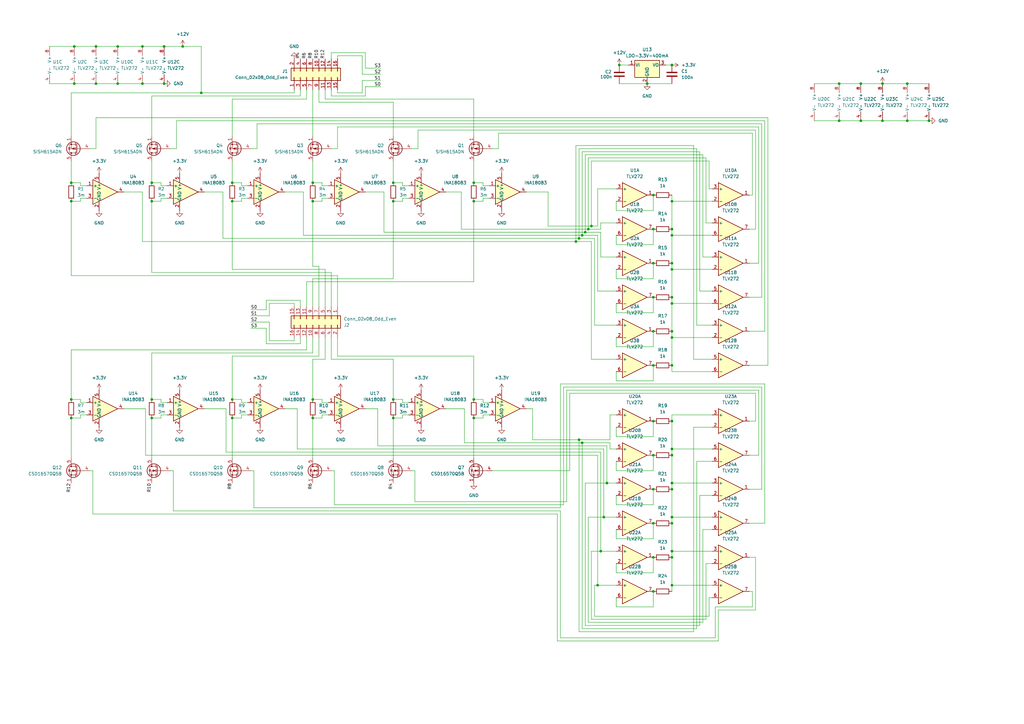
<source format=kicad_sch>
(kicad_sch
	(version 20231120)
	(generator "eeschema")
	(generator_version "8.0")
	(uuid "6208c6af-8edd-4837-8882-a9ec6980695c")
	(paper "A3")
	
	(junction
		(at 62.23 82.55)
		(diameter 0)
		(color 0 0 0 0)
		(uuid "05010657-c071-40ed-96d0-fd87cefb7e5b")
	)
	(junction
		(at 242.57 92.71)
		(diameter 0)
		(color 0 0 0 0)
		(uuid "06f6f716-10eb-426f-a1f4-da2b5443af9f")
	)
	(junction
		(at 267.97 93.98)
		(diameter 0)
		(color 0 0 0 0)
		(uuid "0b1e7e8f-9a3c-41e5-9c83-1db812bab023")
	)
	(junction
		(at 95.25 82.55)
		(diameter 0)
		(color 0 0 0 0)
		(uuid "0b5221ce-8072-4ec4-9695-b9366793ee27")
	)
	(junction
		(at 267.97 135.89)
		(diameter 0)
		(color 0 0 0 0)
		(uuid "0cb7bb73-e1bc-4e9d-b41f-c0e32c6684cf")
	)
	(junction
		(at 29.21 74.93)
		(diameter 0)
		(color 0 0 0 0)
		(uuid "114c12b2-91ee-421a-91c6-949f22dfceeb")
	)
	(junction
		(at 275.59 200.66)
		(diameter 0)
		(color 0 0 0 0)
		(uuid "124eba02-f87a-44e6-9d6e-bee92f3575c8")
	)
	(junction
		(at 275.59 107.95)
		(diameter 0)
		(color 0 0 0 0)
		(uuid "1e7ad1ef-ae48-4836-bbdf-b28906b27b96")
	)
	(junction
		(at 275.59 135.89)
		(diameter 0)
		(color 0 0 0 0)
		(uuid "1f8a5a51-d500-492b-b8b7-815d8a739902")
	)
	(junction
		(at 267.97 80.01)
		(diameter 0)
		(color 0 0 0 0)
		(uuid "2780624a-77d9-4a21-9c21-7f71f51f5ae9")
	)
	(junction
		(at 275.59 212.09)
		(diameter 0)
		(color 0 0 0 0)
		(uuid "27fea1a4-b8bd-4c29-91fa-60557026b34e")
	)
	(junction
		(at 254 26.67)
		(diameter 0)
		(color 0 0 0 0)
		(uuid "2809951a-e450-4586-b938-b877a93a7db6")
	)
	(junction
		(at 275.59 198.12)
		(diameter 0)
		(color 0 0 0 0)
		(uuid "28a95e6d-9cc5-4c45-a33a-574fcc0a5a33")
	)
	(junction
		(at 39.37 19.05)
		(diameter 0)
		(color 0 0 0 0)
		(uuid "2ba8f61f-3544-42f5-ac7b-853dd7801220")
	)
	(junction
		(at 267.97 186.69)
		(diameter 0)
		(color 0 0 0 0)
		(uuid "318c42c0-a745-4151-ab3a-a6a18320e364")
	)
	(junction
		(at 62.23 163.83)
		(diameter 0)
		(color 0 0 0 0)
		(uuid "33da8964-36b2-46ec-bed0-6176b7ee80dc")
	)
	(junction
		(at 58.42 34.29)
		(diameter 0)
		(color 0 0 0 0)
		(uuid "353ffb44-17a0-4977-a349-c09ce7a88ed0")
	)
	(junction
		(at 267.97 107.95)
		(diameter 0)
		(color 0 0 0 0)
		(uuid "38cf12f7-2f4b-4dd2-8003-05de442ca669")
	)
	(junction
		(at 161.29 82.55)
		(diameter 0)
		(color 0 0 0 0)
		(uuid "392f9a68-3a53-4efe-9a73-a0008f93b58d")
	)
	(junction
		(at 194.31 171.45)
		(diameter 0)
		(color 0 0 0 0)
		(uuid "3e2b108c-0db3-4d37-905d-a7628674fb5c")
	)
	(junction
		(at 245.11 240.03)
		(diameter 0)
		(color 0 0 0 0)
		(uuid "46014bce-24ab-432c-b251-736b2eae251c")
	)
	(junction
		(at 275.59 96.52)
		(diameter 0)
		(color 0 0 0 0)
		(uuid "46570a4b-f0f1-4838-a9d6-af436de9cd25")
	)
	(junction
		(at 267.97 172.72)
		(diameter 0)
		(color 0 0 0 0)
		(uuid "47468f06-7635-467e-9028-807b178a0193")
	)
	(junction
		(at 237.49 97.79)
		(diameter 0)
		(color 0 0 0 0)
		(uuid "47939b34-3587-4c18-8f3a-e5be492352e8")
	)
	(junction
		(at 62.23 171.45)
		(diameter 0)
		(color 0 0 0 0)
		(uuid "4ef5a502-04c6-4d6b-8938-323812b8b2d8")
	)
	(junction
		(at 275.59 82.55)
		(diameter 0)
		(color 0 0 0 0)
		(uuid "507517f8-7a1b-454d-9e88-ee6202efab4f")
	)
	(junction
		(at 30.48 34.29)
		(diameter 0)
		(color 0 0 0 0)
		(uuid "54faa088-2ed3-43e7-96cd-fe882478744a")
	)
	(junction
		(at 372.11 49.53)
		(diameter 0)
		(color 0 0 0 0)
		(uuid "56dba1fb-634c-4a7c-aa51-a9e850a37398")
	)
	(junction
		(at 82.55 38.1)
		(diameter 0)
		(color 0 0 0 0)
		(uuid "58b6a053-ff77-4939-925a-8b9789fc3eaf")
	)
	(junction
		(at 95.25 74.93)
		(diameter 0)
		(color 0 0 0 0)
		(uuid "5afdaa84-ee97-4544-a92c-95c6f49d95bd")
	)
	(junction
		(at 275.59 110.49)
		(diameter 0)
		(color 0 0 0 0)
		(uuid "5d869444-f5cd-4a07-9fea-0a1f2836fefb")
	)
	(junction
		(at 275.59 138.43)
		(diameter 0)
		(color 0 0 0 0)
		(uuid "5ec0e2f7-9e61-4301-b45c-2d6679e89e02")
	)
	(junction
		(at 194.31 74.93)
		(diameter 0)
		(color 0 0 0 0)
		(uuid "61f7c3a9-3123-4129-b47d-b15ae7bcbe37")
	)
	(junction
		(at 247.65 212.09)
		(diameter 0)
		(color 0 0 0 0)
		(uuid "63ea35ef-7583-410c-a776-a5a839ef55ad")
	)
	(junction
		(at 267.97 214.63)
		(diameter 0)
		(color 0 0 0 0)
		(uuid "65e70c12-83bb-4d84-b8d1-f81fc8ef4892")
	)
	(junction
		(at 265.43 34.29)
		(diameter 0)
		(color 0 0 0 0)
		(uuid "695ff5ce-6e32-4032-8560-011b13b58db2")
	)
	(junction
		(at 128.27 74.93)
		(diameter 0)
		(color 0 0 0 0)
		(uuid "6ddf30e6-7a24-4773-b2af-cb4ce1fd64c6")
	)
	(junction
		(at 353.06 49.53)
		(diameter 0)
		(color 0 0 0 0)
		(uuid "70fa5888-6649-4916-86a5-261a76c7b26f")
	)
	(junction
		(at 30.48 19.05)
		(diameter 0)
		(color 0 0 0 0)
		(uuid "72b8903f-185c-48ae-968e-0ac18463a95e")
	)
	(junction
		(at 238.76 96.52)
		(diameter 0)
		(color 0 0 0 0)
		(uuid "72f4c2c5-208a-469b-9fe6-73caa355efab")
	)
	(junction
		(at 95.25 163.83)
		(diameter 0)
		(color 0 0 0 0)
		(uuid "7692a8f5-be8f-42e3-84d1-2a037d21a176")
	)
	(junction
		(at 48.26 34.29)
		(diameter 0)
		(color 0 0 0 0)
		(uuid "785e8ea5-07e5-4d70-a54b-6e1b1c92c663")
	)
	(junction
		(at 29.21 163.83)
		(diameter 0)
		(color 0 0 0 0)
		(uuid "7a49010a-4aab-4429-82a9-7a44709eb7d5")
	)
	(junction
		(at 74.93 19.05)
		(diameter 0)
		(color 0 0 0 0)
		(uuid "7a540acb-2350-4389-a316-aa1a5b333a44")
	)
	(junction
		(at 128.27 82.55)
		(diameter 0)
		(color 0 0 0 0)
		(uuid "7d2aac6c-ca48-4249-8487-dbbe3ebcbec5")
	)
	(junction
		(at 267.97 228.6)
		(diameter 0)
		(color 0 0 0 0)
		(uuid "7f233028-b986-4529-bea9-e4791a4b0499")
	)
	(junction
		(at 275.59 214.63)
		(diameter 0)
		(color 0 0 0 0)
		(uuid "80bd7803-91c4-4e83-ae3f-d983ab80f174")
	)
	(junction
		(at 58.42 19.05)
		(diameter 0)
		(color 0 0 0 0)
		(uuid "89c753de-8a39-4443-8522-b625b3fe40d4")
	)
	(junction
		(at 275.59 240.03)
		(diameter 0)
		(color 0 0 0 0)
		(uuid "8a1cf233-5e5c-4c03-9849-4997e2d71d21")
	)
	(junction
		(at 275.59 93.98)
		(diameter 0)
		(color 0 0 0 0)
		(uuid "8a4a769a-95eb-4490-83c0-253160c8c4c4")
	)
	(junction
		(at 194.31 163.83)
		(diameter 0)
		(color 0 0 0 0)
		(uuid "8aef89a6-aac6-4398-8dee-b2a58632476e")
	)
	(junction
		(at 275.59 149.86)
		(diameter 0)
		(color 0 0 0 0)
		(uuid "8b7341d7-6a19-4356-a238-d384f78dc55e")
	)
	(junction
		(at 381 49.53)
		(diameter 0)
		(color 0 0 0 0)
		(uuid "8e01fef9-6420-4523-8a54-a6e1a67a2010")
	)
	(junction
		(at 95.25 171.45)
		(diameter 0)
		(color 0 0 0 0)
		(uuid "96e136bc-a6a0-49e5-b5a8-fba863ab7b68")
	)
	(junction
		(at 39.37 34.29)
		(diameter 0)
		(color 0 0 0 0)
		(uuid "9a962770-72e1-4d03-90bf-f1a691a3ace2")
	)
	(junction
		(at 128.27 171.45)
		(diameter 0)
		(color 0 0 0 0)
		(uuid "9ac6e09c-ab55-4a58-9923-5b5102583b45")
	)
	(junction
		(at 194.31 82.55)
		(diameter 0)
		(color 0 0 0 0)
		(uuid "9ddd1999-747e-4545-b428-61881e98c2e9")
	)
	(junction
		(at 161.29 171.45)
		(diameter 0)
		(color 0 0 0 0)
		(uuid "9dede8d4-fe8d-4380-bd3f-45f6bd29bac5")
	)
	(junction
		(at 275.59 228.6)
		(diameter 0)
		(color 0 0 0 0)
		(uuid "9ea486ed-e87e-41a6-9636-9cc4b90560ed")
	)
	(junction
		(at 62.23 74.93)
		(diameter 0)
		(color 0 0 0 0)
		(uuid "a2f5b087-745e-4665-a4a6-0fe6a703dc52")
	)
	(junction
		(at 67.31 34.29)
		(diameter 0)
		(color 0 0 0 0)
		(uuid "a30c7f65-9479-4f85-94c1-e9d2bada425f")
	)
	(junction
		(at 241.3 93.98)
		(diameter 0)
		(color 0 0 0 0)
		(uuid "a373d1cc-482a-435e-b73c-7171e870023e")
	)
	(junction
		(at 29.21 82.55)
		(diameter 0)
		(color 0 0 0 0)
		(uuid "aed620ab-fa85-4b7a-b2bb-164b1f02e0e2")
	)
	(junction
		(at 267.97 200.66)
		(diameter 0)
		(color 0 0 0 0)
		(uuid "aee0bba1-93ae-4a2f-a876-121d8fb09924")
	)
	(junction
		(at 248.92 198.12)
		(diameter 0)
		(color 0 0 0 0)
		(uuid "b9534f39-228e-4eb2-a73f-92fe72dc7277")
	)
	(junction
		(at 246.38 226.06)
		(diameter 0)
		(color 0 0 0 0)
		(uuid "ba2c784f-4f1e-45f9-944a-214bffa8ed84")
	)
	(junction
		(at 353.06 34.29)
		(diameter 0)
		(color 0 0 0 0)
		(uuid "bc929f1a-254f-42b7-a801-6ca53cc98cd2")
	)
	(junction
		(at 361.95 34.29)
		(diameter 0)
		(color 0 0 0 0)
		(uuid "bf7e07cb-a1e1-40cf-bb53-13968cd890ca")
	)
	(junction
		(at 161.29 74.93)
		(diameter 0)
		(color 0 0 0 0)
		(uuid "c240fe0b-df7c-4054-b81d-7b457541b026")
	)
	(junction
		(at 344.17 49.53)
		(diameter 0)
		(color 0 0 0 0)
		(uuid "c69458ab-54b4-4a38-a38d-ca780ad07093")
	)
	(junction
		(at 240.03 95.25)
		(diameter 0)
		(color 0 0 0 0)
		(uuid "c914206f-c606-4e58-82be-e0b72c43a04c")
	)
	(junction
		(at 128.27 163.83)
		(diameter 0)
		(color 0 0 0 0)
		(uuid "d05c7595-806b-477a-a262-51ada2315bfe")
	)
	(junction
		(at 267.97 121.92)
		(diameter 0)
		(color 0 0 0 0)
		(uuid "d2fe9b7a-fe8c-4912-a358-00d0a157478c")
	)
	(junction
		(at 236.22 99.06)
		(diameter 0)
		(color 0 0 0 0)
		(uuid "d49dcd4e-631b-44f3-8fbe-c282283d896e")
	)
	(junction
		(at 275.59 172.72)
		(diameter 0)
		(color 0 0 0 0)
		(uuid "d4b49248-8178-4dc6-8aac-d04ea9655067")
	)
	(junction
		(at 344.17 34.29)
		(diameter 0)
		(color 0 0 0 0)
		(uuid "d9521a6d-e945-413c-9508-f04a21d4bb0f")
	)
	(junction
		(at 161.29 163.83)
		(diameter 0)
		(color 0 0 0 0)
		(uuid "dd03d299-c722-4464-b93e-1b6fbd8898b5")
	)
	(junction
		(at 67.31 19.05)
		(diameter 0)
		(color 0 0 0 0)
		(uuid "df785306-cf78-4718-b16d-73648c5231e2")
	)
	(junction
		(at 372.11 34.29)
		(diameter 0)
		(color 0 0 0 0)
		(uuid "e0d3a95c-3b7e-404f-a7a5-aad882ff3eec")
	)
	(junction
		(at 275.59 26.67)
		(diameter 0)
		(color 0 0 0 0)
		(uuid "e0eb4195-8b98-43cc-82f3-3cd161e4b873")
	)
	(junction
		(at 29.21 171.45)
		(diameter 0)
		(color 0 0 0 0)
		(uuid "e2166ffe-a467-4f07-997e-d899ae58daf4")
	)
	(junction
		(at 267.97 242.57)
		(diameter 0)
		(color 0 0 0 0)
		(uuid "e89d096e-cae5-4828-b623-6abe2c320b60")
	)
	(junction
		(at 361.95 49.53)
		(diameter 0)
		(color 0 0 0 0)
		(uuid "e8e343b5-86ba-4831-9c02-ecff8ca83cfc")
	)
	(junction
		(at 275.59 121.92)
		(diameter 0)
		(color 0 0 0 0)
		(uuid "ecaa9c85-ce73-4b0d-9cd2-d325fb2566a5")
	)
	(junction
		(at 238.76 181.61)
		(diameter 0)
		(color 0 0 0 0)
		(uuid "ecff08ec-40d2-4239-a24f-aa4ef0f67eb1")
	)
	(junction
		(at 237.49 180.34)
		(diameter 0)
		(color 0 0 0 0)
		(uuid "ef1ab7fa-0cff-4185-9b41-b5fab6d8dd54")
	)
	(junction
		(at 275.59 186.69)
		(diameter 0)
		(color 0 0 0 0)
		(uuid "efddad28-241a-477d-bc2f-112b36ae714f")
	)
	(junction
		(at 267.97 149.86)
		(diameter 0)
		(color 0 0 0 0)
		(uuid "f040af96-4c3e-42b3-8a06-1abf9a893ab5")
	)
	(junction
		(at 275.59 184.15)
		(diameter 0)
		(color 0 0 0 0)
		(uuid "f0601a6d-f817-467d-b69f-c40899ee811b")
	)
	(junction
		(at 48.26 19.05)
		(diameter 0)
		(color 0 0 0 0)
		(uuid "f2f1df38-6453-49fc-8d0f-54ba1d6c3ba8")
	)
	(junction
		(at 275.59 226.06)
		(diameter 0)
		(color 0 0 0 0)
		(uuid "fc251acf-b9b7-40e0-84b3-fc4e768958c4")
	)
	(junction
		(at 275.59 124.46)
		(diameter 0)
		(color 0 0 0 0)
		(uuid "fd650eca-cac0-411f-883e-5b9555b8d800")
	)
	(wire
		(pts
			(xy 132.08 171.45) (xy 128.27 171.45)
		)
		(stroke
			(width 0)
			(type default)
		)
		(uuid "004d3bf5-82a4-4c78-aff6-39b9e97cfa00")
	)
	(wire
		(pts
			(xy 138.43 36.83) (xy 138.43 38.1)
		)
		(stroke
			(width 0)
			(type default)
		)
		(uuid "010c91d7-bb13-4fc2-b5eb-06f2a6c59c59")
	)
	(wire
		(pts
			(xy 128.27 109.22) (xy 128.27 82.55)
		)
		(stroke
			(width 0)
			(type default)
		)
		(uuid "01b847e6-3075-4b44-a674-5de4e73722e9")
	)
	(wire
		(pts
			(xy 312.42 121.92) (xy 312.42 50.8)
		)
		(stroke
			(width 0)
			(type default)
		)
		(uuid "0297a265-60f8-4b08-9325-599b18e2c39e")
	)
	(wire
		(pts
			(xy 101.6 76.2) (xy 99.06 76.2)
		)
		(stroke
			(width 0)
			(type default)
		)
		(uuid "03675291-1b37-4738-9a94-d9e403d75dc5")
	)
	(wire
		(pts
			(xy 38.1 210.82) (xy 38.1 193.04)
		)
		(stroke
			(width 0)
			(type default)
		)
		(uuid "04699bb2-cbd5-48bc-8c84-30fcd1cf5031")
	)
	(wire
		(pts
			(xy 149.86 167.64) (xy 154.94 167.64)
		)
		(stroke
			(width 0)
			(type default)
		)
		(uuid "04f0c2e9-3873-4785-8fea-d12db9c7ac5a")
	)
	(wire
		(pts
			(xy 130.81 146.05) (xy 95.25 146.05)
		)
		(stroke
			(width 0)
			(type default)
		)
		(uuid "05cc6c49-2552-4c04-9dcf-079f9672a3f9")
	)
	(wire
		(pts
			(xy 33.02 74.93) (xy 29.21 74.93)
		)
		(stroke
			(width 0)
			(type default)
		)
		(uuid "064cc41e-661f-4b0f-ada2-0e98853d9b87")
	)
	(wire
		(pts
			(xy 62.23 144.78) (xy 62.23 163.83)
		)
		(stroke
			(width 0)
			(type default)
		)
		(uuid "07a942b0-f09a-4dd8-97b8-7e1bb2d4a849")
	)
	(wire
		(pts
			(xy 33.02 170.18) (xy 33.02 171.45)
		)
		(stroke
			(width 0)
			(type default)
		)
		(uuid "07b4194d-1087-4572-b3c7-5a8a66f5330d")
	)
	(wire
		(pts
			(xy 243.84 133.35) (xy 252.73 133.35)
		)
		(stroke
			(width 0)
			(type default)
		)
		(uuid "083d0ffe-d431-4f2f-a02f-80cc87c99f59")
	)
	(wire
		(pts
			(xy 137.16 193.04) (xy 135.89 193.04)
		)
		(stroke
			(width 0)
			(type default)
		)
		(uuid "09279c74-26e4-46dd-bd80-61667fbff289")
	)
	(wire
		(pts
			(xy 110.49 129.54) (xy 102.87 129.54)
		)
		(stroke
			(width 0)
			(type default)
		)
		(uuid "0ae7008d-282d-4e88-ada1-90cf5eef684c")
	)
	(wire
		(pts
			(xy 120.65 38.1) (xy 82.55 38.1)
		)
		(stroke
			(width 0)
			(type default)
		)
		(uuid "0b33802a-d16b-40c4-bf41-0d872ed95cba")
	)
	(wire
		(pts
			(xy 154.94 167.64) (xy 154.94 182.88)
		)
		(stroke
			(width 0)
			(type default)
		)
		(uuid "0bcad83c-66ce-426a-88db-6261d30c7d54")
	)
	(wire
		(pts
			(xy 99.06 171.45) (xy 95.25 171.45)
		)
		(stroke
			(width 0)
			(type default)
		)
		(uuid "0d0db03a-ecce-44eb-94a6-3c04923c37bd")
	)
	(wire
		(pts
			(xy 242.57 66.04) (xy 242.57 92.71)
		)
		(stroke
			(width 0)
			(type default)
		)
		(uuid "0d52dc78-e23a-4b0b-8892-939a34952002")
	)
	(wire
		(pts
			(xy 241.3 255.27) (xy 241.3 212.09)
		)
		(stroke
			(width 0)
			(type default)
		)
		(uuid "0d6ac059-8754-42bd-ae10-82b931aa52a9")
	)
	(wire
		(pts
			(xy 68.58 165.1) (xy 66.04 165.1)
		)
		(stroke
			(width 0)
			(type default)
		)
		(uuid "0e8f1c7e-0c38-4778-9b4e-757a4bc276ff")
	)
	(wire
		(pts
			(xy 123.19 36.83) (xy 123.19 39.37)
		)
		(stroke
			(width 0)
			(type default)
		)
		(uuid "0f0890f7-36db-45e3-bb49-a5963c8a81fa")
	)
	(wire
		(pts
			(xy 307.34 107.95) (xy 311.15 107.95)
		)
		(stroke
			(width 0)
			(type default)
		)
		(uuid "107cc8f2-1f0b-48c9-a8ca-1b151e9a426b")
	)
	(wire
		(pts
			(xy 228.6 262.89) (xy 228.6 210.82)
		)
		(stroke
			(width 0)
			(type default)
		)
		(uuid "110ee823-4714-4d62-abd7-3b7258167253")
	)
	(wire
		(pts
			(xy 125.73 115.57) (xy 194.31 115.57)
		)
		(stroke
			(width 0)
			(type default)
		)
		(uuid "11344748-17e0-4c6b-bcbf-d645cc53a96a")
	)
	(wire
		(pts
			(xy 243.84 97.79) (xy 243.84 133.35)
		)
		(stroke
			(width 0)
			(type default)
		)
		(uuid "115f87dc-a897-4be1-b5b5-2fc6db178fe8")
	)
	(wire
		(pts
			(xy 290.83 77.47) (xy 290.83 66.04)
		)
		(stroke
			(width 0)
			(type default)
		)
		(uuid "11c2825f-ed90-442c-b170-9445609133e9")
	)
	(wire
		(pts
			(xy 91.44 97.79) (xy 237.49 97.79)
		)
		(stroke
			(width 0)
			(type default)
		)
		(uuid "1214034e-a818-4dfa-88de-136a4031b917")
	)
	(wire
		(pts
			(xy 289.56 231.14) (xy 289.56 254)
		)
		(stroke
			(width 0)
			(type default)
		)
		(uuid "13737642-8f02-417b-92fe-8dbfb5c1d817")
	)
	(wire
		(pts
			(xy 273.05 26.67) (xy 275.59 26.67)
		)
		(stroke
			(width 0)
			(type default)
		)
		(uuid "13893296-d543-4cb2-8dc9-809cfb2ab6df")
	)
	(wire
		(pts
			(xy 29.21 38.1) (xy 82.55 38.1)
		)
		(stroke
			(width 0)
			(type default)
		)
		(uuid "143cd98c-d08d-41da-aa3d-8c5ffb4b972f")
	)
	(wire
		(pts
			(xy 231.14 207.01) (xy 137.16 207.01)
		)
		(stroke
			(width 0)
			(type default)
		)
		(uuid "14bd3cf9-6f50-4c83-b0d7-71c9c0add164")
	)
	(wire
		(pts
			(xy 138.43 138.43) (xy 138.43 146.05)
		)
		(stroke
			(width 0)
			(type default)
		)
		(uuid "14d95c4a-a553-4524-a850-b2fd2edcfd06")
	)
	(wire
		(pts
			(xy 245.11 77.47) (xy 252.73 77.47)
		)
		(stroke
			(width 0)
			(type default)
		)
		(uuid "15415899-1807-4cfa-8ec3-7acd3bd6d7c3")
	)
	(wire
		(pts
			(xy 171.45 60.96) (xy 168.91 60.96)
		)
		(stroke
			(width 0)
			(type default)
		)
		(uuid "16825018-8883-4986-bc19-0f02f987ee67")
	)
	(wire
		(pts
			(xy 252.73 100.33) (xy 267.97 100.33)
		)
		(stroke
			(width 0)
			(type default)
		)
		(uuid "16f4c379-730c-409c-9aec-e46b8141858e")
	)
	(wire
		(pts
			(xy 246.38 185.42) (xy 246.38 226.06)
		)
		(stroke
			(width 0)
			(type default)
		)
		(uuid "17602c28-63c4-48c4-9e7d-5ca1507a4769")
	)
	(wire
		(pts
			(xy 204.47 54.61) (xy 204.47 60.96)
		)
		(stroke
			(width 0)
			(type default)
		)
		(uuid "19b48c03-3869-4bf0-b964-963d42ba27d0")
	)
	(wire
		(pts
			(xy 200.66 165.1) (xy 198.12 165.1)
		)
		(stroke
			(width 0)
			(type default)
		)
		(uuid "19c523a1-41d6-404a-a196-e5163e382b07")
	)
	(wire
		(pts
			(xy 66.04 76.2) (xy 66.04 74.93)
		)
		(stroke
			(width 0)
			(type default)
		)
		(uuid "1a691cac-2eaf-47cb-be80-2f3ba55b2190")
	)
	(wire
		(pts
			(xy 200.66 76.2) (xy 198.12 76.2)
		)
		(stroke
			(width 0)
			(type default)
		)
		(uuid "1b4e4418-2077-48bb-a076-050d5c0aa147")
	)
	(wire
		(pts
			(xy 132.08 163.83) (xy 128.27 163.83)
		)
		(stroke
			(width 0)
			(type default)
		)
		(uuid "1be25bff-884f-45a1-a98d-c7f73d7f2f17")
	)
	(wire
		(pts
			(xy 228.6 210.82) (xy 38.1 210.82)
		)
		(stroke
			(width 0)
			(type default)
		)
		(uuid "1bfaad06-58f0-49fd-bfc9-f151e5633521")
	)
	(wire
		(pts
			(xy 312.42 158.75) (xy 231.14 158.75)
		)
		(stroke
			(width 0)
			(type default)
		)
		(uuid "1e00bc06-23f0-4cf8-8856-310197ad687e")
	)
	(wire
		(pts
			(xy 292.1 189.23) (xy 285.75 189.23)
		)
		(stroke
			(width 0)
			(type default)
		)
		(uuid "1e9a5bbf-0e40-4f85-841c-71006b0e0852")
	)
	(wire
		(pts
			(xy 307.34 200.66) (xy 312.42 200.66)
		)
		(stroke
			(width 0)
			(type default)
		)
		(uuid "1eb3b78f-1101-4539-a660-e91c33b8c380")
	)
	(wire
		(pts
			(xy 240.03 95.25) (xy 246.38 95.25)
		)
		(stroke
			(width 0)
			(type default)
		)
		(uuid "1eba96a6-682a-4cd3-9078-a95a5fd043b7")
	)
	(wire
		(pts
			(xy 372.11 49.53) (xy 381 49.53)
		)
		(stroke
			(width 0)
			(type default)
		)
		(uuid "1f7f265f-0a20-4f86-b94b-a3d5c1830acc")
	)
	(wire
		(pts
			(xy 275.59 212.09) (xy 275.59 214.63)
		)
		(stroke
			(width 0)
			(type default)
		)
		(uuid "1f8c7c0a-2939-4add-a10b-b680f2dd27c4")
	)
	(wire
		(pts
			(xy 71.12 193.04) (xy 69.85 193.04)
		)
		(stroke
			(width 0)
			(type default)
		)
		(uuid "1f93b9c2-da55-4a05-9751-b469e2a6330c")
	)
	(wire
		(pts
			(xy 30.48 34.29) (xy 39.37 34.29)
		)
		(stroke
			(width 0)
			(type default)
		)
		(uuid "20246698-0e9f-4e35-9392-a2e865c28fe6")
	)
	(wire
		(pts
			(xy 309.88 161.29) (xy 233.68 161.29)
		)
		(stroke
			(width 0)
			(type default)
		)
		(uuid "20942d45-4dd9-4a58-8ea7-0f19dd71ddbe")
	)
	(wire
		(pts
			(xy 267.97 100.33) (xy 267.97 93.98)
		)
		(stroke
			(width 0)
			(type default)
		)
		(uuid "20be42eb-92e2-4d7c-894c-1d2f3d29bea0")
	)
	(wire
		(pts
			(xy 241.3 93.98) (xy 246.38 93.98)
		)
		(stroke
			(width 0)
			(type default)
		)
		(uuid "212181b3-a527-4a30-a6bc-805862656673")
	)
	(wire
		(pts
			(xy 66.04 170.18) (xy 66.04 171.45)
		)
		(stroke
			(width 0)
			(type default)
		)
		(uuid "2127ea71-471d-4549-97c7-a3eb1e3444cf")
	)
	(wire
		(pts
			(xy 198.12 171.45) (xy 194.31 171.45)
		)
		(stroke
			(width 0)
			(type default)
		)
		(uuid "21de4b81-f032-4fd0-bf69-a4da82c7dd7d")
	)
	(wire
		(pts
			(xy 309.88 53.34) (xy 171.45 53.34)
		)
		(stroke
			(width 0)
			(type default)
		)
		(uuid "223b20a1-8ddc-49e5-aca8-69bca1d71643")
	)
	(wire
		(pts
			(xy 285.75 133.35) (xy 285.75 60.96)
		)
		(stroke
			(width 0)
			(type default)
		)
		(uuid "225aebae-d38a-4c08-909a-9f61357aec38")
	)
	(wire
		(pts
			(xy 134.62 81.28) (xy 132.08 81.28)
		)
		(stroke
			(width 0)
			(type default)
		)
		(uuid "22f5ddce-18f0-4b8f-8381-a76d76b796e7")
	)
	(wire
		(pts
			(xy 287.02 203.2) (xy 287.02 256.54)
		)
		(stroke
			(width 0)
			(type default)
		)
		(uuid "23362d08-51a1-4797-9823-19a4ed938df3")
	)
	(wire
		(pts
			(xy 252.73 220.98) (xy 267.97 220.98)
		)
		(stroke
			(width 0)
			(type default)
		)
		(uuid "252ef2a2-9085-4433-8165-ea37365fb9ae")
	)
	(wire
		(pts
			(xy 275.59 80.01) (xy 275.59 82.55)
		)
		(stroke
			(width 0)
			(type default)
		)
		(uuid "253addfe-c7f7-4566-afe0-8a03c78db58c")
	)
	(wire
		(pts
			(xy 252.73 142.24) (xy 267.97 142.24)
		)
		(stroke
			(width 0)
			(type default)
		)
		(uuid "265e5cd2-83f2-4a6b-808f-d53e52593846")
	)
	(wire
		(pts
			(xy 293.37 248.92) (xy 293.37 261.62)
		)
		(stroke
			(width 0)
			(type default)
		)
		(uuid "269d7bc6-b039-472a-bbfb-1b4dfaf39695")
	)
	(wire
		(pts
			(xy 116.84 167.64) (xy 121.92 167.64)
		)
		(stroke
			(width 0)
			(type default)
		)
		(uuid "26a8ab3f-6fac-4995-9005-c0a0f90c695a")
	)
	(wire
		(pts
			(xy 275.59 200.66) (xy 275.59 212.09)
		)
		(stroke
			(width 0)
			(type default)
		)
		(uuid "270eff08-0c49-4917-8bdc-ae1e764cfed0")
	)
	(wire
		(pts
			(xy 307.34 80.01) (xy 308.61 80.01)
		)
		(stroke
			(width 0)
			(type default)
		)
		(uuid "27432827-3bc6-443a-ae76-c5701be6b84d")
	)
	(wire
		(pts
			(xy 275.59 226.06) (xy 292.1 226.06)
		)
		(stroke
			(width 0)
			(type default)
		)
		(uuid "2767d2c3-ff89-41a4-aea4-8f36bcdfcd10")
	)
	(wire
		(pts
			(xy 109.22 127) (xy 102.87 127)
		)
		(stroke
			(width 0)
			(type default)
		)
		(uuid "27a11fb7-9524-4938-8016-6d688be8726c")
	)
	(wire
		(pts
			(xy 198.12 165.1) (xy 198.12 163.83)
		)
		(stroke
			(width 0)
			(type default)
		)
		(uuid "28471166-0c42-4873-b6a0-751df81791f0")
	)
	(wire
		(pts
			(xy 288.29 217.17) (xy 288.29 255.27)
		)
		(stroke
			(width 0)
			(type default)
		)
		(uuid "2a021e1d-c645-4359-addc-85f2726d146c")
	)
	(wire
		(pts
			(xy 275.59 170.18) (xy 275.59 172.72)
		)
		(stroke
			(width 0)
			(type default)
		)
		(uuid "2a6d770e-3fab-430a-841a-42c202a42c6f")
	)
	(wire
		(pts
			(xy 240.03 63.5) (xy 240.03 95.25)
		)
		(stroke
			(width 0)
			(type default)
		)
		(uuid "2a7ebe09-f173-4381-be4c-63912867b9b6")
	)
	(wire
		(pts
			(xy 134.62 165.1) (xy 132.08 165.1)
		)
		(stroke
			(width 0)
			(type default)
		)
		(uuid "2a928d07-1102-4f57-b5c4-7c96efb2d79e")
	)
	(wire
		(pts
			(xy 189.23 78.74) (xy 189.23 93.98)
		)
		(stroke
			(width 0)
			(type default)
		)
		(uuid "2a977261-6e52-4626-86ca-1ef960aa082b")
	)
	(wire
		(pts
			(xy 307.34 93.98) (xy 309.88 93.98)
		)
		(stroke
			(width 0)
			(type default)
		)
		(uuid "2a9cd313-621f-40e6-8d68-da1bbc8bc0b1")
	)
	(wire
		(pts
			(xy 313.69 157.48) (xy 229.87 157.48)
		)
		(stroke
			(width 0)
			(type default)
		)
		(uuid "2ac9fcbf-8c8e-4877-ad94-860039c7df4c")
	)
	(wire
		(pts
			(xy 110.49 139.7) (xy 110.49 132.08)
		)
		(stroke
			(width 0)
			(type default)
		)
		(uuid "2aed73f1-d516-4254-974e-5a0ab55bdde4")
	)
	(wire
		(pts
			(xy 307.34 149.86) (xy 314.96 149.86)
		)
		(stroke
			(width 0)
			(type default)
		)
		(uuid "2b0be34b-4423-4b6f-b454-60ada71fbeb8")
	)
	(wire
		(pts
			(xy 307.34 121.92) (xy 312.42 121.92)
		)
		(stroke
			(width 0)
			(type default)
		)
		(uuid "2c39da2f-f36b-46be-acb0-70d5a4ae524e")
	)
	(wire
		(pts
			(xy 241.3 212.09) (xy 247.65 212.09)
		)
		(stroke
			(width 0)
			(type default)
		)
		(uuid "2c97a44b-a898-462f-8913-d475c2ddc502")
	)
	(wire
		(pts
			(xy 252.73 203.2) (xy 252.73 207.01)
		)
		(stroke
			(width 0)
			(type default)
		)
		(uuid "2cfef35e-3c59-4dc1-8d23-cbf2e14656f8")
	)
	(wire
		(pts
			(xy 252.73 86.36) (xy 267.97 86.36)
		)
		(stroke
			(width 0)
			(type default)
		)
		(uuid "2da429e9-1499-4e94-be6c-6a5c1bfb2abc")
	)
	(wire
		(pts
			(xy 99.06 76.2) (xy 99.06 74.93)
		)
		(stroke
			(width 0)
			(type default)
		)
		(uuid "2ea6fc0b-7154-433c-bae0-fd843579f5fe")
	)
	(wire
		(pts
			(xy 285.75 189.23) (xy 285.75 257.81)
		)
		(stroke
			(width 0)
			(type default)
		)
		(uuid "2f69817b-86d0-46a8-90f5-ed369498e047")
	)
	(wire
		(pts
			(xy 275.59 214.63) (xy 275.59 226.06)
		)
		(stroke
			(width 0)
			(type default)
		)
		(uuid "2f6a7be8-4791-46a1-a1ee-c8a22afaf03f")
	)
	(wire
		(pts
			(xy 288.29 255.27) (xy 241.3 255.27)
		)
		(stroke
			(width 0)
			(type default)
		)
		(uuid "2f7f9261-3a66-4a43-aa88-d17e0bc43aa0")
	)
	(wire
		(pts
			(xy 135.89 147.32) (xy 161.29 147.32)
		)
		(stroke
			(width 0)
			(type default)
		)
		(uuid "2faf1066-7dea-43c1-937a-c6dea832578c")
	)
	(wire
		(pts
			(xy 312.42 50.8) (xy 105.41 50.8)
		)
		(stroke
			(width 0)
			(type default)
		)
		(uuid "30656346-209c-4c11-add2-bb8160077e8b")
	)
	(wire
		(pts
			(xy 204.47 60.96) (xy 201.93 60.96)
		)
		(stroke
			(width 0)
			(type default)
		)
		(uuid "317288cb-e21a-4821-9150-f33eed7f7229")
	)
	(wire
		(pts
			(xy 309.88 250.19) (xy 294.64 250.19)
		)
		(stroke
			(width 0)
			(type default)
		)
		(uuid "317a9c45-cb82-4d7f-95f5-99b76cde5f7a")
	)
	(wire
		(pts
			(xy 38.1 193.04) (xy 36.83 193.04)
		)
		(stroke
			(width 0)
			(type default)
		)
		(uuid "31a3c1b7-bfb3-4194-bdc0-19710e9270ca")
	)
	(wire
		(pts
			(xy 252.73 231.14) (xy 252.73 234.95)
		)
		(stroke
			(width 0)
			(type default)
		)
		(uuid "31de20dc-1776-4e65-b9dc-b1368e37942b")
	)
	(wire
		(pts
			(xy 353.06 49.53) (xy 361.95 49.53)
		)
		(stroke
			(width 0)
			(type default)
		)
		(uuid "32cfd90a-056a-4710-8218-22dced66d93a")
	)
	(wire
		(pts
			(xy 285.75 60.96) (xy 237.49 60.96)
		)
		(stroke
			(width 0)
			(type default)
		)
		(uuid "3331dcda-00b7-46ed-914d-74ffb9aae86c")
	)
	(wire
		(pts
			(xy 101.6 170.18) (xy 99.06 170.18)
		)
		(stroke
			(width 0)
			(type default)
		)
		(uuid "33c0eae1-eae8-49cb-af51-111053bdd3be")
	)
	(wire
		(pts
			(xy 334.01 34.29) (xy 344.17 34.29)
		)
		(stroke
			(width 0)
			(type default)
		)
		(uuid "3409b12e-7b6c-4844-a22e-b10dfbeafaec")
	)
	(wire
		(pts
			(xy 311.15 186.69) (xy 311.15 160.02)
		)
		(stroke
			(width 0)
			(type default)
		)
		(uuid "340cc7df-24bc-4b00-ae49-4744ae897e02")
	)
	(wire
		(pts
			(xy 242.57 254) (xy 242.57 226.06)
		)
		(stroke
			(width 0)
			(type default)
		)
		(uuid "34b01a61-772d-4caf-86ec-8747fbc55720")
	)
	(wire
		(pts
			(xy 252.73 152.4) (xy 252.73 156.21)
		)
		(stroke
			(width 0)
			(type default)
		)
		(uuid "361f218c-a8fb-49f8-8cb4-b957d173dcad")
	)
	(wire
		(pts
			(xy 248.92 198.12) (xy 252.73 198.12)
		)
		(stroke
			(width 0)
			(type default)
		)
		(uuid "36785111-3eae-49ea-8645-944c5f93b843")
	)
	(wire
		(pts
			(xy 120.65 125.73) (xy 120.65 124.46)
		)
		(stroke
			(width 0)
			(type default)
		)
		(uuid "367cbb75-373d-4195-a0af-29c029211312")
	)
	(wire
		(pts
			(xy 182.88 167.64) (xy 190.5 167.64)
		)
		(stroke
			(width 0)
			(type default)
		)
		(uuid "36858bff-bad5-4e87-8cd0-c09252216270")
	)
	(wire
		(pts
			(xy 288.29 105.41) (xy 288.29 63.5)
		)
		(stroke
			(width 0)
			(type default)
		)
		(uuid "36c3e41d-aae4-4c23-81ad-3e456ecfcad4")
	)
	(wire
		(pts
			(xy 240.03 256.54) (xy 240.03 198.12)
		)
		(stroke
			(width 0)
			(type default)
		)
		(uuid "37970377-6a00-4dd2-93e5-55b32771504d")
	)
	(wire
		(pts
			(xy 58.42 78.74) (xy 58.42 99.06)
		)
		(stroke
			(width 0)
			(type default)
		)
		(uuid "38549354-a380-4d0a-8c28-9fc398160347")
	)
	(wire
		(pts
			(xy 20.32 19.05) (xy 30.48 19.05)
		)
		(stroke
			(width 0)
			(type default)
		)
		(uuid "392b1f07-ac9f-4bbc-9ccc-4e7b13658e62")
	)
	(wire
		(pts
			(xy 224.79 92.71) (xy 242.57 92.71)
		)
		(stroke
			(width 0)
			(type default)
		)
		(uuid "3999bce5-b8ac-405e-8f0f-bd5885b7fb7b")
	)
	(wire
		(pts
			(xy 252.73 245.11) (xy 252.73 248.92)
		)
		(stroke
			(width 0)
			(type default)
		)
		(uuid "39b0da6c-29bc-4280-8642-f38a2265300f")
	)
	(wire
		(pts
			(xy 125.73 138.43) (xy 125.73 143.51)
		)
		(stroke
			(width 0)
			(type default)
		)
		(uuid "39b199d3-14e7-4d03-9da2-57140e1f835e")
	)
	(wire
		(pts
			(xy 133.35 138.43) (xy 133.35 147.32)
		)
		(stroke
			(width 0)
			(type default)
		)
		(uuid "3a1f5ecc-f86d-4a70-b765-5abc272dc0f6")
	)
	(wire
		(pts
			(xy 128.27 138.43) (xy 128.27 144.78)
		)
		(stroke
			(width 0)
			(type default)
		)
		(uuid "3a22b029-9240-486e-880d-3716382c4c25")
	)
	(wire
		(pts
			(xy 95.25 55.88) (xy 95.25 40.64)
		)
		(stroke
			(width 0)
			(type default)
		)
		(uuid "3aadc5dd-295f-4834-9f83-cd0857754519")
	)
	(wire
		(pts
			(xy 275.59 152.4) (xy 275.59 149.86)
		)
		(stroke
			(width 0)
			(type default)
		)
		(uuid "3d1dfdff-aba0-4bb2-b4fd-b22124e43dee")
	)
	(wire
		(pts
			(xy 29.21 171.45) (xy 29.21 187.96)
		)
		(stroke
			(width 0)
			(type default)
		)
		(uuid "3d376579-1483-4035-bc81-1ea5574d0d00")
	)
	(wire
		(pts
			(xy 190.5 181.61) (xy 238.76 181.61)
		)
		(stroke
			(width 0)
			(type default)
		)
		(uuid "3d849d2b-f327-4bcc-9f99-eeddf71d0b36")
	)
	(wire
		(pts
			(xy 292.1 217.17) (xy 288.29 217.17)
		)
		(stroke
			(width 0)
			(type default)
		)
		(uuid "3dd274fa-67f3-4a15-b1ca-92691ee2c6f2")
	)
	(wire
		(pts
			(xy 138.43 52.07) (xy 138.43 60.96)
		)
		(stroke
			(width 0)
			(type default)
		)
		(uuid "3e6a156c-8667-42d2-8edd-43273e1e290c")
	)
	(wire
		(pts
			(xy 215.9 78.74) (xy 224.79 78.74)
		)
		(stroke
			(width 0)
			(type default)
		)
		(uuid "3e8a1340-8bb5-44b3-ba25-80d9ed81c958")
	)
	(wire
		(pts
			(xy 33.02 163.83) (xy 29.21 163.83)
		)
		(stroke
			(width 0)
			(type default)
		)
		(uuid "3ece93de-5cae-465e-8fef-f6e8cb03f17a")
	)
	(wire
		(pts
			(xy 252.73 248.92) (xy 267.97 248.92)
		)
		(stroke
			(width 0)
			(type default)
		)
		(uuid "3edd72ff-5f08-4d18-8409-232861d1a0d5")
	)
	(wire
		(pts
			(xy 198.12 74.93) (xy 194.31 74.93)
		)
		(stroke
			(width 0)
			(type default)
		)
		(uuid "3f48957f-377c-4006-b88a-224062ae5f91")
	)
	(wire
		(pts
			(xy 66.04 171.45) (xy 62.23 171.45)
		)
		(stroke
			(width 0)
			(type default)
		)
		(uuid "3f58d2f1-6534-4c66-9953-703df9caf2da")
	)
	(wire
		(pts
			(xy 275.59 96.52) (xy 292.1 96.52)
		)
		(stroke
			(width 0)
			(type default)
		)
		(uuid "40dae5cd-36ba-43a9-bce5-1a7aef1d750f")
	)
	(wire
		(pts
			(xy 252.73 179.07) (xy 267.97 179.07)
		)
		(stroke
			(width 0)
			(type default)
		)
		(uuid "41293f3f-d9d8-4c76-8b28-6f1a2b9f8953")
	)
	(wire
		(pts
			(xy 135.89 125.73) (xy 135.89 111.76)
		)
		(stroke
			(width 0)
			(type default)
		)
		(uuid "421b5b7f-03b5-4537-beef-41497464b1ca")
	)
	(wire
		(pts
			(xy 229.87 209.55) (xy 71.12 209.55)
		)
		(stroke
			(width 0)
			(type default)
		)
		(uuid "421e4305-cd49-4adc-bb59-7627359ca8b5")
	)
	(wire
		(pts
			(xy 161.29 41.91) (xy 130.81 41.91)
		)
		(stroke
			(width 0)
			(type default)
		)
		(uuid "4293de60-ad3e-428e-a011-93b7dd6d8e0a")
	)
	(wire
		(pts
			(xy 138.43 146.05) (xy 194.31 146.05)
		)
		(stroke
			(width 0)
			(type default)
		)
		(uuid "438d6e6a-cc0c-4b2f-a5ff-aeb9d780ca46")
	)
	(wire
		(pts
			(xy 138.43 22.86) (xy 148.59 22.86)
		)
		(stroke
			(width 0)
			(type default)
		)
		(uuid "43f7d295-d495-41f5-89d1-12e8c03a6833")
	)
	(wire
		(pts
			(xy 252.73 207.01) (xy 267.97 207.01)
		)
		(stroke
			(width 0)
			(type default)
		)
		(uuid "4513a3ab-efb8-40a9-b938-ffd879eccdfa")
	)
	(wire
		(pts
			(xy 194.31 115.57) (xy 194.31 82.55)
		)
		(stroke
			(width 0)
			(type default)
		)
		(uuid "45d69fe6-dd4d-4410-a558-86772c0b506a")
	)
	(wire
		(pts
			(xy 91.44 78.74) (xy 91.44 97.79)
		)
		(stroke
			(width 0)
			(type default)
		)
		(uuid "462e1f0a-779e-4d94-8219-dbccc0b6c78f")
	)
	(wire
		(pts
			(xy 309.88 93.98) (xy 309.88 53.34)
		)
		(stroke
			(width 0)
			(type default)
		)
		(uuid "479bb2ed-2620-4c2b-b667-9f192ab1ebae")
	)
	(wire
		(pts
			(xy 252.73 138.43) (xy 252.73 142.24)
		)
		(stroke
			(width 0)
			(type default)
		)
		(uuid "48c258db-46ea-4d1a-92c1-38f5aebe7a96")
	)
	(wire
		(pts
			(xy 254 34.29) (xy 265.43 34.29)
		)
		(stroke
			(width 0)
			(type default)
		)
		(uuid "49504b78-2864-4831-ac9f-3ada79842316")
	)
	(wire
		(pts
			(xy 275.59 138.43) (xy 292.1 138.43)
		)
		(stroke
			(width 0)
			(type default)
		)
		(uuid "49c1dc16-c9af-487d-ab24-012808d8cb20")
	)
	(wire
		(pts
			(xy 110.49 124.46) (xy 110.49 129.54)
		)
		(stroke
			(width 0)
			(type default)
		)
		(uuid "49c41e60-57e0-4acf-89fd-a46910b42cb1")
	)
	(wire
		(pts
			(xy 284.48 59.69) (xy 236.22 59.69)
		)
		(stroke
			(width 0)
			(type default)
		)
		(uuid "4a1b8f2e-ad57-4592-9a05-2e5af7dde261")
	)
	(wire
		(pts
			(xy 128.27 36.83) (xy 128.27 55.88)
		)
		(stroke
			(width 0)
			(type default)
		)
		(uuid "4bbd5bf3-70a6-4cc2-b417-3330c7948380")
	)
	(wire
		(pts
			(xy 120.65 139.7) (xy 110.49 139.7)
		)
		(stroke
			(width 0)
			(type default)
		)
		(uuid "4cc48ec3-009a-4824-956b-99a7e8a7eefa")
	)
	(wire
		(pts
			(xy 33.02 171.45) (xy 29.21 171.45)
		)
		(stroke
			(width 0)
			(type default)
		)
		(uuid "4cc6ddf3-f190-4459-adee-47c7ff0f8043")
	)
	(wire
		(pts
			(xy 83.82 167.64) (xy 92.71 167.64)
		)
		(stroke
			(width 0)
			(type default)
		)
		(uuid "4d63ce81-a6eb-4da7-a29d-da49398016ba")
	)
	(wire
		(pts
			(xy 62.23 39.37) (xy 123.19 39.37)
		)
		(stroke
			(width 0)
			(type default)
		)
		(uuid "4d66fb8d-f801-4a0b-91f0-8317e27542ef")
	)
	(wire
		(pts
			(xy 189.23 93.98) (xy 241.3 93.98)
		)
		(stroke
			(width 0)
			(type default)
		)
		(uuid "4dc4cb08-b61d-412c-b482-a17273831835")
	)
	(wire
		(pts
			(xy 33.02 76.2) (xy 33.02 74.93)
		)
		(stroke
			(width 0)
			(type default)
		)
		(uuid "4e973aa5-3a78-4abd-9f51-fb5715080109")
	)
	(wire
		(pts
			(xy 157.48 95.25) (xy 240.03 95.25)
		)
		(stroke
			(width 0)
			(type default)
		)
		(uuid "4ec07131-21cc-44de-b125-ff7c5666ae9c")
	)
	(wire
		(pts
			(xy 135.89 111.76) (xy 62.23 111.76)
		)
		(stroke
			(width 0)
			(type default)
		)
		(uuid "4f60f7ce-f657-405d-b0bb-1f9ebd9beb5b")
	)
	(wire
		(pts
			(xy 292.1 133.35) (xy 285.75 133.35)
		)
		(stroke
			(width 0)
			(type default)
		)
		(uuid "508bfcaa-c5c3-4fac-9348-e58a27088eb6")
	)
	(wire
		(pts
			(xy 307.34 135.89) (xy 313.69 135.89)
		)
		(stroke
			(width 0)
			(type default)
		)
		(uuid "51ed4701-870d-44f5-85c4-be385992e98a")
	)
	(wire
		(pts
			(xy 82.55 38.1) (xy 82.55 19.05)
		)
		(stroke
			(width 0)
			(type default)
		)
		(uuid "54d7531e-4512-4589-9a11-09014a744264")
	)
	(wire
		(pts
			(xy 289.56 64.77) (xy 241.3 64.77)
		)
		(stroke
			(width 0)
			(type default)
		)
		(uuid "553323d0-19f6-46ef-bae5-aa8529b0abf8")
	)
	(wire
		(pts
			(xy 148.59 38.1) (xy 148.59 33.02)
		)
		(stroke
			(width 0)
			(type default)
		)
		(uuid "55432aab-6bdb-4d95-8e4a-4dd4ef91a611")
	)
	(wire
		(pts
			(xy 167.64 81.28) (xy 165.1 81.28)
		)
		(stroke
			(width 0)
			(type default)
		)
		(uuid "559413f1-6354-4372-8393-5ed264b129ba")
	)
	(wire
		(pts
			(xy 120.65 36.83) (xy 120.65 38.1)
		)
		(stroke
			(width 0)
			(type default)
		)
		(uuid "55c3aa17-1e8c-45e5-8b1f-0948301fcedb")
	)
	(wire
		(pts
			(xy 233.68 193.04) (xy 201.93 193.04)
		)
		(stroke
			(width 0)
			(type default)
		)
		(uuid "55e0f353-0bab-4aab-b356-edba62fe351f")
	)
	(wire
		(pts
			(xy 308.61 80.01) (xy 308.61 54.61)
		)
		(stroke
			(width 0)
			(type default)
		)
		(uuid "55faff3b-c937-4cb7-808d-88619784cb06")
	)
	(wire
		(pts
			(xy 120.65 138.43) (xy 120.65 139.7)
		)
		(stroke
			(width 0)
			(type default)
		)
		(uuid "56438022-25c5-4787-9640-010f20a78366")
	)
	(wire
		(pts
			(xy 99.06 163.83) (xy 95.25 163.83)
		)
		(stroke
			(width 0)
			(type default)
		)
		(uuid "56908dea-9e62-4616-873a-4202d0366f66")
	)
	(wire
		(pts
			(xy 39.37 19.05) (xy 48.26 19.05)
		)
		(stroke
			(width 0)
			(type default)
		)
		(uuid "57380d05-6b72-4d49-89b4-f5b445d29dce")
	)
	(wire
		(pts
			(xy 231.14 158.75) (xy 231.14 207.01)
		)
		(stroke
			(width 0)
			(type default)
		)
		(uuid "576dd5f5-d3dd-4b0a-b036-22a71b793d73")
	)
	(wire
		(pts
			(xy 132.08 74.93) (xy 128.27 74.93)
		)
		(stroke
			(width 0)
			(type default)
		)
		(uuid "5836b7cf-6904-4ca0-9c76-4d116ab09682")
	)
	(wire
		(pts
			(xy 233.68 161.29) (xy 233.68 193.04)
		)
		(stroke
			(width 0)
			(type default)
		)
		(uuid "586def56-1b92-4f3b-af2d-77d68616a0df")
	)
	(wire
		(pts
			(xy 128.27 114.3) (xy 161.29 114.3)
		)
		(stroke
			(width 0)
			(type default)
		)
		(uuid "58717590-29c6-4228-ad1b-682d57c3b24f")
	)
	(wire
		(pts
			(xy 62.23 74.93) (xy 66.04 74.93)
		)
		(stroke
			(width 0)
			(type default)
		)
		(uuid "58f69494-a722-4f90-bb85-e4cefcf31bfe")
	)
	(wire
		(pts
			(xy 294.64 250.19) (xy 294.64 262.89)
		)
		(stroke
			(width 0)
			(type default)
		)
		(uuid "59e95297-0832-47aa-bc15-3e33718e95d7")
	)
	(wire
		(pts
			(xy 284.48 259.08) (xy 237.49 259.08)
		)
		(stroke
			(width 0)
			(type default)
		)
		(uuid "5a341c7e-4052-43c3-9efd-4f72042c1bf1")
	)
	(wire
		(pts
			(xy 290.83 252.73) (xy 243.84 252.73)
		)
		(stroke
			(width 0)
			(type default)
		)
		(uuid "5a50efba-1cf4-4a46-977a-5cb7a816b098")
	)
	(wire
		(pts
			(xy 128.27 66.04) (xy 128.27 74.93)
		)
		(stroke
			(width 0)
			(type default)
		)
		(uuid "5ab34290-98bd-43ec-8d03-b486f0841b75")
	)
	(wire
		(pts
			(xy 95.25 171.45) (xy 95.25 187.96)
		)
		(stroke
			(width 0)
			(type default)
		)
		(uuid "5b305959-9aa8-49de-b49b-073d579a4df8")
	)
	(wire
		(pts
			(xy 250.19 180.34) (xy 250.19 170.18)
		)
		(stroke
			(width 0)
			(type default)
		)
		(uuid "5c5fd0dd-7530-479c-8be2-fbc91d0e4955")
	)
	(wire
		(pts
			(xy 135.89 24.13) (xy 135.89 21.59)
		)
		(stroke
			(width 0)
			(type default)
		)
		(uuid "5c647773-c7d9-41aa-a16c-c2656f7437c4")
	)
	(wire
		(pts
			(xy 125.73 36.83) (xy 125.73 40.64)
		)
		(stroke
			(width 0)
			(type default)
		)
		(uuid "5d17b2bb-e762-45d6-a68a-52ab4ab2fbe5")
	)
	(wire
		(pts
			(xy 275.59 184.15) (xy 275.59 186.69)
		)
		(stroke
			(width 0)
			(type default)
		)
		(uuid "6006807d-10ba-459a-9ee4-faec44f2e7cf")
	)
	(wire
		(pts
			(xy 372.11 34.29) (xy 381 34.29)
		)
		(stroke
			(width 0)
			(type default)
		)
		(uuid "601b4734-faf9-4893-9ea2-41c59dc1c3ea")
	)
	(wire
		(pts
			(xy 167.64 170.18) (xy 165.1 170.18)
		)
		(stroke
			(width 0)
			(type default)
		)
		(uuid "60890592-54be-4ee2-bb50-ed4b606cec46")
	)
	(wire
		(pts
			(xy 250.19 181.61) (xy 250.19 184.15)
		)
		(stroke
			(width 0)
			(type default)
		)
		(uuid "6168ec6d-b1c2-453a-b0bf-2cddb2a01f0f")
	)
	(wire
		(pts
			(xy 110.49 132.08) (xy 102.87 132.08)
		)
		(stroke
			(width 0)
			(type default)
		)
		(uuid "61b422ed-ae1d-4fc9-8f2e-52769f23e670")
	)
	(wire
		(pts
			(xy 246.38 93.98) (xy 246.38 91.44)
		)
		(stroke
			(width 0)
			(type default)
		)
		(uuid "62c78ca7-442e-484b-9905-4461e2637418")
	)
	(wire
		(pts
			(xy 292.1 231.14) (xy 289.56 231.14)
		)
		(stroke
			(width 0)
			(type default)
		)
		(uuid "630d425f-80ba-418a-aaae-77fba66d757f")
	)
	(wire
		(pts
			(xy 361.95 34.29) (xy 372.11 34.29)
		)
		(stroke
			(width 0)
			(type default)
		)
		(uuid "6353fbee-2c5b-45d7-971b-b04bbbe858cb")
	)
	(wire
		(pts
			(xy 275.59 184.15) (xy 292.1 184.15)
		)
		(stroke
			(width 0)
			(type default)
		)
		(uuid "647f24ea-62b5-4081-9013-51dc58353df2")
	)
	(wire
		(pts
			(xy 275.59 226.06) (xy 275.59 228.6)
		)
		(stroke
			(width 0)
			(type default)
		)
		(uuid "648dc31a-d50b-4b01-a5ed-284d642dcf8d")
	)
	(wire
		(pts
			(xy 284.48 175.26) (xy 284.48 259.08)
		)
		(stroke
			(width 0)
			(type default)
		)
		(uuid "6496205e-5be5-4f12-b363-09c59ee7c658")
	)
	(wire
		(pts
			(xy 198.12 82.55) (xy 194.31 82.55)
		)
		(stroke
			(width 0)
			(type default)
		)
		(uuid "65c4e540-e144-4968-bb87-4201532874bf")
	)
	(wire
		(pts
			(xy 250.19 170.18) (xy 252.73 170.18)
		)
		(stroke
			(width 0)
			(type default)
		)
		(uuid "65df7fa3-5dc7-436d-b6c7-8d8e01161f00")
	)
	(wire
		(pts
			(xy 275.59 107.95) (xy 275.59 110.49)
		)
		(stroke
			(width 0)
			(type default)
		)
		(uuid "6825b579-4a65-4129-929b-81b511225ec4")
	)
	(wire
		(pts
			(xy 252.73 175.26) (xy 252.73 179.07)
		)
		(stroke
			(width 0)
			(type default)
		)
		(uuid "6920d492-677a-42be-82e8-8931cae58bf1")
	)
	(wire
		(pts
			(xy 39.37 34.29) (xy 48.26 34.29)
		)
		(stroke
			(width 0)
			(type default)
		)
		(uuid "694d5869-f3ed-450e-8cb0-a87bea9271fc")
	)
	(wire
		(pts
			(xy 218.44 180.34) (xy 237.49 180.34)
		)
		(stroke
			(width 0)
			(type default)
		)
		(uuid "6aec2f21-28b5-4a84-8da8-1c0eb34ce6c1")
	)
	(wire
		(pts
			(xy 229.87 157.48) (xy 229.87 208.28)
		)
		(stroke
			(width 0)
			(type default)
		)
		(uuid "6b8dc2f2-ca19-4b32-964c-8c511e9dfc31")
	)
	(wire
		(pts
			(xy 29.21 143.51) (xy 29.21 163.83)
		)
		(stroke
			(width 0)
			(type default)
		)
		(uuid "6c224b45-edee-47bf-bccb-1aab9142e0e9")
	)
	(wire
		(pts
			(xy 39.37 60.96) (xy 36.83 60.96)
		)
		(stroke
			(width 0)
			(type default)
		)
		(uuid "6ce15ca8-f12b-4357-8f0b-9718371dc134")
	)
	(wire
		(pts
			(xy 313.69 214.63) (xy 313.69 157.48)
		)
		(stroke
			(width 0)
			(type default)
		)
		(uuid "6d2c595f-f5a5-4479-bf1f-08aad4d2e353")
	)
	(wire
		(pts
			(xy 334.01 49.53) (xy 344.17 49.53)
		)
		(stroke
			(width 0)
			(type default)
		)
		(uuid "6e092323-3626-46db-9872-429a1217a13d")
	)
	(wire
		(pts
			(xy 123.19 138.43) (xy 123.19 140.97)
		)
		(stroke
			(width 0)
			(type default)
		)
		(uuid "6e13e589-6373-41fc-b57d-c1f5600831b9")
	)
	(wire
		(pts
			(xy 292.1 170.18) (xy 275.59 170.18)
		)
		(stroke
			(width 0)
			(type default)
		)
		(uuid "6e4a3d16-b9fe-49e9-9f47-0a4672b418ce")
	)
	(wire
		(pts
			(xy 35.56 81.28) (xy 33.02 81.28)
		)
		(stroke
			(width 0)
			(type default)
		)
		(uuid "6e83b962-aae7-42da-8c88-618ab17e4bee")
	)
	(wire
		(pts
			(xy 138.43 113.03) (xy 29.21 113.03)
		)
		(stroke
			(width 0)
			(type default)
		)
		(uuid "6eb07064-b08c-4d0f-a659-a3588c28f67c")
	)
	(wire
		(pts
			(xy 161.29 114.3) (xy 161.29 82.55)
		)
		(stroke
			(width 0)
			(type default)
		)
		(uuid "6ed676c1-6f8c-49b1-b8e8-8b93f2763804")
	)
	(wire
		(pts
			(xy 245.11 240.03) (xy 252.73 240.03)
		)
		(stroke
			(width 0)
			(type default)
		)
		(uuid "6eff8cd1-a56b-4487-8063-af4ba28ecf36")
	)
	(wire
		(pts
			(xy 137.16 207.01) (xy 137.16 193.04)
		)
		(stroke
			(width 0)
			(type default)
		)
		(uuid "6f84ffba-e43d-47fa-9d22-f153d55ef2ee")
	)
	(wire
		(pts
			(xy 200.66 170.18) (xy 198.12 170.18)
		)
		(stroke
			(width 0)
			(type default)
		)
		(uuid "704c55a1-7457-4e13-abb1-e2ae4dae4d77")
	)
	(wire
		(pts
			(xy 128.27 125.73) (xy 128.27 114.3)
		)
		(stroke
			(width 0)
			(type default)
		)
		(uuid "70748137-d293-4a32-bf81-bc9a97c5bfa6")
	)
	(wire
		(pts
			(xy 109.22 123.19) (xy 109.22 127)
		)
		(stroke
			(width 0)
			(type default)
		)
		(uuid "7184b6ba-d2c3-4f5c-a90a-9f0ee0de43a6")
	)
	(wire
		(pts
			(xy 246.38 105.41) (xy 252.73 105.41)
		)
		(stroke
			(width 0)
			(type default)
		)
		(uuid "71daeca5-404c-41b4-86da-e887123b6b6b")
	)
	(wire
		(pts
			(xy 275.59 96.52) (xy 275.59 107.95)
		)
		(stroke
			(width 0)
			(type default)
		)
		(uuid "73b0b707-dc8e-4e76-8ad4-3f60d1d97cf4")
	)
	(wire
		(pts
			(xy 252.73 128.27) (xy 267.97 128.27)
		)
		(stroke
			(width 0)
			(type default)
		)
		(uuid "740cb9f2-5130-4e92-8ed3-0bdd4b31d98f")
	)
	(wire
		(pts
			(xy 292.1 203.2) (xy 287.02 203.2)
		)
		(stroke
			(width 0)
			(type default)
		)
		(uuid "740d0fe3-a2fc-495a-b3bd-13551b4504cc")
	)
	(wire
		(pts
			(xy 121.92 184.15) (xy 247.65 184.15)
		)
		(stroke
			(width 0)
			(type default)
		)
		(uuid "741431d9-12b4-44ca-97ec-4f353f60e358")
	)
	(wire
		(pts
			(xy 148.59 22.86) (xy 148.59 30.48)
		)
		(stroke
			(width 0)
			(type default)
		)
		(uuid "7428267a-78ae-4e85-b5d9-5b5a60a23bbe")
	)
	(wire
		(pts
			(xy 275.59 110.49) (xy 275.59 121.92)
		)
		(stroke
			(width 0)
			(type default)
		)
		(uuid "74602387-6dce-40b5-a709-9ced858e8ff2")
	)
	(wire
		(pts
			(xy 99.06 170.18) (xy 99.06 171.45)
		)
		(stroke
			(width 0)
			(type default)
		)
		(uuid "74784263-3ab0-4e63-8a7e-cf1edf1ff263")
	)
	(wire
		(pts
			(xy 125.73 125.73) (xy 125.73 115.57)
		)
		(stroke
			(width 0)
			(type default)
		)
		(uuid "74eefada-0208-4b4d-9c85-bd47a986e033")
	)
	(wire
		(pts
			(xy 229.87 261.62) (xy 229.87 209.55)
		)
		(stroke
			(width 0)
			(type default)
		)
		(uuid "74f10a5e-0799-4577-9680-b1e26f75065e")
	)
	(wire
		(pts
			(xy 292.1 245.11) (xy 290.83 245.11)
		)
		(stroke
			(width 0)
			(type default)
		)
		(uuid "7678018a-e070-4330-a413-4639bd0bae02")
	)
	(wire
		(pts
			(xy 104.14 208.28) (xy 104.14 193.04)
		)
		(stroke
			(width 0)
			(type default)
		)
		(uuid "76f3a1fe-b9ed-4e9b-b90c-52f461cb180d")
	)
	(wire
		(pts
			(xy 245.11 119.38) (xy 252.73 119.38)
		)
		(stroke
			(width 0)
			(type default)
		)
		(uuid "783974d3-addb-499e-ac96-b15c69c71c47")
	)
	(wire
		(pts
			(xy 275.59 240.03) (xy 292.1 240.03)
		)
		(stroke
			(width 0)
			(type default)
		)
		(uuid "7862d92d-3a29-42af-954f-fa02e5ba3e09")
	)
	(wire
		(pts
			(xy 287.02 62.23) (xy 238.76 62.23)
		)
		(stroke
			(width 0)
			(type default)
		)
		(uuid "788eb812-55ac-4e2c-8dc3-50b76b3d298c")
	)
	(wire
		(pts
			(xy 308.61 54.61) (xy 204.47 54.61)
		)
		(stroke
			(width 0)
			(type default)
		)
		(uuid "789f748e-ae6d-4313-975c-cfca0166b237")
	)
	(wire
		(pts
			(xy 66.04 165.1) (xy 66.04 163.83)
		)
		(stroke
			(width 0)
			(type default)
		)
		(uuid "78f85bdc-4513-42a9-b705-a96918582168")
	)
	(wire
		(pts
			(xy 99.06 82.55) (xy 95.25 82.55)
		)
		(stroke
			(width 0)
			(type default)
		)
		(uuid "790b842e-3f20-46af-a3fd-b38e912ca859")
	)
	(wire
		(pts
			(xy 165.1 163.83) (xy 161.29 163.83)
		)
		(stroke
			(width 0)
			(type default)
		)
		(uuid "796d73d6-986b-4d43-b87b-114bcceeb0d4")
	)
	(wire
		(pts
			(xy 267.97 234.95) (xy 267.97 228.6)
		)
		(stroke
			(width 0)
			(type default)
		)
		(uuid "7979f7aa-adfe-412c-8119-75ea8bac52f8")
	)
	(wire
		(pts
			(xy 232.41 160.02) (xy 232.41 205.74)
		)
		(stroke
			(width 0)
			(type default)
		)
		(uuid "79be07db-7b50-47bb-b03f-08bd5eeacced")
	)
	(wire
		(pts
			(xy 68.58 76.2) (xy 66.04 76.2)
		)
		(stroke
			(width 0)
			(type default)
		)
		(uuid "79f11e25-6188-4148-9224-8709d3690a66")
	)
	(wire
		(pts
			(xy 161.29 55.88) (xy 161.29 41.91)
		)
		(stroke
			(width 0)
			(type default)
		)
		(uuid "7d6dc4be-8709-498f-8d2f-baa1a217d5ee")
	)
	(wire
		(pts
			(xy 252.73 114.3) (xy 267.97 114.3)
		)
		(stroke
			(width 0)
			(type default)
		)
		(uuid "7da10019-eb39-4698-a1d1-ed9ecc7a8f6e")
	)
	(wire
		(pts
			(xy 267.97 207.01) (xy 267.97 200.66)
		)
		(stroke
			(width 0)
			(type default)
		)
		(uuid "7e27bb7d-0811-41c5-8116-a4aa0b753c57")
	)
	(wire
		(pts
			(xy 224.79 78.74) (xy 224.79 92.71)
		)
		(stroke
			(width 0)
			(type default)
		)
		(uuid "7ed49e56-48ab-4f67-895e-a9c86c465fb7")
	)
	(wire
		(pts
			(xy 130.81 125.73) (xy 130.81 109.22)
		)
		(stroke
			(width 0)
			(type default)
		)
		(uuid "7f5b1cd9-85c9-40c4-9dca-eb9c640d4919")
	)
	(wire
		(pts
			(xy 29.21 113.03) (xy 29.21 82.55)
		)
		(stroke
			(width 0)
			(type default)
		)
		(uuid "80a6d5c1-569c-4939-9d33-be3e6b52c16a")
	)
	(wire
		(pts
			(xy 165.1 76.2) (xy 165.1 74.93)
		)
		(stroke
			(width 0)
			(type default)
		)
		(uuid "8168f9cc-0249-4223-bc36-770dadd0a197")
	)
	(wire
		(pts
			(xy 165.1 74.93) (xy 161.29 74.93)
		)
		(stroke
			(width 0)
			(type default)
		)
		(uuid "81f79653-61cd-40d7-aadc-e116ae2eb638")
	)
	(wire
		(pts
			(xy 218.44 167.64) (xy 218.44 180.34)
		)
		(stroke
			(width 0)
			(type default)
		)
		(uuid "82066c3c-638f-433e-ad5c-5cd18943a333")
	)
	(wire
		(pts
			(xy 289.56 91.44) (xy 289.56 64.77)
		)
		(stroke
			(width 0)
			(type default)
		)
		(uuid "82af51ac-26bc-4032-9e15-7cdee727ec1f")
	)
	(wire
		(pts
			(xy 157.48 78.74) (xy 157.48 95.25)
		)
		(stroke
			(width 0)
			(type default)
		)
		(uuid "837b50b5-6f59-4e6c-92ce-0a0601509bb6")
	)
	(wire
		(pts
			(xy 148.59 33.02) (xy 156.21 33.02)
		)
		(stroke
			(width 0)
			(type default)
		)
		(uuid "83891fb1-3366-4bb4-ab3b-f212f61d056f")
	)
	(wire
		(pts
			(xy 132.08 76.2) (xy 132.08 74.93)
		)
		(stroke
			(width 0)
			(type default)
		)
		(uuid "84dfe8cf-e1ed-4ffe-9b8d-283630fbcccb")
	)
	(wire
		(pts
			(xy 99.06 81.28) (xy 99.06 82.55)
		)
		(stroke
			(width 0)
			(type default)
		)
		(uuid "85c8d8ec-64ce-48ef-894e-127bf618fadf")
	)
	(wire
		(pts
			(xy 149.86 78.74) (xy 157.48 78.74)
		)
		(stroke
			(width 0)
			(type default)
		)
		(uuid "868579f4-6374-4cf9-bbae-49e1d3e13703")
	)
	(wire
		(pts
			(xy 74.93 19.05) (xy 67.31 19.05)
		)
		(stroke
			(width 0)
			(type default)
		)
		(uuid "871ffdd0-91b4-41fc-a078-f6214de07c5d")
	)
	(wire
		(pts
			(xy 275.59 121.92) (xy 275.59 124.46)
		)
		(stroke
			(width 0)
			(type default)
		)
		(uuid "87f8ba79-a34d-4f5a-b167-2ec83f407f1e")
	)
	(wire
		(pts
			(xy 170.18 193.04) (xy 168.91 193.04)
		)
		(stroke
			(width 0)
			(type default)
		)
		(uuid "88491c88-3df4-44bb-9e43-afdb2791684b")
	)
	(wire
		(pts
			(xy 289.56 254) (xy 242.57 254)
		)
		(stroke
			(width 0)
			(type default)
		)
		(uuid "8a0c4523-3137-4812-adfd-34781cfd3e99")
	)
	(wire
		(pts
			(xy 124.46 96.52) (xy 238.76 96.52)
		)
		(stroke
			(width 0)
			(type default)
		)
		(uuid "8a4db727-a850-4cd8-ab30-a13535b232a4")
	)
	(wire
		(pts
			(xy 132.08 170.18) (xy 132.08 171.45)
		)
		(stroke
			(width 0)
			(type default)
		)
		(uuid "8a6fe724-d998-4a31-827e-a5e515d147b2")
	)
	(wire
		(pts
			(xy 275.59 124.46) (xy 292.1 124.46)
		)
		(stroke
			(width 0)
			(type default)
		)
		(uuid "8bc59970-8e74-4163-9cef-8215bef1b9eb")
	)
	(wire
		(pts
			(xy 275.59 172.72) (xy 275.59 184.15)
		)
		(stroke
			(width 0)
			(type default)
		)
		(uuid "8c865869-1a7d-4830-999f-147feb85fad8")
	)
	(wire
		(pts
			(xy 133.35 36.83) (xy 133.35 40.64)
		)
		(stroke
			(width 0)
			(type default)
		)
		(uuid "8d40d1a3-5755-4b0a-87e9-e68ef3ac5090")
	)
	(wire
		(pts
			(xy 35.56 165.1) (xy 33.02 165.1)
		)
		(stroke
			(width 0)
			(type default)
		)
		(uuid "8d74b9e4-3421-428a-bb95-9d4ad292ec43")
	)
	(wire
		(pts
			(xy 62.23 111.76) (xy 62.23 82.55)
		)
		(stroke
			(width 0)
			(type default)
		)
		(uuid "8d9d3b83-4184-4bf7-bc60-4e9e04fd13fe")
	)
	(wire
		(pts
			(xy 242.57 92.71) (xy 245.11 92.71)
		)
		(stroke
			(width 0)
			(type default)
		)
		(uuid "8da63ce6-f1c1-4568-ac3d-03047b40190d")
	)
	(wire
		(pts
			(xy 68.58 81.28) (xy 66.04 81.28)
		)
		(stroke
			(width 0)
			(type default)
		)
		(uuid "8dbf7521-9e8c-4d9d-b4e7-2a0078d06997")
	)
	(wire
		(pts
			(xy 104.14 193.04) (xy 102.87 193.04)
		)
		(stroke
			(width 0)
			(type default)
		)
		(uuid "8f0bab7a-bbc0-4455-ad87-f8d4bb18c5ca")
	)
	(wire
		(pts
			(xy 307.34 172.72) (xy 309.88 172.72)
		)
		(stroke
			(width 0)
			(type default)
		)
		(uuid "8f721247-c3f5-49d2-9b4a-c4e0cda2f9fe")
	)
	(wire
		(pts
			(xy 308.61 248.92) (xy 293.37 248.92)
		)
		(stroke
			(width 0)
			(type default)
		)
		(uuid "90068681-557a-4adc-b973-07ae2834df03")
	)
	(wire
		(pts
			(xy 267.97 142.24) (xy 267.97 135.89)
		)
		(stroke
			(width 0)
			(type default)
		)
		(uuid "9159759e-82d2-4be4-85ce-d9444e42d14a")
	)
	(wire
		(pts
			(xy 238.76 62.23) (xy 238.76 96.52)
		)
		(stroke
			(width 0)
			(type default)
		)
		(uuid "91fa255b-1441-4081-9311-bb7bbba1aa92")
	)
	(wire
		(pts
			(xy 161.29 147.32) (xy 161.29 163.83)
		)
		(stroke
			(width 0)
			(type default)
		)
		(uuid "92c35667-2d7a-49ab-ad90-d26d42cede50")
	)
	(wire
		(pts
			(xy 138.43 38.1) (xy 148.59 38.1)
		)
		(stroke
			(width 0)
			(type default)
		)
		(uuid "930de68d-f7b8-48ab-b326-a4723f334324")
	)
	(wire
		(pts
			(xy 30.48 19.05) (xy 39.37 19.05)
		)
		(stroke
			(width 0)
			(type default)
		)
		(uuid "935f4bbb-684d-4672-9e62-9dcc46dec0fa")
	)
	(wire
		(pts
			(xy 135.89 138.43) (xy 135.89 147.32)
		)
		(stroke
			(width 0)
			(type default)
		)
		(uuid "93c7af74-c735-42eb-87e0-092e220d80fd")
	)
	(wire
		(pts
			(xy 95.25 66.04) (xy 95.25 74.93)
		)
		(stroke
			(width 0)
			(type default)
		)
		(uuid "93d1beda-8ae0-461a-886a-b02030e45551")
	)
	(wire
		(pts
			(xy 292.1 77.47) (xy 290.83 77.47)
		)
		(stroke
			(width 0)
			(type default)
		)
		(uuid "94427dbe-60af-4089-8a9d-f19e1a202ce9")
	)
	(wire
		(pts
			(xy 92.71 167.64) (xy 92.71 185.42)
		)
		(stroke
			(width 0)
			(type default)
		)
		(uuid "96d81e09-cefb-4c2a-9e26-2c03ce8be407")
	)
	(wire
		(pts
			(xy 238.76 181.61) (xy 250.19 181.61)
		)
		(stroke
			(width 0)
			(type default)
		)
		(uuid "9724f4b8-3b0d-445c-9cab-b0112fc458d2")
	)
	(wire
		(pts
			(xy 138.43 125.73) (xy 138.43 113.03)
		)
		(stroke
			(width 0)
			(type default)
		)
		(uuid "973b92a5-ff6e-4119-bcd4-26cae878141b")
	)
	(wire
		(pts
			(xy 133.35 40.64) (xy 194.31 40.64)
		)
		(stroke
			(width 0)
			(type default)
		)
		(uuid "97a3954a-d52a-448a-8713-6e813a0bd235")
	)
	(wire
		(pts
			(xy 237.49 180.34) (xy 250.19 180.34)
		)
		(stroke
			(width 0)
			(type default)
		)
		(uuid "97d4473d-bcb8-4571-83a5-5ace66e8e3a8")
	)
	(wire
		(pts
			(xy 229.87 208.28) (xy 104.14 208.28)
		)
		(stroke
			(width 0)
			(type default)
		)
		(uuid "984ca8cf-0893-4976-b220-d25a4a7f9ba8")
	)
	(wire
		(pts
			(xy 167.64 165.1) (xy 165.1 165.1)
		)
		(stroke
			(width 0)
			(type default)
		)
		(uuid "98d98fbd-6005-486e-ac12-1b77124497d1")
	)
	(wire
		(pts
			(xy 242.57 226.06) (xy 246.38 226.06)
		)
		(stroke
			(width 0)
			(type default)
		)
		(uuid "99062402-ff1d-487f-982d-3a4f2dabb1f2")
	)
	(wire
		(pts
			(xy 35.56 170.18) (xy 33.02 170.18)
		)
		(stroke
			(width 0)
			(type default)
		)
		(uuid "9997500f-bea5-42ee-8beb-edb6408ff95d")
	)
	(wire
		(pts
			(xy 128.27 144.78) (xy 62.23 144.78)
		)
		(stroke
			(width 0)
			(type default)
		)
		(uuid "9a6ae40a-fc81-4138-a9b3-b50b5243c601")
	)
	(wire
		(pts
			(xy 138.43 60.96) (xy 135.89 60.96)
		)
		(stroke
			(width 0)
			(type default)
		)
		(uuid "9b55d1ac-e9ea-4ed1-b9e9-7e5dc794147b")
	)
	(wire
		(pts
			(xy 194.31 66.04) (xy 194.31 74.93)
		)
		(stroke
			(width 0)
			(type default)
		)
		(uuid "9c053dc3-c945-4dc6-81eb-b92cd2f3722f")
	)
	(wire
		(pts
			(xy 95.25 110.49) (xy 95.25 82.55)
		)
		(stroke
			(width 0)
			(type default)
		)
		(uuid "9c5d89c2-a60b-457f-9ffc-edbf108b2e9e")
	)
	(wire
		(pts
			(xy 245.11 92.71) (xy 245.11 77.47)
		)
		(stroke
			(width 0)
			(type default)
		)
		(uuid "9d2aa2fc-0377-4cfd-a359-6bc8659ccc3f")
	)
	(wire
		(pts
			(xy 124.46 78.74) (xy 124.46 96.52)
		)
		(stroke
			(width 0)
			(type default)
		)
		(uuid "9d437cf4-ed2b-4877-b09a-cabd17175e9b")
	)
	(wire
		(pts
			(xy 252.73 110.49) (xy 252.73 114.3)
		)
		(stroke
			(width 0)
			(type default)
		)
		(uuid "9da60bc8-27b0-44a6-9b6a-4ac18112a59f")
	)
	(wire
		(pts
			(xy 133.35 110.49) (xy 95.25 110.49)
		)
		(stroke
			(width 0)
			(type default)
		)
		(uuid "9ea51f4c-65d3-4748-8510-cb2b4128685f")
	)
	(wire
		(pts
			(xy 48.26 19.05) (xy 58.42 19.05)
		)
		(stroke
			(width 0)
			(type default)
		)
		(uuid "9ef421a8-6995-4f4c-bba1-79088b960494")
	)
	(wire
		(pts
			(xy 50.8 167.64) (xy 59.69 167.64)
		)
		(stroke
			(width 0)
			(type default)
		)
		(uuid "9f292374-53ab-48e1-8538-550e104589e4")
	)
	(wire
		(pts
			(xy 66.04 82.55) (xy 62.23 82.55)
		)
		(stroke
			(width 0)
			(type default)
		)
		(uuid "a0913476-6c9b-4ab5-a6ed-f0cf175f019b")
	)
	(wire
		(pts
			(xy 82.55 19.05) (xy 74.93 19.05)
		)
		(stroke
			(width 0)
			(type default)
		)
		(uuid "a1035c63-cc4c-4e8c-bb95-e66422b817dc")
	)
	(wire
		(pts
			(xy 198.12 76.2) (xy 198.12 74.93)
		)
		(stroke
			(width 0)
			(type default)
		)
		(uuid "a1282696-9c43-4a36-a0ef-4c183603a45f")
	)
	(wire
		(pts
			(xy 165.1 170.18) (xy 165.1 171.45)
		)
		(stroke
			(width 0)
			(type default)
		)
		(uuid "a225fa0a-50a2-4c2e-a09e-ab8c01359434")
	)
	(wire
		(pts
			(xy 154.94 182.88) (xy 248.92 182.88)
		)
		(stroke
			(width 0)
			(type default)
		)
		(uuid "a25cb03e-6b31-443e-bfe7-aca8f847026c")
	)
	(wire
		(pts
			(xy 344.17 34.29) (xy 353.06 34.29)
		)
		(stroke
			(width 0)
			(type default)
		)
		(uuid "a2b8cc86-79c7-45f8-bca5-77a9e73f711d")
	)
	(wire
		(pts
			(xy 165.1 171.45) (xy 161.29 171.45)
		)
		(stroke
			(width 0)
			(type default)
		)
		(uuid "a2d7aa4d-cd77-4a5b-9e14-3b2f4f7709ea")
	)
	(wire
		(pts
			(xy 311.15 52.07) (xy 138.43 52.07)
		)
		(stroke
			(width 0)
			(type default)
		)
		(uuid "a33d03f7-f5f1-429e-b274-2a61350ef29e")
	)
	(wire
		(pts
			(xy 128.27 171.45) (xy 128.27 187.96)
		)
		(stroke
			(width 0)
			(type default)
		)
		(uuid "a35a1e7a-ef2e-4142-ad60-ed33ba25bf39")
	)
	(wire
		(pts
			(xy 308.61 242.57) (xy 308.61 248.92)
		)
		(stroke
			(width 0)
			(type default)
		)
		(uuid "a3ed33c2-d4e3-4fb2-afd5-c9cf59691ff3")
	)
	(wire
		(pts
			(xy 311.15 107.95) (xy 311.15 52.07)
		)
		(stroke
			(width 0)
			(type default)
		)
		(uuid "a41f9741-55bf-4249-85c5-a3867ce3bebe")
	)
	(wire
		(pts
			(xy 240.03 198.12) (xy 248.92 198.12)
		)
		(stroke
			(width 0)
			(type default)
		)
		(uuid "a46c362d-d00e-4a47-885c-329ec1f97ac8")
	)
	(wire
		(pts
			(xy 307.34 242.57) (xy 308.61 242.57)
		)
		(stroke
			(width 0)
			(type default)
		)
		(uuid "a47c84cc-3b61-4696-a86f-60dcaf06493d")
	)
	(wire
		(pts
			(xy 252.73 234.95) (xy 267.97 234.95)
		)
		(stroke
			(width 0)
			(type default)
		)
		(uuid "a5923b4b-2428-4fcd-ad42-58baddbd1c35")
	)
	(wire
		(pts
			(xy 311.15 160.02) (xy 232.41 160.02)
		)
		(stroke
			(width 0)
			(type default)
		)
		(uuid "a67fad2a-701b-4d72-98cd-2ce4ec286407")
	)
	(wire
		(pts
			(xy 62.23 171.45) (xy 62.23 187.96)
		)
		(stroke
			(width 0)
			(type default)
		)
		(uuid "a6d76443-93c3-4702-8282-70991879a7b6")
	)
	(wire
		(pts
			(xy 215.9 167.64) (xy 218.44 167.64)
		)
		(stroke
			(width 0)
			(type default)
		)
		(uuid "a7178b54-042b-4426-83c9-6bb8ef71eb30")
	)
	(wire
		(pts
			(xy 252.73 96.52) (xy 252.73 100.33)
		)
		(stroke
			(width 0)
			(type default)
		)
		(uuid "a8680c84-f898-4998-a485-6c44297e94d1")
	)
	(wire
		(pts
			(xy 292.1 175.26) (xy 284.48 175.26)
		)
		(stroke
			(width 0)
			(type default)
		)
		(uuid "a8962c85-7235-48a5-aeaf-ad8f9fa7c49f")
	)
	(wire
		(pts
			(xy 133.35 125.73) (xy 133.35 110.49)
		)
		(stroke
			(width 0)
			(type default)
		)
		(uuid "aa5e6240-2173-42c5-a4e2-7451105eb4c2")
	)
	(wire
		(pts
			(xy 242.57 147.32) (xy 252.73 147.32)
		)
		(stroke
			(width 0)
			(type default)
		)
		(uuid "ab8ac8dd-47ac-41a3-9cd2-cf1b66f7bd34")
	)
	(wire
		(pts
			(xy 252.73 82.55) (xy 252.73 86.36)
		)
		(stroke
			(width 0)
			(type default)
		)
		(uuid "ab91b1d4-4e4c-4618-8286-7ea2bd4faefe")
	)
	(wire
		(pts
			(xy 307.34 186.69) (xy 311.15 186.69)
		)
		(stroke
			(width 0)
			(type default)
		)
		(uuid "abfc9d10-2231-4aef-aea2-56177ee99b9d")
	)
	(wire
		(pts
			(xy 161.29 66.04) (xy 161.29 74.93)
		)
		(stroke
			(width 0)
			(type default)
		)
		(uuid "ac1f358b-61c5-4545-a9cd-6b7534a34d5d")
	)
	(wire
		(pts
			(xy 307.34 228.6) (xy 309.88 228.6)
		)
		(stroke
			(width 0)
			(type default)
		)
		(uuid "ac9d640d-7ddc-4b58-aa4d-c022b649d096")
	)
	(wire
		(pts
			(xy 287.02 119.38) (xy 287.02 62.23)
		)
		(stroke
			(width 0)
			(type default)
		)
		(uuid "adab80f0-574f-4d01-a19e-5b9f6a903650")
	)
	(wire
		(pts
			(xy 101.6 165.1) (xy 99.06 165.1)
		)
		(stroke
			(width 0)
			(type default)
		)
		(uuid "adce0bb6-b33b-4fd7-a0c4-168a9886ea82")
	)
	(wire
		(pts
			(xy 58.42 99.06) (xy 236.22 99.06)
		)
		(stroke
			(width 0)
			(type default)
		)
		(uuid "ae1a45da-4db8-44d4-b43b-6bcca58cc386")
	)
	(wire
		(pts
			(xy 132.08 81.28) (xy 132.08 82.55)
		)
		(stroke
			(width 0)
			(type default)
		)
		(uuid "ae6198ba-2168-496b-94e4-96eac6265d99")
	)
	(wire
		(pts
			(xy 314.96 149.86) (xy 314.96 48.26)
		)
		(stroke
			(width 0)
			(type default)
		)
		(uuid "b05b191c-35a1-4b1d-b292-f910d45ed8ff")
	)
	(wire
		(pts
			(xy 285.75 257.81) (xy 238.76 257.81)
		)
		(stroke
			(width 0)
			(type default)
		)
		(uuid "b06c58a8-50ae-4296-b426-e806c0613cc6")
	)
	(wire
		(pts
			(xy 92.71 185.42) (xy 246.38 185.42)
		)
		(stroke
			(width 0)
			(type default)
		)
		(uuid "b1740726-6452-4264-90e7-613fd5c27494")
	)
	(wire
		(pts
			(xy 33.02 165.1) (xy 33.02 163.83)
		)
		(stroke
			(width 0)
			(type default)
		)
		(uuid "b1773a46-3e12-4363-9769-914459cff12e")
	)
	(wire
		(pts
			(xy 312.42 200.66) (xy 312.42 158.75)
		)
		(stroke
			(width 0)
			(type default)
		)
		(uuid "b26a4a74-25bb-4071-b58c-15b2ec69cb1b")
	)
	(wire
		(pts
			(xy 292.1 147.32) (xy 284.48 147.32)
		)
		(stroke
			(width 0)
			(type default)
		)
		(uuid "b2a89b0d-3b4d-42d7-aac2-092bf3755e00")
	)
	(wire
		(pts
			(xy 275.59 198.12) (xy 292.1 198.12)
		)
		(stroke
			(width 0)
			(type default)
		)
		(uuid "b3a81a71-80c6-4e7d-99ec-ba646b8dd946")
	)
	(wire
		(pts
			(xy 250.19 184.15) (xy 252.73 184.15)
		)
		(stroke
			(width 0)
			(type default)
		)
		(uuid "b3b4a268-c20f-4c18-b29a-fdcb054e8b89")
	)
	(wire
		(pts
			(xy 105.41 50.8) (xy 105.41 60.96)
		)
		(stroke
			(width 0)
			(type default)
		)
		(uuid "b3d9932e-bc4e-4b6d-9cc2-3cbb9186e8a0")
	)
	(wire
		(pts
			(xy 198.12 81.28) (xy 198.12 82.55)
		)
		(stroke
			(width 0)
			(type default)
		)
		(uuid "b4c111fb-507e-4b3e-a189-f3703197ec61")
	)
	(wire
		(pts
			(xy 275.59 198.12) (xy 275.59 200.66)
		)
		(stroke
			(width 0)
			(type default)
		)
		(uuid "b507829f-03b2-4039-a963-7ebf4d24a377")
	)
	(wire
		(pts
			(xy 194.31 40.64) (xy 194.31 55.88)
		)
		(stroke
			(width 0)
			(type default)
		)
		(uuid "b534130e-9856-4d24-b15e-391141bb0b32")
	)
	(wire
		(pts
			(xy 182.88 78.74) (xy 189.23 78.74)
		)
		(stroke
			(width 0)
			(type default)
		)
		(uuid "b58eb39c-7ef2-4dbc-877a-50585945f979")
	)
	(wire
		(pts
			(xy 148.59 30.48) (xy 156.21 30.48)
		)
		(stroke
			(width 0)
			(type default)
		)
		(uuid "b5dbd693-4bc0-465a-bd53-2e11e0e35bfe")
	)
	(wire
		(pts
			(xy 194.31 171.45) (xy 194.31 187.96)
		)
		(stroke
			(width 0)
			(type default)
		)
		(uuid "b8758076-deca-4e52-b24f-5bafdc0409ae")
	)
	(wire
		(pts
			(xy 149.86 35.56) (xy 156.21 35.56)
		)
		(stroke
			(width 0)
			(type default)
		)
		(uuid "b8a18778-63b8-4ede-9e29-edaa2230e573")
	)
	(wire
		(pts
			(xy 252.73 189.23) (xy 252.73 193.04)
		)
		(stroke
			(width 0)
			(type default)
		)
		(uuid "b8b56a9c-cb19-4910-994e-87fa71966e77")
	)
	(wire
		(pts
			(xy 247.65 212.09) (xy 252.73 212.09)
		)
		(stroke
			(width 0)
			(type default)
		)
		(uuid "b8cf519a-5ab0-46a2-a739-aac312ae192b")
	)
	(wire
		(pts
			(xy 190.5 167.64) (xy 190.5 181.61)
		)
		(stroke
			(width 0)
			(type default)
		)
		(uuid "b9d183a8-e1a8-4377-973a-0d3e4d3b878c")
	)
	(wire
		(pts
			(xy 95.25 40.64) (xy 125.73 40.64)
		)
		(stroke
			(width 0)
			(type default)
		)
		(uuid "bacf0d33-680f-4d83-b499-bfa06ae2e18b")
	)
	(wire
		(pts
			(xy 344.17 49.53) (xy 353.06 49.53)
		)
		(stroke
			(width 0)
			(type default)
		)
		(uuid "bad04ed5-2c95-4408-b9d7-8247f3ef4bde")
	)
	(wire
		(pts
			(xy 198.12 170.18) (xy 198.12 171.45)
		)
		(stroke
			(width 0)
			(type default)
		)
		(uuid "bc9ed55c-c389-4302-950f-0ff8cad27f27")
	)
	(wire
		(pts
			(xy 71.12 209.55) (xy 71.12 193.04)
		)
		(stroke
			(width 0)
			(type default)
		)
		(uuid "be778aea-0426-4b04-a5c0-ca32efbdf203")
	)
	(wire
		(pts
			(xy 68.58 170.18) (xy 66.04 170.18)
		)
		(stroke
			(width 0)
			(type default)
		)
		(uuid "bf8fc2d8-5f83-45da-a66d-68c5cd66c86f")
	)
	(wire
		(pts
			(xy 246.38 226.06) (xy 252.73 226.06)
		)
		(stroke
			(width 0)
			(type default)
		)
		(uuid "bfa15766-823f-49b2-ae0b-49681f2a291e")
	)
	(wire
		(pts
			(xy 123.19 125.73) (xy 123.19 123.19)
		)
		(stroke
			(width 0)
			(type default)
		)
		(uuid "bfb24423-2fe3-4d64-928f-1087ff54be3f")
	)
	(wire
		(pts
			(xy 134.62 170.18) (xy 132.08 170.18)
		)
		(stroke
			(width 0)
			(type default)
		)
		(uuid "c097a026-7979-4ed8-ac74-708af56017fe")
	)
	(wire
		(pts
			(xy 275.59 124.46) (xy 275.59 135.89)
		)
		(stroke
			(width 0)
			(type default)
		)
		(uuid "c0c48070-325f-4d90-b4df-ddf79f07ce38")
	)
	(wire
		(pts
			(xy 243.84 240.03) (xy 245.11 240.03)
		)
		(stroke
			(width 0)
			(type default)
		)
		(uuid "c0f3b822-82c5-4793-9383-46cf7233c8bc")
	)
	(wire
		(pts
			(xy 59.69 186.69) (xy 245.11 186.69)
		)
		(stroke
			(width 0)
			(type default)
		)
		(uuid "c37f0e8b-ea17-454e-b8ce-f9602c829aa5")
	)
	(wire
		(pts
			(xy 275.59 212.09) (xy 292.1 212.09)
		)
		(stroke
			(width 0)
			(type default)
		)
		(uuid "c38084b5-1c4f-4407-b9e8-badaf41f488c")
	)
	(wire
		(pts
			(xy 232.41 205.74) (xy 170.18 205.74)
		)
		(stroke
			(width 0)
			(type default)
		)
		(uuid "c4b0ef83-24b5-41a1-9d81-71d38060ce31")
	)
	(wire
		(pts
			(xy 309.88 172.72) (xy 309.88 161.29)
		)
		(stroke
			(width 0)
			(type default)
		)
		(uuid "c5fbc94b-97df-47b5-9a6f-eb4eec577042")
	)
	(wire
		(pts
			(xy 105.41 60.96) (xy 102.87 60.96)
		)
		(stroke
			(width 0)
			(type default)
		)
		(uuid "c6be03cd-e42a-4ffd-bc2e-ec8bc6b4badc")
	)
	(wire
		(pts
			(xy 72.39 49.53) (xy 72.39 60.96)
		)
		(stroke
			(width 0)
			(type default)
		)
		(uuid "c6dcaeac-5031-422b-8ae6-001600fd371c")
	)
	(wire
		(pts
			(xy 33.02 82.55) (xy 29.21 82.55)
		)
		(stroke
			(width 0)
			(type default)
		)
		(uuid "c6ed9a80-c050-4f49-899b-88a36d96ba93")
	)
	(wire
		(pts
			(xy 123.19 123.19) (xy 109.22 123.19)
		)
		(stroke
			(width 0)
			(type default)
		)
		(uuid "c78de87a-78de-4b01-a19e-ceec00f85e80")
	)
	(wire
		(pts
			(xy 314.96 48.26) (xy 39.37 48.26)
		)
		(stroke
			(width 0)
			(type default)
		)
		(uuid "c7deedca-4a29-460d-917a-02fb1efd45f8")
	)
	(wire
		(pts
			(xy 165.1 81.28) (xy 165.1 82.55)
		)
		(stroke
			(width 0)
			(type default)
		)
		(uuid "c85b9dfe-9ea0-476d-95c8-9407d2ebf40c")
	)
	(wire
		(pts
			(xy 275.59 110.49) (xy 292.1 110.49)
		)
		(stroke
			(width 0)
			(type default)
		)
		(uuid "c8f7f5d0-4a2f-49d8-a2fc-c538bb0c8a3a")
	)
	(wire
		(pts
			(xy 361.95 49.53) (xy 372.11 49.53)
		)
		(stroke
			(width 0)
			(type default)
		)
		(uuid "c9a5285b-361f-40aa-9257-eaf6352cd0ee")
	)
	(wire
		(pts
			(xy 245.11 186.69) (xy 245.11 240.03)
		)
		(stroke
			(width 0)
			(type default)
		)
		(uuid "c9ca78bf-218d-4970-89c2-6e427288f196")
	)
	(wire
		(pts
			(xy 200.66 81.28) (xy 198.12 81.28)
		)
		(stroke
			(width 0)
			(type default)
		)
		(uuid "c9f347fd-33cf-4e32-b871-c0c958403d23")
	)
	(wire
		(pts
			(xy 284.48 147.32) (xy 284.48 59.69)
		)
		(stroke
			(width 0)
			(type default)
		)
		(uuid "caa83409-ea79-4432-aa9b-e929769a6e1e")
	)
	(wire
		(pts
			(xy 275.59 240.03) (xy 275.59 242.57)
		)
		(stroke
			(width 0)
			(type default)
		)
		(uuid "cae5bb6b-6aab-460e-9954-996a3438ab35")
	)
	(wire
		(pts
			(xy 121.92 167.64) (xy 121.92 184.15)
		)
		(stroke
			(width 0)
			(type default)
		)
		(uuid "caead104-cb1d-4f27-a79d-eedde2cee197")
	)
	(wire
		(pts
			(xy 243.84 252.73) (xy 243.84 240.03)
		)
		(stroke
			(width 0)
			(type default)
		)
		(uuid "caf967dd-145b-420b-ab31-27084794704b")
	)
	(wire
		(pts
			(xy 149.86 21.59) (xy 149.86 27.94)
		)
		(stroke
			(width 0)
			(type default)
		)
		(uuid "cb85e94a-fcad-4e87-9528-cd46e3e3448f")
	)
	(wire
		(pts
			(xy 252.73 217.17) (xy 252.73 220.98)
		)
		(stroke
			(width 0)
			(type default)
		)
		(uuid "cbaa07e7-80ab-4dca-8ad8-61290990f3c2")
	)
	(wire
		(pts
			(xy 313.69 135.89) (xy 313.69 49.53)
		)
		(stroke
			(width 0)
			(type default)
		)
		(uuid "cbbacb23-1238-4acd-9d9a-9a3beb580841")
	)
	(wire
		(pts
			(xy 287.02 256.54) (xy 240.03 256.54)
		)
		(stroke
			(width 0)
			(type default)
		)
		(uuid "cbd75bf5-83ea-4774-af35-70060a02dbf6")
	)
	(wire
		(pts
			(xy 66.04 81.28) (xy 66.04 82.55)
		)
		(stroke
			(width 0)
			(type default)
		)
		(uuid "cbe2abc0-3769-41ee-ad3f-c77afe93f2d1")
	)
	(wire
		(pts
			(xy 275.59 82.55) (xy 275.59 93.98)
		)
		(stroke
			(width 0)
			(type default)
		)
		(uuid "cdd7c8d2-bbd0-4fca-88f9-4b0cbb01cb45")
	)
	(wire
		(pts
			(xy 290.83 245.11) (xy 290.83 252.73)
		)
		(stroke
			(width 0)
			(type default)
		)
		(uuid "cdf7ca67-9e1d-4bfc-bc8a-d8a79365e3bc")
	)
	(wire
		(pts
			(xy 149.86 39.37) (xy 149.86 35.56)
		)
		(stroke
			(width 0)
			(type default)
		)
		(uuid "cf17bd5a-14b9-4fa4-9c30-70e6e87f654f")
	)
	(wire
		(pts
			(xy 292.1 105.41) (xy 288.29 105.41)
		)
		(stroke
			(width 0)
			(type default)
		)
		(uuid "cf5b58e3-2ca3-43d5-98ed-d9b2a4766d7d")
	)
	(wire
		(pts
			(xy 236.22 99.06) (xy 242.57 99.06)
		)
		(stroke
			(width 0)
			(type default)
		)
		(uuid "cf64cb05-f10f-4c70-b90e-e9ead8bd180e")
	)
	(wire
		(pts
			(xy 292.1 152.4) (xy 275.59 152.4)
		)
		(stroke
			(width 0)
			(type default)
		)
		(uuid "cfbe49cd-b3a7-48e1-bb1e-fb4785877f97")
	)
	(wire
		(pts
			(xy 132.08 165.1) (xy 132.08 163.83)
		)
		(stroke
			(width 0)
			(type default)
		)
		(uuid "d1049306-b07b-4e42-8da1-e8e22c2aec1b")
	)
	(wire
		(pts
			(xy 135.89 36.83) (xy 135.89 39.37)
		)
		(stroke
			(width 0)
			(type default)
		)
		(uuid "d13ed378-614d-4b3a-8b57-24669354d399")
	)
	(wire
		(pts
			(xy 149.86 27.94) (xy 156.21 27.94)
		)
		(stroke
			(width 0)
			(type default)
		)
		(uuid "d1b98a60-75a2-4e10-9388-086fe834d4fd")
	)
	(wire
		(pts
			(xy 99.06 74.93) (xy 95.25 74.93)
		)
		(stroke
			(width 0)
			(type default)
		)
		(uuid "d212d1eb-36cc-4750-8eb7-25a1921b29a3")
	)
	(wire
		(pts
			(xy 83.82 78.74) (xy 91.44 78.74)
		)
		(stroke
			(width 0)
			(type default)
		)
		(uuid "d22794fe-1530-49af-990c-86347bdc2d42")
	)
	(wire
		(pts
			(xy 134.62 76.2) (xy 132.08 76.2)
		)
		(stroke
			(width 0)
			(type default)
		)
		(uuid "d2632967-fc6b-45fe-bd9f-ae92f07c2b30")
	)
	(wire
		(pts
			(xy 130.81 109.22) (xy 128.27 109.22)
		)
		(stroke
			(width 0)
			(type default)
		)
		(uuid "d306e15e-c404-4ab5-a5cb-6debd8128c90")
	)
	(wire
		(pts
			(xy 62.23 163.83) (xy 66.04 163.83)
		)
		(stroke
			(width 0)
			(type default)
		)
		(uuid "d3231499-7e0a-4fed-8cf3-be56ecf14709")
	)
	(wire
		(pts
			(xy 238.76 181.61) (xy 238.76 257.81)
		)
		(stroke
			(width 0)
			(type default)
		)
		(uuid "d38ca27f-f72b-474a-a709-826f78f5e1f8")
	)
	(wire
		(pts
			(xy 292.1 91.44) (xy 289.56 91.44)
		)
		(stroke
			(width 0)
			(type default)
		)
		(uuid "d4079f46-3f4a-4016-80c4-6690b1f82ab0")
	)
	(wire
		(pts
			(xy 288.29 63.5) (xy 240.03 63.5)
		)
		(stroke
			(width 0)
			(type default)
		)
		(uuid "d429213e-75a0-4898-920d-27642d299449")
	)
	(wire
		(pts
			(xy 48.26 34.29) (xy 58.42 34.29)
		)
		(stroke
			(width 0)
			(type default)
		)
		(uuid "d472638d-cef1-4b35-b3ca-c95788f8fa91")
	)
	(wire
		(pts
			(xy 133.35 147.32) (xy 128.27 147.32)
		)
		(stroke
			(width 0)
			(type default)
		)
		(uuid "d4825d66-23e7-43b0-9bbc-77784d32b31d")
	)
	(wire
		(pts
			(xy 20.32 34.29) (xy 30.48 34.29)
		)
		(stroke
			(width 0)
			(type default)
		)
		(uuid "d62b1f0b-96b9-4094-92e7-31a48e22196d")
	)
	(wire
		(pts
			(xy 130.81 138.43) (xy 130.81 146.05)
		)
		(stroke
			(width 0)
			(type default)
		)
		(uuid "d665f04a-6246-4435-a8d3-ed543f34c63a")
	)
	(wire
		(pts
			(xy 275.59 186.69) (xy 275.59 198.12)
		)
		(stroke
			(width 0)
			(type default)
		)
		(uuid "d7ac296a-32c0-4c06-a5e5-d56f89a1752c")
	)
	(wire
		(pts
			(xy 165.1 165.1) (xy 165.1 163.83)
		)
		(stroke
			(width 0)
			(type default)
		)
		(uuid "d7ba5b6b-6137-4c3f-8dba-d0347c4e99e9")
	)
	(wire
		(pts
			(xy 198.12 163.83) (xy 194.31 163.83)
		)
		(stroke
			(width 0)
			(type default)
		)
		(uuid "d8ef5494-39d7-4fef-aaca-1ddbe08bda78")
	)
	(wire
		(pts
			(xy 313.69 49.53) (xy 72.39 49.53)
		)
		(stroke
			(width 0)
			(type default)
		)
		(uuid "d934dc4d-2590-4c8c-ab47-0edbb1d2c66f")
	)
	(wire
		(pts
			(xy 275.59 82.55) (xy 292.1 82.55)
		)
		(stroke
			(width 0)
			(type default)
		)
		(uuid "d9a2cca1-dcd3-48d6-b40d-704e0002de0f")
	)
	(wire
		(pts
			(xy 267.97 128.27) (xy 267.97 121.92)
		)
		(stroke
			(width 0)
			(type default)
		)
		(uuid "d9cebff6-a182-4e95-81f5-f10cd528eddc")
	)
	(wire
		(pts
			(xy 290.83 66.04) (xy 242.57 66.04)
		)
		(stroke
			(width 0)
			(type default)
		)
		(uuid "da423545-4420-4e82-8687-710ccd3ac79a")
	)
	(wire
		(pts
			(xy 29.21 66.04) (xy 29.21 74.93)
		)
		(stroke
			(width 0)
			(type default)
		)
		(uuid "dac74eb9-7202-4e40-a88c-c2277fa09242")
	)
	(wire
		(pts
			(xy 245.11 96.52) (xy 245.11 119.38)
		)
		(stroke
			(width 0)
			(type default)
		)
		(uuid "daeb071f-1a23-4fea-b34f-35992168317c")
	)
	(wire
		(pts
			(xy 109.22 140.97) (xy 109.22 134.62)
		)
		(stroke
			(width 0)
			(type default)
		)
		(uuid "dc0e63f1-0fb6-4dbf-ac92-9812926fb0a0")
	)
	(wire
		(pts
			(xy 236.22 59.69) (xy 236.22 99.06)
		)
		(stroke
			(width 0)
			(type default)
		)
		(uuid "dc53f535-c112-48d8-93da-d50a12cfece3")
	)
	(wire
		(pts
			(xy 252.73 156.21) (xy 267.97 156.21)
		)
		(stroke
			(width 0)
			(type default)
		)
		(uuid "dcf695d5-407b-4d2e-97ab-4f9f37ee83d8")
	)
	(wire
		(pts
			(xy 252.73 193.04) (xy 267.97 193.04)
		)
		(stroke
			(width 0)
			(type default)
		)
		(uuid "dd741baa-a5c0-4626-8418-eecfaa1e9a33")
	)
	(wire
		(pts
			(xy 58.42 34.29) (xy 67.31 34.29)
		)
		(stroke
			(width 0)
			(type default)
		)
		(uuid "ddc739fb-b399-486a-afd9-0bca7b5e4ac9")
	)
	(wire
		(pts
			(xy 135.89 21.59) (xy 149.86 21.59)
		)
		(stroke
			(width 0)
			(type default)
		)
		(uuid "ddee857e-017e-4a4a-a98b-f9b9cfb60a35")
	)
	(wire
		(pts
			(xy 170.18 205.74) (xy 170.18 193.04)
		)
		(stroke
			(width 0)
			(type default)
		)
		(uuid "df126568-7961-4f3c-8b3b-1707f291c392")
	)
	(wire
		(pts
			(xy 128.27 147.32) (xy 128.27 163.83)
		)
		(stroke
			(width 0)
			(type default)
		)
		(uuid "df2ff259-f1a4-470e-a555-95e4f7cbc985")
	)
	(wire
		(pts
			(xy 50.8 78.74) (xy 58.42 78.74)
		)
		(stroke
			(width 0)
			(type default)
		)
		(uuid "df66d955-c241-41df-bb27-701de9e4a824")
	)
	(wire
		(pts
			(xy 267.97 193.04) (xy 267.97 186.69)
		)
		(stroke
			(width 0)
			(type default)
		)
		(uuid "df9afc7a-c541-4c9d-8a68-e57de7db83f5")
	)
	(wire
		(pts
			(xy 167.64 76.2) (xy 165.1 76.2)
		)
		(stroke
			(width 0)
			(type default)
		)
		(uuid "dfba1323-aaf7-4698-a0a9-3f4569c95d34")
	)
	(wire
		(pts
			(xy 246.38 91.44) (xy 252.73 91.44)
		)
		(stroke
			(width 0)
			(type default)
		)
		(uuid "e0839948-1456-457d-a188-5bcc2c881144")
	)
	(wire
		(pts
			(xy 123.19 140.97) (xy 109.22 140.97)
		)
		(stroke
			(width 0)
			(type default)
		)
		(uuid "e08d8b15-9d04-42a6-b4d8-1f51641cede0")
	)
	(wire
		(pts
			(xy 267.97 156.21) (xy 267.97 149.86)
		)
		(stroke
			(width 0)
			(type default)
		)
		(uuid "e2027e46-fb0d-4ee7-8131-329034e659b6")
	)
	(wire
		(pts
			(xy 135.89 39.37) (xy 149.86 39.37)
		)
		(stroke
			(width 0)
			(type default)
		)
		(uuid "e252fe4a-6038-4fe0-80e4-3cc72d284c7a")
	)
	(wire
		(pts
			(xy 109.22 134.62) (xy 102.87 134.62)
		)
		(stroke
			(width 0)
			(type default)
		)
		(uuid "e2d0d1ba-035c-4aec-888b-6c3612a6cf2f")
	)
	(wire
		(pts
			(xy 309.88 228.6) (xy 309.88 250.19)
		)
		(stroke
			(width 0)
			(type default)
		)
		(uuid "e3184f7d-c70e-4e22-bedd-2373edda6e0c")
	)
	(wire
		(pts
			(xy 59.69 167.64) (xy 59.69 186.69)
		)
		(stroke
			(width 0)
			(type default)
		)
		(uuid "e35bfc4e-a70b-4b5e-870b-fc9ecb609b28")
	)
	(wire
		(pts
			(xy 116.84 78.74) (xy 124.46 78.74)
		)
		(stroke
			(width 0)
			(type default)
		)
		(uuid "e39a3862-bcbc-4efc-963c-c88c8b849f1b")
	)
	(wire
		(pts
			(xy 132.08 82.55) (xy 128.27 82.55)
		)
		(stroke
			(width 0)
			(type default)
		)
		(uuid "e4c4b61c-2185-40ae-b2c1-792fae538a9a")
	)
	(wire
		(pts
			(xy 237.49 97.79) (xy 243.84 97.79)
		)
		(stroke
			(width 0)
			(type default)
		)
		(uuid "e51485cf-d77b-4453-9814-b473f72a64dd")
	)
	(wire
		(pts
			(xy 292.1 119.38) (xy 287.02 119.38)
		)
		(stroke
			(width 0)
			(type default)
		)
		(uuid "e585c847-c5ae-4923-a470-fabe9de6ab6e")
	)
	(wire
		(pts
			(xy 125.73 143.51) (xy 29.21 143.51)
		)
		(stroke
			(width 0)
			(type default)
		)
		(uuid "e64cdd1a-c792-4c91-b61e-4b6cbe035544")
	)
	(wire
		(pts
			(xy 62.23 66.04) (xy 62.23 74.93)
		)
		(stroke
			(width 0)
			(type default)
		)
		(uuid "e6d3f49b-68a5-4ecb-b6a0-a1363d8387a6")
	)
	(wire
		(pts
			(xy 267.97 179.07) (xy 267.97 172.72)
		)
		(stroke
			(width 0)
			(type default)
		)
		(uuid "e71f0710-11f2-4508-bd63-2dd99b1d6cb3")
	)
	(wire
		(pts
			(xy 161.29 171.45) (xy 161.29 187.96)
		)
		(stroke
			(width 0)
			(type default)
		)
		(uuid "e890fca4-1778-43f0-b154-eb261367c64a")
	)
	(wire
		(pts
			(xy 267.97 86.36) (xy 267.97 80.01)
		)
		(stroke
			(width 0)
			(type default)
		)
		(uuid "e8a5975b-8d40-4777-ad36-5c5f5e7e6c33")
	)
	(wire
		(pts
			(xy 165.1 82.55) (xy 161.29 82.55)
		)
		(stroke
			(width 0)
			(type default)
		)
		(uuid "e8c9066b-2803-4b45-ba6f-133ab176224b")
	)
	(wire
		(pts
			(xy 29.21 55.88) (xy 29.21 38.1)
		)
		(stroke
			(width 0)
			(type default)
		)
		(uuid "e9a60c02-6b23-43d8-a448-5fd661fdf12a")
	)
	(wire
		(pts
			(xy 237.49 60.96) (xy 237.49 97.79)
		)
		(stroke
			(width 0)
			(type default)
		)
		(uuid "ea539407-8d13-43af-938d-0cf771e11130")
	)
	(wire
		(pts
			(xy 39.37 48.26) (xy 39.37 60.96)
		)
		(stroke
			(width 0)
			(type default)
		)
		(uuid "ebe96f48-f6ac-47a3-a9af-fb4e93bd0fd4")
	)
	(wire
		(pts
			(xy 101.6 81.28) (xy 99.06 81.28)
		)
		(stroke
			(width 0)
			(type default)
		)
		(uuid "ec008a83-a771-413e-844e-df12e11e01e5")
	)
	(wire
		(pts
			(xy 252.73 124.46) (xy 252.73 128.27)
		)
		(stroke
			(width 0)
			(type default)
		)
		(uuid "ec71dac6-1d57-4c6d-87fb-e6c93b3f1fc4")
	)
	(wire
		(pts
			(xy 353.06 34.29) (xy 361.95 34.29)
		)
		(stroke
			(width 0)
			(type default)
		)
		(uuid "ed1cfd8a-83bd-4304-9598-ad32cc58035d")
	)
	(wire
		(pts
			(xy 265.43 34.29) (xy 275.59 34.29)
		)
		(stroke
			(width 0)
			(type default)
		)
		(uuid "ee894393-dc5d-494c-9e0f-f8604db8d592")
	)
	(wire
		(pts
			(xy 130.81 36.83) (xy 130.81 41.91)
		)
		(stroke
			(width 0)
			(type default)
		)
		(uuid "ef78bb92-ad2b-464b-b39b-4af1d67018bd")
	)
	(wire
		(pts
			(xy 275.59 93.98) (xy 275.59 96.52)
		)
		(stroke
			(width 0)
			(type default)
		)
		(uuid "f0849b95-249e-408c-a0b4-e65cd33da695")
	)
	(wire
		(pts
			(xy 275.59 138.43) (xy 275.59 149.86)
		)
		(stroke
			(width 0)
			(type default)
		)
		(uuid "f0a5170e-b2ee-4167-ab3b-41b02194dc89")
	)
	(wire
		(pts
			(xy 58.42 19.05) (xy 67.31 19.05)
		)
		(stroke
			(width 0)
			(type default)
		)
		(uuid "f143b186-3f4e-48b4-901c-1aee58e7f90f")
	)
	(wire
		(pts
			(xy 238.76 96.52) (xy 245.11 96.52)
		)
		(stroke
			(width 0)
			(type default)
		)
		(uuid "f152e6c6-76a8-4b20-addd-5035e960e153")
	)
	(wire
		(pts
			(xy 275.59 135.89) (xy 275.59 138.43)
		)
		(stroke
			(width 0)
			(type default)
		)
		(uuid "f1843d5c-87ab-4e56-9386-5aa9d73932d0")
	)
	(wire
		(pts
			(xy 275.59 228.6) (xy 275.59 240.03)
		)
		(stroke
			(width 0)
			(type default)
		)
		(uuid "f25159e2-92fd-454e-be18-b67af2969515")
	)
	(wire
		(pts
			(xy 267.97 248.92) (xy 267.97 242.57)
		)
		(stroke
			(width 0)
			(type default)
		)
		(uuid "f29949d9-1aa3-46a5-a1a7-3bcbd50dfe27")
	)
	(wire
		(pts
			(xy 35.56 76.2) (xy 33.02 76.2)
		)
		(stroke
			(width 0)
			(type default)
		)
		(uuid "f350331f-0c16-4e83-ac10-77fec6f33e00")
	)
	(wire
		(pts
			(xy 293.37 261.62) (xy 229.87 261.62)
		)
		(stroke
			(width 0)
			(type default)
		)
		(uuid "f366242b-9bf6-407c-80c1-109ce109b39c")
	)
	(wire
		(pts
			(xy 267.97 220.98) (xy 267.97 214.63)
		)
		(stroke
			(width 0)
			(type default)
		)
		(uuid "f438a409-215c-43bf-9728-1db10a85de30")
	)
	(wire
		(pts
			(xy 138.43 24.13) (xy 138.43 22.86)
		)
		(stroke
			(width 0)
			(type default)
		)
		(uuid "f517a29c-2b63-406b-8db5-fcc3203768c9")
	)
	(wire
		(pts
			(xy 241.3 64.77) (xy 241.3 93.98)
		)
		(stroke
			(width 0)
			(type default)
		)
		(uuid "f5839393-d805-4a19-94b0-2342763d683c")
	)
	(wire
		(pts
			(xy 171.45 53.34) (xy 171.45 60.96)
		)
		(stroke
			(width 0)
			(type default)
		)
		(uuid "f6f3392a-504e-452b-9eda-768f372c0360")
	)
	(wire
		(pts
			(xy 62.23 55.88) (xy 62.23 39.37)
		)
		(stroke
			(width 0)
			(type default)
		)
		(uuid "f84026e2-71fc-44a5-b71a-bcf1cf1bf11e")
	)
	(wire
		(pts
			(xy 294.64 262.89) (xy 228.6 262.89)
		)
		(stroke
			(width 0)
			(type default)
		)
		(uuid "f862efd5-99d4-4d8f-8df2-f6a0d262061e")
	)
	(wire
		(pts
			(xy 307.34 214.63) (xy 313.69 214.63)
		)
		(stroke
			(width 0)
			(type default)
		)
		(uuid "f946f69d-2cff-45ac-941e-99b8627d18c5")
	)
	(wire
		(pts
			(xy 99.06 165.1) (xy 99.06 163.83)
		)
		(stroke
			(width 0)
			(type default)
		)
		(uuid "f9ee28c0-ace2-47ef-b529-79a79a196101")
	)
	(wire
		(pts
			(xy 254 26.67) (xy 257.81 26.67)
		)
		(stroke
			(width 0)
			(type default)
		)
		(uuid "fa050acc-b127-48b7-9d38-57d4a602ddc8")
	)
	(wire
		(pts
			(xy 248.92 182.88) (xy 248.92 198.12)
		)
		(stroke
			(width 0)
			(type default)
		)
		(uuid "fa3ede42-2ccb-47e5-9b07-c25da2984750")
	)
	(wire
		(pts
			(xy 237.49 259.08) (xy 237.49 180.34)
		)
		(stroke
			(width 0)
			(type default)
		)
		(uuid "fb072075-4fcb-42b9-aae9-c88f91b45c13")
	)
	(wire
		(pts
			(xy 95.25 146.05) (xy 95.25 163.83)
		)
		(stroke
			(width 0)
			(type default)
		)
		(uuid "fc0f8768-cb0b-452a-a85e-98ca4f28cd4d")
	)
	(wire
		(pts
			(xy 120.65 124.46) (xy 110.49 124.46)
		)
		(stroke
			(width 0)
			(type default)
		)
		(uuid "fd3b9218-9329-49ab-99f4-157d615f2496")
	)
	(wire
		(pts
			(xy 267.97 114.3) (xy 267.97 107.95)
		)
		(stroke
			(width 0)
			(type default)
		)
		(uuid "fd86aeab-854b-49ef-8d55-fb5b75b5dc75")
	)
	(wire
		(pts
			(xy 72.39 60.96) (xy 69.85 60.96)
		)
		(stroke
			(width 0)
			(type default)
		)
		(uuid "fd980f3b-85f0-4bf8-9922-bbbcc17ddf26")
	)
	(wire
		(pts
			(xy 246.38 95.25) (xy 246.38 105.41)
		)
		(stroke
			(width 0)
			(type default)
		)
		(uuid "fda719fc-780a-4d45-a382-966dc3766de1")
	)
	(wire
		(pts
			(xy 242.57 99.06) (xy 242.57 147.32)
		)
		(stroke
			(width 0)
			(type default)
		)
		(uuid "fe32e0e1-1728-458a-95fa-615dafaef43a")
	)
	(wire
		(pts
			(xy 194.31 146.05) (xy 194.31 163.83)
		)
		(stroke
			(width 0)
			(type default)
		)
		(uuid "fe88cbbf-e272-4586-bc44-c257c163949d")
	)
	(wire
		(pts
			(xy 247.65 184.15) (xy 247.65 212.09)
		)
		(stroke
			(width 0)
			(type default)
		)
		(uuid "fe9fe4f7-e7fd-4f57-9af8-8f9365ef72e8")
	)
	(wire
		(pts
			(xy 33.02 81.28) (xy 33.02 82.55)
		)
		(stroke
			(width 0)
			(type default)
		)
		(uuid "ffff3e88-d880-4828-8194-8e14b8cc8a06")
	)
	(label "S3"
		(at 156.21 27.94 180)
		(effects
			(font
				(size 1.27 1.27)
			)
			(justify right bottom)
		)
		(uuid "006cbab8-001a-4cdf-9914-c13b0eef0646")
	)
	(label "R10"
		(at 62.23 198.12 270)
		(effects
			(font
				(size 1.27 1.27)
			)
			(justify right bottom)
		)
		(uuid "14aa2cd9-6dca-4e9a-9bca-87e2aed9878d")
	)
	(label "R12"
		(at 133.35 24.13 90)
		(effects
			(font
				(size 1.27 1.27)
			)
			(justify left bottom)
		)
		(uuid "1764570c-964d-4305-ab1c-3822f4d46065")
	)
	(label "R8"
		(at 128.27 24.13 90)
		(effects
			(font
				(size 1.27 1.27)
			)
			(justify left bottom)
		)
		(uuid "393bf730-a8cc-4bfc-a159-8aea4736b3ff")
	)
	(label "R6"
		(at 125.73 24.13 90)
		(effects
			(font
				(size 1.27 1.27)
			)
			(justify left bottom)
		)
		(uuid "4411df08-9816-455e-a27d-c1f4556dc930")
	)
	(label "R4"
		(at 161.29 198.12 270)
		(effects
			(font
				(size 1.27 1.27)
			)
			(justify right bottom)
		)
		(uuid "53613f7f-35e2-4ee1-b5c8-ccc113b32540")
	)
	(label "S3"
		(at 102.87 134.62 0)
		(effects
			(font
				(size 1.27 1.27)
			)
			(justify left bottom)
		)
		(uuid "646f52e0-e8a7-4635-99c9-49076b9d8e83")
	)
	(label "R10"
		(at 130.81 24.13 90)
		(effects
			(font
				(size 1.27 1.27)
			)
			(justify left bottom)
		)
		(uuid "7a8f6456-4ac5-4492-a614-4aaa868e418c")
	)
	(label "S1"
		(at 156.21 33.02 180)
		(effects
			(font
				(size 1.27 1.27)
			)
			(justify right bottom)
		)
		(uuid "85f9284e-8f71-4c43-baa3-f63966875601")
	)
	(label "R8"
		(at 95.25 198.12 270)
		(effects
			(font
				(size 1.27 1.27)
			)
			(justify right bottom)
		)
		(uuid "8d946eee-0465-4fa0-871c-c0bf110ab51c")
	)
	(label "S0"
		(at 156.21 35.56 180)
		(effects
			(font
				(size 1.27 1.27)
			)
			(justify right bottom)
		)
		(uuid "91216771-e468-4886-bb2d-b8485fe919b3")
	)
	(label "S2"
		(at 156.21 30.48 180)
		(effects
			(font
				(size 1.27 1.27)
			)
			(justify right bottom)
		)
		(uuid "a5a1da92-6323-40dd-b10f-483c53f8cec5")
	)
	(label "R4"
		(at 123.19 24.13 90)
		(effects
			(font
				(size 1.27 1.27)
			)
			(justify left bottom)
		)
		(uuid "b47a927f-c3c9-4e99-b438-3e962f4eba2b")
	)
	(label "S0"
		(at 102.87 127 0)
		(effects
			(font
				(size 1.27 1.27)
			)
			(justify left bottom)
		)
		(uuid "cf30c3c3-3ca7-49aa-b76d-6d5e044302ff")
	)
	(label "R6"
		(at 128.27 198.12 270)
		(effects
			(font
				(size 1.27 1.27)
			)
			(justify right bottom)
		)
		(uuid "d78db1ca-ba3d-4edb-8cd7-9e7b974de809")
	)
	(label "R12"
		(at 29.21 198.12 270)
		(effects
			(font
				(size 1.27 1.27)
			)
			(justify right bottom)
		)
		(uuid "efc9ae25-76f9-4723-b0d0-acef064579a7")
	)
	(label "S2"
		(at 102.87 132.08 0)
		(effects
			(font
				(size 1.27 1.27)
			)
			(justify left bottom)
		)
		(uuid "fad65ee5-33e3-4d8e-a44a-7fa26d0dd559")
	)
	(label "S1"
		(at 102.87 129.54 0)
		(effects
			(font
				(size 1.27 1.27)
			)
			(justify left bottom)
		)
		(uuid "fc57703f-f0da-4ee2-b4fe-b49cf190f108")
	)
	(symbol
		(lib_id "partdb:TLV272CM8-13")
		(at 60.96 26.67 0)
		(unit 3)
		(exclude_from_sim no)
		(in_bom yes)
		(on_board yes)
		(dnp no)
		(fields_autoplaced yes)
		(uuid "01b8fc13-3eab-4d1e-9c68-00e2e568c9e2")
		(property "Reference" "U11"
			(at 59.69 25.3999 0)
			(effects
				(font
					(size 1.27 1.27)
				)
				(justify left)
			)
		)
		(property "Value" "TLV272"
			(at 59.69 27.9399 0)
			(effects
				(font
					(size 1.27 1.27)
				)
				(justify left)
			)
		)
		(property "Footprint" "Package_SO:MSOP-8_3x3mm_P0.65mm"
			(at 60.96 26.67 0)
			(effects
				(font
					(size 1.27 1.27)
				)
				(hide yes)
			)
		)
		(property "Datasheet" "https://partdb.agrokonzulta.cz/en/part/83/info"
			(at 60.96 26.67 0)
			(effects
				(font
					(size 1.27 1.27)
				)
				(hide yes)
			)
		)
		(property "Description" "2 channel R2R 13mA 2.7-16V / CMOS Amplifier 2 Circuit Rail-to-Rail 8-MSOP"
			(at 60.96 26.67 0)
			(effects
				(font
					(size 1.27 1.27)
				)
				(hide yes)
			)
		)
		(property "Category" "IC"
			(at 60.96 26.67 0)
			(effects
				(font
					(size 1.27 1.27)
				)
				(hide yes)
			)
		)
		(property "MPN" "TLV272CM8-13"
			(at 60.96 26.67 0)
			(effects
				(font
					(size 1.27 1.27)
				)
				(hide yes)
			)
		)
		(property "Manufacturer" "Diodes Inc."
			(at 60.96 26.67 0)
			(effects
				(font
					(size 1.27 1.27)
				)
				(hide yes)
			)
		)
		(property "Manufacturing Status" "Active"
			(at 60.96 26.67 0)
			(effects
				(font
					(size 1.27 1.27)
				)
				(hide yes)
			)
		)
		(property "Part-DB Footprint" "MSOP-8"
			(at 60.96 26.67 0)
			(effects
				(font
					(size 1.27 1.27)
				)
				(hide yes)
			)
		)
		(property "Part-DB ID" "83"
			(at 60.96 26.67 0)
			(effects
				(font
					(size 1.27 1.27)
				)
				(hide yes)
			)
		)
		(pin "3"
			(uuid "3b2b46c4-93b2-405d-9b73-77df9c8a92b4")
		)
		(pin "5"
			(uuid "650576f0-a3d3-48f5-8277-e7b5ab3f1665")
		)
		(pin "7"
			(uuid "78349c4b-38b6-4ad8-a9e9-0b1e246090be")
		)
		(pin "4"
			(uuid "eb9e22a3-df46-478b-8225-3326d174e085")
		)
		(pin "2"
			(uuid "04fc94e8-c703-4e5a-87f4-5c54e4f87596")
		)
		(pin "8"
			(uuid "561ce4c8-b183-4c47-b819-2580c0be12e8")
		)
		(pin "6"
			(uuid "7645bda3-3e4a-4b59-b408-fffcc123fd97")
		)
		(pin "1"
			(uuid "911465fd-a8ce-46da-84b6-095d154540c5")
		)
		(instances
			(project "balancer"
				(path "/6208c6af-8edd-4837-8882-a9ec6980695c"
					(reference "U11")
					(unit 3)
				)
			)
		)
	)
	(symbol
		(lib_id "partdb:NCV4274CST33T3G")
		(at 265.43 26.67 0)
		(unit 1)
		(exclude_from_sim yes)
		(in_bom yes)
		(on_board yes)
		(dnp no)
		(fields_autoplaced yes)
		(uuid "02be9845-3656-4bc4-b14c-70cb35e5f4d6")
		(property "Reference" "U13"
			(at 265.43 20.32 0)
			(effects
				(font
					(size 1.27 1.27)
				)
			)
		)
		(property "Value" "LDO-3.3V-400mA"
			(at 265.43 22.86 0)
			(effects
				(font
					(size 1.27 1.27)
				)
			)
		)
		(property "Footprint" "Package_TO_SOT_SMD:SOT-223-3_TabPin2"
			(at 265.43 20.955 0)
			(effects
				(font
					(size 1.27 1.27)
					(italic yes)
				)
				(hide yes)
			)
		)
		(property "Datasheet" "https://partdb.agrokonzulta.cz/en/part/287/info"
			(at 265.43 27.94 0)
			(effects
				(font
					(size 1.27 1.27)
				)
				(hide yes)
			)
		)
		(property "Description" "LDO Voltage Regulators 3.3V/400MA LDO"
			(at 265.43 26.67 0)
			(effects
				(font
					(size 1.27 1.27)
				)
				(hide yes)
			)
		)
		(property "Category" "IC"
			(at 265.43 26.67 0)
			(effects
				(font
					(size 1.27 1.27)
				)
				(hide yes)
			)
		)
		(property "MPN" "NCV4274CST33T3G"
			(at 265.43 26.67 0)
			(effects
				(font
					(size 1.27 1.27)
				)
				(hide yes)
			)
		)
		(property "Manufacturer" "OnSemi"
			(at 265.43 26.67 0)
			(effects
				(font
					(size 1.27 1.27)
				)
				(hide yes)
			)
		)
		(property "Manufacturing Status" ""
			(at 265.43 26.67 0)
			(effects
				(font
					(size 1.27 1.27)
				)
				(hide yes)
			)
		)
		(property "Part-DB Footprint" "SOT-223"
			(at 265.43 26.67 0)
			(effects
				(font
					(size 1.27 1.27)
				)
				(hide yes)
			)
		)
		(property "Part-DB ID" "287"
			(at 265.43 26.67 0)
			(effects
				(font
					(size 1.27 1.27)
				)
				(hide yes)
			)
		)
		(pin "1"
			(uuid "5c8c3196-5c53-4aed-bfdd-a09fde8ccced")
		)
		(pin "2"
			(uuid "22d7767d-0148-4275-a077-a00fa0caa05e")
		)
		(pin "3"
			(uuid "84978987-9d8b-43a5-956e-f8a74b5b1a00")
		)
		(instances
			(project ""
				(path "/6208c6af-8edd-4837-8882-a9ec6980695c"
					(reference "U13")
					(unit 1)
				)
			)
		)
	)
	(symbol
		(lib_id "partdb:TLV272CM8-13")
		(at 299.72 135.89 0)
		(unit 1)
		(exclude_from_sim no)
		(in_bom yes)
		(on_board yes)
		(dnp no)
		(fields_autoplaced yes)
		(uuid "03d333b3-4ba1-42c8-be3b-c589dbc50636")
		(property "Reference" "U12"
			(at 299.72 125.73 0)
			(effects
				(font
					(size 1.27 1.27)
				)
			)
		)
		(property "Value" "TLV272"
			(at 299.72 128.27 0)
			(effects
				(font
					(size 1.27 1.27)
				)
			)
		)
		(property "Footprint" "Package_SO:MSOP-8_3x3mm_P0.65mm"
			(at 299.72 135.89 0)
			(effects
				(font
					(size 1.27 1.27)
				)
				(hide yes)
			)
		)
		(property "Datasheet" "https://partdb.agrokonzulta.cz/en/part/83/info"
			(at 299.72 135.89 0)
			(effects
				(font
					(size 1.27 1.27)
				)
				(hide yes)
			)
		)
		(property "Description" "2 channel R2R 13mA 2.7-16V / CMOS Amplifier 2 Circuit Rail-to-Rail 8-MSOP"
			(at 299.72 135.89 0)
			(effects
				(font
					(size 1.27 1.27)
				)
				(hide yes)
			)
		)
		(property "Category" "IC"
			(at 299.72 135.89 0)
			(effects
				(font
					(size 1.27 1.27)
				)
				(hide yes)
			)
		)
		(property "MPN" "TLV272CM8-13"
			(at 299.72 135.89 0)
			(effects
				(font
					(size 1.27 1.27)
				)
				(hide yes)
			)
		)
		(property "Manufacturer" "Diodes Inc."
			(at 299.72 135.89 0)
			(effects
				(font
					(size 1.27 1.27)
				)
				(hide yes)
			)
		)
		(property "Manufacturing Status" "Active"
			(at 299.72 135.89 0)
			(effects
				(font
					(size 1.27 1.27)
				)
				(hide yes)
			)
		)
		(property "Part-DB Footprint" "MSOP-8"
			(at 299.72 135.89 0)
			(effects
				(font
					(size 1.27 1.27)
				)
				(hide yes)
			)
		)
		(property "Part-DB ID" "83"
			(at 299.72 135.89 0)
			(effects
				(font
					(size 1.27 1.27)
				)
				(hide yes)
			)
		)
		(pin "3"
			(uuid "0da762bb-61e6-445e-9014-fa112bafef29")
		)
		(pin "5"
			(uuid "650576f0-a3d3-48f5-8277-e7b5ab3f1663")
		)
		(pin "7"
			(uuid "78349c4b-38b6-4ad8-a9e9-0b1e246090bc")
		)
		(pin "4"
			(uuid "507cb96c-2e4d-4a30-b33b-beddd1181b92")
		)
		(pin "2"
			(uuid "030da210-e378-4c20-a8bf-f22a94919447")
		)
		(pin "8"
			(uuid "9348e85e-0c84-4f34-b014-9f33a2f0cdf8")
		)
		(pin "6"
			(uuid "7645bda3-3e4a-4b59-b408-fffcc123fd95")
		)
		(pin "1"
			(uuid "3ee607cb-6221-4eb6-8754-fdd499db8a2b")
		)
		(instances
			(project "balancer"
				(path "/6208c6af-8edd-4837-8882-a9ec6980695c"
					(reference "U12")
					(unit 1)
				)
			)
		)
	)
	(symbol
		(lib_id "partdb:TLV272CM8-13")
		(at 364.49 41.91 0)
		(unit 3)
		(exclude_from_sim no)
		(in_bom yes)
		(on_board yes)
		(dnp no)
		(fields_autoplaced yes)
		(uuid "06775fc1-3d67-4903-85a2-0e46201192b9")
		(property "Reference" "U23"
			(at 363.22 40.6399 0)
			(effects
				(font
					(size 1.27 1.27)
				)
				(justify left)
			)
		)
		(property "Value" "TLV272"
			(at 363.22 43.1799 0)
			(effects
				(font
					(size 1.27 1.27)
				)
				(justify left)
			)
		)
		(property "Footprint" "Package_SO:MSOP-8_3x3mm_P0.65mm"
			(at 364.49 41.91 0)
			(effects
				(font
					(size 1.27 1.27)
				)
				(hide yes)
			)
		)
		(property "Datasheet" "https://partdb.agrokonzulta.cz/en/part/83/info"
			(at 364.49 41.91 0)
			(effects
				(font
					(size 1.27 1.27)
				)
				(hide yes)
			)
		)
		(property "Description" "2 channel R2R 13mA 2.7-16V / CMOS Amplifier 2 Circuit Rail-to-Rail 8-MSOP"
			(at 364.49 41.91 0)
			(effects
				(font
					(size 1.27 1.27)
				)
				(hide yes)
			)
		)
		(property "Category" "IC"
			(at 364.49 41.91 0)
			(effects
				(font
					(size 1.27 1.27)
				)
				(hide yes)
			)
		)
		(property "MPN" "TLV272CM8-13"
			(at 364.49 41.91 0)
			(effects
				(font
					(size 1.27 1.27)
				)
				(hide yes)
			)
		)
		(property "Manufacturer" "Diodes Inc."
			(at 364.49 41.91 0)
			(effects
				(font
					(size 1.27 1.27)
				)
				(hide yes)
			)
		)
		(property "Manufacturing Status" "Active"
			(at 364.49 41.91 0)
			(effects
				(font
					(size 1.27 1.27)
				)
				(hide yes)
			)
		)
		(property "Part-DB Footprint" "MSOP-8"
			(at 364.49 41.91 0)
			(effects
				(font
					(size 1.27 1.27)
				)
				(hide yes)
			)
		)
		(property "Part-DB ID" "83"
			(at 364.49 41.91 0)
			(effects
				(font
					(size 1.27 1.27)
				)
				(hide yes)
			)
		)
		(pin "3"
			(uuid "3b2b46c4-93b2-405d-9b73-77df9c8a92b6")
		)
		(pin "5"
			(uuid "650576f0-a3d3-48f5-8277-e7b5ab3f1667")
		)
		(pin "7"
			(uuid "78349c4b-38b6-4ad8-a9e9-0b1e246090c0")
		)
		(pin "4"
			(uuid "ef05b5f3-6eb3-4a73-8a46-531616347293")
		)
		(pin "2"
			(uuid "04fc94e8-c703-4e5a-87f4-5c54e4f87598")
		)
		(pin "8"
			(uuid "a2e25ac0-3f43-4c02-99fd-28cddfb46e13")
		)
		(pin "6"
			(uuid "7645bda3-3e4a-4b59-b408-fffcc123fd99")
		)
		(pin "1"
			(uuid "911465fd-a8ce-46da-84b6-095d154540c7")
		)
		(instances
			(project "balancer"
				(path "/6208c6af-8edd-4837-8882-a9ec6980695c"
					(reference "U23")
					(unit 3)
				)
			)
		)
	)
	(symbol
		(lib_id "partdb:TLV272CM8-13")
		(at 260.35 228.6 0)
		(unit 1)
		(exclude_from_sim no)
		(in_bom yes)
		(on_board yes)
		(dnp no)
		(fields_autoplaced yes)
		(uuid "0addb6b4-f2ef-410f-96b3-8a537c4a31c0")
		(property "Reference" "U22"
			(at 260.35 218.44 0)
			(effects
				(font
					(size 1.27 1.27)
				)
			)
		)
		(property "Value" "TLV272"
			(at 260.35 220.98 0)
			(effects
				(font
					(size 1.27 1.27)
				)
			)
		)
		(property "Footprint" "Package_SO:MSOP-8_3x3mm_P0.65mm"
			(at 260.35 228.6 0)
			(effects
				(font
					(size 1.27 1.27)
				)
				(hide yes)
			)
		)
		(property "Datasheet" "https://partdb.agrokonzulta.cz/en/part/83/info"
			(at 260.35 228.6 0)
			(effects
				(font
					(size 1.27 1.27)
				)
				(hide yes)
			)
		)
		(property "Description" "2 channel R2R 13mA 2.7-16V / CMOS Amplifier 2 Circuit Rail-to-Rail 8-MSOP"
			(at 260.35 228.6 0)
			(effects
				(font
					(size 1.27 1.27)
				)
				(hide yes)
			)
		)
		(property "Category" "IC"
			(at 260.35 228.6 0)
			(effects
				(font
					(size 1.27 1.27)
				)
				(hide yes)
			)
		)
		(property "MPN" "TLV272CM8-13"
			(at 260.35 228.6 0)
			(effects
				(font
					(size 1.27 1.27)
				)
				(hide yes)
			)
		)
		(property "Manufacturer" "Diodes Inc."
			(at 260.35 228.6 0)
			(effects
				(font
					(size 1.27 1.27)
				)
				(hide yes)
			)
		)
		(property "Manufacturing Status" "Active"
			(at 260.35 228.6 0)
			(effects
				(font
					(size 1.27 1.27)
				)
				(hide yes)
			)
		)
		(property "Part-DB Footprint" "MSOP-8"
			(at 260.35 228.6 0)
			(effects
				(font
					(size 1.27 1.27)
				)
				(hide yes)
			)
		)
		(property "Part-DB ID" "83"
			(at 260.35 228.6 0)
			(effects
				(font
					(size 1.27 1.27)
				)
				(hide yes)
			)
		)
		(pin "3"
			(uuid "5624d6f0-0df5-40b7-ba01-ce012f78e650")
		)
		(pin "5"
			(uuid "650576f0-a3d3-48f5-8277-e7b5ab3f1664")
		)
		(pin "7"
			(uuid "78349c4b-38b6-4ad8-a9e9-0b1e246090bd")
		)
		(pin "4"
			(uuid "507cb96c-2e4d-4a30-b33b-beddd1181b93")
		)
		(pin "2"
			(uuid "db58f325-f526-4238-87df-da133cc11751")
		)
		(pin "8"
			(uuid "9348e85e-0c84-4f34-b014-9f33a2f0cdf9")
		)
		(pin "6"
			(uuid "7645bda3-3e4a-4b59-b408-fffcc123fd96")
		)
		(pin "1"
			(uuid "3d2b1c40-34bd-48cc-9e23-04bba0c4ab63")
		)
		(instances
			(project "balancer"
				(path "/6208c6af-8edd-4837-8882-a9ec6980695c"
					(reference "U22")
					(unit 1)
				)
			)
		)
	)
	(symbol
		(lib_id "power:+3.3V")
		(at 172.72 71.12 0)
		(unit 1)
		(exclude_from_sim no)
		(in_bom yes)
		(on_board yes)
		(dnp no)
		(fields_autoplaced yes)
		(uuid "0c677f0f-3857-4609-a6ac-86140c9e8d7e")
		(property "Reference" "#PWR014"
			(at 172.72 74.93 0)
			(effects
				(font
					(size 1.27 1.27)
				)
				(hide yes)
			)
		)
		(property "Value" "+3.3V"
			(at 172.72 66.04 0)
			(effects
				(font
					(size 1.27 1.27)
				)
			)
		)
		(property "Footprint" ""
			(at 172.72 71.12 0)
			(effects
				(font
					(size 1.27 1.27)
				)
				(hide yes)
			)
		)
		(property "Datasheet" ""
			(at 172.72 71.12 0)
			(effects
				(font
					(size 1.27 1.27)
				)
				(hide yes)
			)
		)
		(property "Description" "Power symbol creates a global label with name \"+3.3V\""
			(at 172.72 71.12 0)
			(effects
				(font
					(size 1.27 1.27)
				)
				(hide yes)
			)
		)
		(pin "1"
			(uuid "c942d9d7-2d16-48e1-8b8c-5221f2a024a6")
		)
		(instances
			(project "balancer"
				(path "/6208c6af-8edd-4837-8882-a9ec6980695c"
					(reference "#PWR014")
					(unit 1)
				)
			)
		)
	)
	(symbol
		(lib_id "partdb:PMR50HZPFV3L00")
		(at 128.27 167.64 0)
		(unit 1)
		(exclude_from_sim yes)
		(in_bom yes)
		(on_board yes)
		(dnp no)
		(fields_autoplaced yes)
		(uuid "0d5fad03-382e-41b9-a954-545ce8b92943")
		(property "Reference" "R10"
			(at 130.81 166.3699 0)
			(effects
				(font
					(size 1.27 1.27)
				)
				(justify left)
			)
		)
		(property "Value" "3m"
			(at 130.81 168.9099 0)
			(effects
				(font
					(size 1.27 1.27)
				)
				(justify left)
			)
		)
		(property "Footprint" "Resistor_SMD:R_2010_5025Metric"
			(at 126.492 167.64 90)
			(effects
				(font
					(size 1.27 1.27)
				)
				(hide yes)
			)
		)
		(property "Datasheet" "https://partdb.agrokonzulta.cz/en/part/4/info"
			(at 128.27 167.64 0)
			(effects
				(font
					(size 1.27 1.27)
				)
				(hide yes)
			)
		)
		(property "Description" "3mOhm 1% 1W / 3 mOhms ±1% 1W Chip Resistor 2010 (5025 Metric) Automotive AEC-Q200, Current Sense Metal Element"
			(at 128.27 167.64 0)
			(effects
				(font
					(size 1.27 1.27)
				)
				(hide yes)
			)
		)
		(property "Category" "Resistors"
			(at 128.27 167.64 0)
			(effects
				(font
					(size 1.27 1.27)
				)
				(hide yes)
			)
		)
		(property "MPN" "PMR50HZPFV3L00"
			(at 128.27 167.64 0)
			(effects
				(font
					(size 1.27 1.27)
				)
				(hide yes)
			)
		)
		(property "Manufacturer" "ROHM"
			(at 128.27 167.64 0)
			(effects
				(font
					(size 1.27 1.27)
				)
				(hide yes)
			)
		)
		(property "Manufacturing Status" "Active"
			(at 128.27 167.64 0)
			(effects
				(font
					(size 1.27 1.27)
				)
				(hide yes)
			)
		)
		(property "Part-DB Footprint" "2010"
			(at 128.27 167.64 0)
			(effects
				(font
					(size 1.27 1.27)
				)
				(hide yes)
			)
		)
		(property "Part-DB ID" "4"
			(at 128.27 167.64 0)
			(effects
				(font
					(size 1.27 1.27)
				)
				(hide yes)
			)
		)
		(pin "1"
			(uuid "20897f0b-45b0-41f0-af66-64b323400155")
		)
		(pin "2"
			(uuid "f625409d-c2f9-44be-977b-da7973a34b5e")
		)
		(instances
			(project "balancer"
				(path "/6208c6af-8edd-4837-8882-a9ec6980695c"
					(reference "R10")
					(unit 1)
				)
			)
		)
	)
	(symbol
		(lib_id "Transistor_FET:SiS443DN")
		(at 97.79 60.96 180)
		(unit 1)
		(exclude_from_sim no)
		(in_bom yes)
		(on_board yes)
		(dnp no)
		(fields_autoplaced yes)
		(uuid "0ec6ce33-0552-40eb-8c98-24744bc077c2")
		(property "Reference" "Q4"
			(at 91.44 59.6899 0)
			(effects
				(font
					(size 1.27 1.27)
				)
				(justify left)
			)
		)
		(property "Value" "SISH615ADN"
			(at 91.44 62.2299 0)
			(effects
				(font
					(size 1.27 1.27)
				)
				(justify left)
			)
		)
		(property "Footprint" "Package_SO:Vishay_PowerPAK_1212-8_Single"
			(at 92.71 59.055 0)
			(effects
				(font
					(size 1.27 1.27)
					(italic yes)
				)
				(justify left)
				(hide yes)
			)
		)
		(property "Datasheet" "https://www.vishay.com/docs/63253/sis443dn.pdf"
			(at 92.71 57.15 0)
			(effects
				(font
					(size 1.27 1.27)
				)
				(justify left)
				(hide yes)
			)
		)
		(property "Description" "-35A Id, -40V Vds, P-Channel MOSFET, PowerPAK 1212-8 Single"
			(at 97.79 60.96 0)
			(effects
				(font
					(size 1.27 1.27)
				)
				(hide yes)
			)
		)
		(pin "1"
			(uuid "fc7877a4-b1dd-42a5-8df3-ad779959e401")
		)
		(pin "5"
			(uuid "16a6a07d-224c-45c0-a0a6-d7da57841ea4")
		)
		(pin "3"
			(uuid "19ce175c-2658-4bd0-b9c6-f62499de2d37")
		)
		(pin "2"
			(uuid "1a7dc1ef-0ad5-406f-8f7f-e2951af29d6a")
		)
		(pin "4"
			(uuid "657dc427-eff2-4493-81c5-be1b7f27a3d8")
		)
		(instances
			(project "balancer"
				(path "/6208c6af-8edd-4837-8882-a9ec6980695c"
					(reference "Q4")
					(unit 1)
				)
			)
		)
	)
	(symbol
		(lib_id "partdb:TLV272CM8-13")
		(at 374.65 41.91 0)
		(unit 3)
		(exclude_from_sim no)
		(in_bom yes)
		(on_board yes)
		(dnp no)
		(fields_autoplaced yes)
		(uuid "0f747f1e-72a5-4547-ac89-c86f06d40cb9")
		(property "Reference" "U24"
			(at 373.38 40.6399 0)
			(effects
				(font
					(size 1.27 1.27)
				)
				(justify left)
			)
		)
		(property "Value" "TLV272"
			(at 373.38 43.1799 0)
			(effects
				(font
					(size 1.27 1.27)
				)
				(justify left)
			)
		)
		(property "Footprint" "Package_SO:MSOP-8_3x3mm_P0.65mm"
			(at 374.65 41.91 0)
			(effects
				(font
					(size 1.27 1.27)
				)
				(hide yes)
			)
		)
		(property "Datasheet" "https://partdb.agrokonzulta.cz/en/part/83/info"
			(at 374.65 41.91 0)
			(effects
				(font
					(size 1.27 1.27)
				)
				(hide yes)
			)
		)
		(property "Description" "2 channel R2R 13mA 2.7-16V / CMOS Amplifier 2 Circuit Rail-to-Rail 8-MSOP"
			(at 374.65 41.91 0)
			(effects
				(font
					(size 1.27 1.27)
				)
				(hide yes)
			)
		)
		(property "Category" "IC"
			(at 374.65 41.91 0)
			(effects
				(font
					(size 1.27 1.27)
				)
				(hide yes)
			)
		)
		(property "MPN" "TLV272CM8-13"
			(at 374.65 41.91 0)
			(effects
				(font
					(size 1.27 1.27)
				)
				(hide yes)
			)
		)
		(property "Manufacturer" "Diodes Inc."
			(at 374.65 41.91 0)
			(effects
				(font
					(size 1.27 1.27)
				)
				(hide yes)
			)
		)
		(property "Manufacturing Status" "Active"
			(at 374.65 41.91 0)
			(effects
				(font
					(size 1.27 1.27)
				)
				(hide yes)
			)
		)
		(property "Part-DB Footprint" "MSOP-8"
			(at 374.65 41.91 0)
			(effects
				(font
					(size 1.27 1.27)
				)
				(hide yes)
			)
		)
		(property "Part-DB ID" "83"
			(at 374.65 41.91 0)
			(effects
				(font
					(size 1.27 1.27)
				)
				(hide yes)
			)
		)
		(pin "3"
			(uuid "3b2b46c4-93b2-405d-9b73-77df9c8a92b5")
		)
		(pin "5"
			(uuid "650576f0-a3d3-48f5-8277-e7b5ab3f1666")
		)
		(pin "7"
			(uuid "78349c4b-38b6-4ad8-a9e9-0b1e246090bf")
		)
		(pin "4"
			(uuid "e3ba6c92-3690-46e3-9221-671dc6af5bcf")
		)
		(pin "2"
			(uuid "04fc94e8-c703-4e5a-87f4-5c54e4f87597")
		)
		(pin "8"
			(uuid "412f7f35-02f4-4a12-a426-a5df6e7fcc2b")
		)
		(pin "6"
			(uuid "7645bda3-3e4a-4b59-b408-fffcc123fd98")
		)
		(pin "1"
			(uuid "911465fd-a8ce-46da-84b6-095d154540c6")
		)
		(instances
			(project "balancer"
				(path "/6208c6af-8edd-4837-8882-a9ec6980695c"
					(reference "U24")
					(unit 3)
				)
			)
		)
	)
	(symbol
		(lib_id "partdb:RC0805FR-071KL")
		(at 271.78 242.57 90)
		(unit 1)
		(exclude_from_sim yes)
		(in_bom yes)
		(on_board yes)
		(dnp no)
		(fields_autoplaced yes)
		(uuid "107c1259-ec5c-4eb2-b185-c8dd1ef89107")
		(property "Reference" "R24"
			(at 271.78 236.22 90)
			(effects
				(font
					(size 1.27 1.27)
				)
			)
		)
		(property "Value" "1k"
			(at 271.78 238.76 90)
			(effects
				(font
					(size 1.27 1.27)
				)
			)
		)
		(property "Footprint" "Resistor_SMD:R_0805_2012Metric"
			(at 271.78 244.348 90)
			(effects
				(font
					(size 1.27 1.27)
				)
				(hide yes)
			)
		)
		(property "Datasheet" "https://partdb.agrokonzulta.cz/en/part/22/info"
			(at 271.78 242.57 0)
			(effects
				(font
					(size 1.27 1.27)
				)
				(hide yes)
			)
		)
		(property "Description" "1kOhm 1/8W / 1 kOhms ±1% 0.125W, 1/8W Chip Resistor 0805 (2012 Metric) Moisture Resistant Thick Film"
			(at 271.78 242.57 0)
			(effects
				(font
					(size 1.27 1.27)
				)
				(hide yes)
			)
		)
		(property "Category" "Resistors"
			(at 271.78 242.57 0)
			(effects
				(font
					(size 1.27 1.27)
				)
				(hide yes)
			)
		)
		(property "MPN" "RC0805FR-071KL"
			(at 271.78 242.57 0)
			(effects
				(font
					(size 1.27 1.27)
				)
				(hide yes)
			)
		)
		(property "Manufacturer" "YAGEO"
			(at 271.78 242.57 0)
			(effects
				(font
					(size 1.27 1.27)
				)
				(hide yes)
			)
		)
		(property "Manufacturing Status" "Active"
			(at 271.78 242.57 0)
			(effects
				(font
					(size 1.27 1.27)
				)
				(hide yes)
			)
		)
		(property "Part-DB Footprint" "0805"
			(at 271.78 242.57 0)
			(effects
				(font
					(size 1.27 1.27)
				)
				(hide yes)
			)
		)
		(property "Part-DB ID" "22"
			(at 271.78 242.57 0)
			(effects
				(font
					(size 1.27 1.27)
				)
				(hide yes)
			)
		)
		(pin "2"
			(uuid "d039324e-0eee-4bb5-a9d4-9a3a5c437d81")
		)
		(pin "1"
			(uuid "e49cdea8-3918-4d07-814a-af664ca994fe")
		)
		(instances
			(project "balancer"
				(path "/6208c6af-8edd-4837-8882-a9ec6980695c"
					(reference "R24")
					(unit 1)
				)
			)
		)
	)
	(symbol
		(lib_id "partdb:CSD16570Q5BT")
		(at 64.77 193.04 0)
		(mirror y)
		(unit 1)
		(exclude_from_sim no)
		(in_bom yes)
		(on_board yes)
		(dnp no)
		(fields_autoplaced yes)
		(uuid "1087bf8d-6264-4066-a187-ad4a904b8450")
		(property "Reference" "Q11"
			(at 58.42 191.7699 0)
			(effects
				(font
					(size 1.27 1.27)
				)
				(justify left)
			)
		)
		(property "Value" "CSD16570Q5B"
			(at 58.42 194.3099 0)
			(effects
				(font
					(size 1.27 1.27)
				)
				(justify left)
			)
		)
		(property "Footprint" "Package_TO_SOT_SMD:TDSON-8-1"
			(at 59.69 194.945 0)
			(effects
				(font
					(size 1.27 1.27)
					(italic yes)
				)
				(justify left)
				(hide yes)
			)
		)
		(property "Datasheet" "https://partdb.agrokonzulta.cz/en/part/308/info"
			(at 59.69 196.85 0)
			(effects
				(font
					(size 1.27 1.27)
				)
				(justify left)
				(hide yes)
			)
		)
		(property "Description" "MOSFETs 25V NCH NexFET Pwr M OSFET A 595-CSD16570Q5B"
			(at 64.77 193.04 0)
			(effects
				(font
					(size 1.27 1.27)
				)
				(hide yes)
			)
		)
		(property "Category" "Transistors"
			(at 64.77 193.04 0)
			(effects
				(font
					(size 1.27 1.27)
				)
				(hide yes)
			)
		)
		(property "MPN" "CSD16570Q5BT"
			(at 64.77 193.04 0)
			(effects
				(font
					(size 1.27 1.27)
				)
				(hide yes)
			)
		)
		(property "Manufacturer" "Texas Instruments"
			(at 64.77 193.04 0)
			(effects
				(font
					(size 1.27 1.27)
				)
				(hide yes)
			)
		)
		(property "Manufacturing Status" ""
			(at 64.77 193.04 0)
			(effects
				(font
					(size 1.27 1.27)
				)
				(hide yes)
			)
		)
		(property "Part-DB Footprint" "VSON-CLIP-8"
			(at 64.77 193.04 0)
			(effects
				(font
					(size 1.27 1.27)
				)
				(hide yes)
			)
		)
		(property "Part-DB ID" "308"
			(at 64.77 193.04 0)
			(effects
				(font
					(size 1.27 1.27)
				)
				(hide yes)
			)
		)
		(pin "2"
			(uuid "89842b82-e19d-4fe5-bb64-c657c2b463ac")
		)
		(pin "4"
			(uuid "61e771a9-8eb0-47c8-bab6-8ea70e8878f9")
		)
		(pin "1"
			(uuid "0201253f-24ef-4f4a-a473-8ef08954511e")
		)
		(pin "3"
			(uuid "6a85ca00-eeb9-4b22-9978-c82e8c0f690c")
		)
		(pin "5"
			(uuid "e9f81e3c-4d72-4a98-8fce-395a45ba0d3c")
		)
		(instances
			(project "balancer"
				(path "/6208c6af-8edd-4837-8882-a9ec6980695c"
					(reference "Q11")
					(unit 1)
				)
			)
		)
	)
	(symbol
		(lib_id "partdb:TLV272CM8-13")
		(at 260.35 135.89 0)
		(unit 1)
		(exclude_from_sim no)
		(in_bom yes)
		(on_board yes)
		(dnp no)
		(fields_autoplaced yes)
		(uuid "1198c411-fe3d-4a71-a2e5-790a4556485e")
		(property "Reference" "U3"
			(at 260.35 125.73 0)
			(effects
				(font
					(size 1.27 1.27)
				)
			)
		)
		(property "Value" "TLV272"
			(at 260.35 128.27 0)
			(effects
				(font
					(size 1.27 1.27)
				)
			)
		)
		(property "Footprint" "Package_SO:MSOP-8_3x3mm_P0.65mm"
			(at 260.35 135.89 0)
			(effects
				(font
					(size 1.27 1.27)
				)
				(hide yes)
			)
		)
		(property "Datasheet" "https://partdb.agrokonzulta.cz/en/part/83/info"
			(at 260.35 135.89 0)
			(effects
				(font
					(size 1.27 1.27)
				)
				(hide yes)
			)
		)
		(property "Description" "2 channel R2R 13mA 2.7-16V / CMOS Amplifier 2 Circuit Rail-to-Rail 8-MSOP"
			(at 260.35 135.89 0)
			(effects
				(font
					(size 1.27 1.27)
				)
				(hide yes)
			)
		)
		(property "Category" "IC"
			(at 260.35 135.89 0)
			(effects
				(font
					(size 1.27 1.27)
				)
				(hide yes)
			)
		)
		(property "MPN" "TLV272CM8-13"
			(at 260.35 135.89 0)
			(effects
				(font
					(size 1.27 1.27)
				)
				(hide yes)
			)
		)
		(property "Manufacturer" "Diodes Inc."
			(at 260.35 135.89 0)
			(effects
				(font
					(size 1.27 1.27)
				)
				(hide yes)
			)
		)
		(property "Manufacturing Status" "Active"
			(at 260.35 135.89 0)
			(effects
				(font
					(size 1.27 1.27)
				)
				(hide yes)
			)
		)
		(property "Part-DB Footprint" "MSOP-8"
			(at 260.35 135.89 0)
			(effects
				(font
					(size 1.27 1.27)
				)
				(hide yes)
			)
		)
		(property "Part-DB ID" "83"
			(at 260.35 135.89 0)
			(effects
				(font
					(size 1.27 1.27)
				)
				(hide yes)
			)
		)
		(pin "3"
			(uuid "cbc394ea-0b38-4d3d-a4b6-6370a8a20ec4")
		)
		(pin "5"
			(uuid "650576f0-a3d3-48f5-8277-e7b5ab3f1668")
		)
		(pin "7"
			(uuid "78349c4b-38b6-4ad8-a9e9-0b1e246090c1")
		)
		(pin "4"
			(uuid "507cb96c-2e4d-4a30-b33b-beddd1181b94")
		)
		(pin "2"
			(uuid "3f012789-40b5-49cd-9e33-8a25cd902697")
		)
		(pin "8"
			(uuid "9348e85e-0c84-4f34-b014-9f33a2f0cdfa")
		)
		(pin "6"
			(uuid "7645bda3-3e4a-4b59-b408-fffcc123fd9a")
		)
		(pin "1"
			(uuid "93ffd4eb-f2f4-40bf-aa33-e0f4118555da")
		)
		(instances
			(project "balancer"
				(path "/6208c6af-8edd-4837-8882-a9ec6980695c"
					(reference "U3")
					(unit 1)
				)
			)
		)
	)
	(symbol
		(lib_id "partdb:RC0805FR-071KL")
		(at 271.78 186.69 90)
		(unit 1)
		(exclude_from_sim yes)
		(in_bom yes)
		(on_board yes)
		(dnp no)
		(fields_autoplaced yes)
		(uuid "1268147b-1d62-45b6-98e0-410124c6dcb6")
		(property "Reference" "R20"
			(at 271.78 180.34 90)
			(effects
				(font
					(size 1.27 1.27)
				)
			)
		)
		(property "Value" "1k"
			(at 271.78 182.88 90)
			(effects
				(font
					(size 1.27 1.27)
				)
			)
		)
		(property "Footprint" "Resistor_SMD:R_0805_2012Metric"
			(at 271.78 188.468 90)
			(effects
				(font
					(size 1.27 1.27)
				)
				(hide yes)
			)
		)
		(property "Datasheet" "https://partdb.agrokonzulta.cz/en/part/22/info"
			(at 271.78 186.69 0)
			(effects
				(font
					(size 1.27 1.27)
				)
				(hide yes)
			)
		)
		(property "Description" "1kOhm 1/8W / 1 kOhms ±1% 0.125W, 1/8W Chip Resistor 0805 (2012 Metric) Moisture Resistant Thick Film"
			(at 271.78 186.69 0)
			(effects
				(font
					(size 1.27 1.27)
				)
				(hide yes)
			)
		)
		(property "Category" "Resistors"
			(at 271.78 186.69 0)
			(effects
				(font
					(size 1.27 1.27)
				)
				(hide yes)
			)
		)
		(property "MPN" "RC0805FR-071KL"
			(at 271.78 186.69 0)
			(effects
				(font
					(size 1.27 1.27)
				)
				(hide yes)
			)
		)
		(property "Manufacturer" "YAGEO"
			(at 271.78 186.69 0)
			(effects
				(font
					(size 1.27 1.27)
				)
				(hide yes)
			)
		)
		(property "Manufacturing Status" "Active"
			(at 271.78 186.69 0)
			(effects
				(font
					(size 1.27 1.27)
				)
				(hide yes)
			)
		)
		(property "Part-DB Footprint" "0805"
			(at 271.78 186.69 0)
			(effects
				(font
					(size 1.27 1.27)
				)
				(hide yes)
			)
		)
		(property "Part-DB ID" "22"
			(at 271.78 186.69 0)
			(effects
				(font
					(size 1.27 1.27)
				)
				(hide yes)
			)
		)
		(pin "2"
			(uuid "31d55549-e0db-4656-8b48-5db1ed30fab3")
		)
		(pin "1"
			(uuid "29d1596d-4319-4b76-9c6f-8b34a1f6a097")
		)
		(instances
			(project "balancer"
				(path "/6208c6af-8edd-4837-8882-a9ec6980695c"
					(reference "R20")
					(unit 1)
				)
			)
		)
	)
	(symbol
		(lib_id "partdb:TLV272CM8-13")
		(at 299.72 200.66 0)
		(unit 1)
		(exclude_from_sim no)
		(in_bom yes)
		(on_board yes)
		(dnp no)
		(fields_autoplaced yes)
		(uuid "137aef0c-3953-4e34-a38e-fae86fd5ea1d")
		(property "Reference" "U24"
			(at 299.72 190.5 0)
			(effects
				(font
					(size 1.27 1.27)
				)
			)
		)
		(property "Value" "TLV272"
			(at 299.72 193.04 0)
			(effects
				(font
					(size 1.27 1.27)
				)
			)
		)
		(property "Footprint" "Package_SO:MSOP-8_3x3mm_P0.65mm"
			(at 299.72 200.66 0)
			(effects
				(font
					(size 1.27 1.27)
				)
				(hide yes)
			)
		)
		(property "Datasheet" "https://partdb.agrokonzulta.cz/en/part/83/info"
			(at 299.72 200.66 0)
			(effects
				(font
					(size 1.27 1.27)
				)
				(hide yes)
			)
		)
		(property "Description" "2 channel R2R 13mA 2.7-16V / CMOS Amplifier 2 Circuit Rail-to-Rail 8-MSOP"
			(at 299.72 200.66 0)
			(effects
				(font
					(size 1.27 1.27)
				)
				(hide yes)
			)
		)
		(property "Category" "IC"
			(at 299.72 200.66 0)
			(effects
				(font
					(size 1.27 1.27)
				)
				(hide yes)
			)
		)
		(property "MPN" "TLV272CM8-13"
			(at 299.72 200.66 0)
			(effects
				(font
					(size 1.27 1.27)
				)
				(hide yes)
			)
		)
		(property "Manufacturer" "Diodes Inc."
			(at 299.72 200.66 0)
			(effects
				(font
					(size 1.27 1.27)
				)
				(hide yes)
			)
		)
		(property "Manufacturing Status" "Active"
			(at 299.72 200.66 0)
			(effects
				(font
					(size 1.27 1.27)
				)
				(hide yes)
			)
		)
		(property "Part-DB Footprint" "MSOP-8"
			(at 299.72 200.66 0)
			(effects
				(font
					(size 1.27 1.27)
				)
				(hide yes)
			)
		)
		(property "Part-DB ID" "83"
			(at 299.72 200.66 0)
			(effects
				(font
					(size 1.27 1.27)
				)
				(hide yes)
			)
		)
		(pin "3"
			(uuid "22615ac3-3d9b-4d6f-903d-fdd337374dad")
		)
		(pin "5"
			(uuid "650576f0-a3d3-48f5-8277-e7b5ab3f1669")
		)
		(pin "7"
			(uuid "78349c4b-38b6-4ad8-a9e9-0b1e246090c2")
		)
		(pin "4"
			(uuid "507cb96c-2e4d-4a30-b33b-beddd1181b96")
		)
		(pin "2"
			(uuid "3512f4c7-4ce8-4272-a19e-ae644e3a51b0")
		)
		(pin "8"
			(uuid "9348e85e-0c84-4f34-b014-9f33a2f0cdfc")
		)
		(pin "6"
			(uuid "7645bda3-3e4a-4b59-b408-fffcc123fd9b")
		)
		(pin "1"
			(uuid "855fc80b-74b1-4cb4-9962-af6a839421c3")
		)
		(instances
			(project "balancer"
				(path "/6208c6af-8edd-4837-8882-a9ec6980695c"
					(reference "U24")
					(unit 1)
				)
			)
		)
	)
	(symbol
		(lib_id "partdb:TLV272CM8-13")
		(at 260.35 93.98 0)
		(unit 2)
		(exclude_from_sim no)
		(in_bom yes)
		(on_board yes)
		(dnp no)
		(fields_autoplaced yes)
		(uuid "13b3bd9c-4e22-45b8-9272-1bc59b0cc891")
		(property "Reference" "U1"
			(at 260.35 83.82 0)
			(effects
				(font
					(size 1.27 1.27)
				)
			)
		)
		(property "Value" "TLV272"
			(at 260.35 86.36 0)
			(effects
				(font
					(size 1.27 1.27)
				)
			)
		)
		(property "Footprint" "Package_SO:MSOP-8_3x3mm_P0.65mm"
			(at 260.35 93.98 0)
			(effects
				(font
					(size 1.27 1.27)
				)
				(hide yes)
			)
		)
		(property "Datasheet" "https://partdb.agrokonzulta.cz/en/part/83/info"
			(at 260.35 93.98 0)
			(effects
				(font
					(size 1.27 1.27)
				)
				(hide yes)
			)
		)
		(property "Description" "2 channel R2R 13mA 2.7-16V / CMOS Amplifier 2 Circuit Rail-to-Rail 8-MSOP"
			(at 260.35 93.98 0)
			(effects
				(font
					(size 1.27 1.27)
				)
				(hide yes)
			)
		)
		(property "Category" "IC"
			(at 260.35 93.98 0)
			(effects
				(font
					(size 1.27 1.27)
				)
				(hide yes)
			)
		)
		(property "MPN" "TLV272CM8-13"
			(at 260.35 93.98 0)
			(effects
				(font
					(size 1.27 1.27)
				)
				(hide yes)
			)
		)
		(property "Manufacturer" "Diodes Inc."
			(at 260.35 93.98 0)
			(effects
				(font
					(size 1.27 1.27)
				)
				(hide yes)
			)
		)
		(property "Manufacturing Status" "Active"
			(at 260.35 93.98 0)
			(effects
				(font
					(size 1.27 1.27)
				)
				(hide yes)
			)
		)
		(property "Part-DB Footprint" "MSOP-8"
			(at 260.35 93.98 0)
			(effects
				(font
					(size 1.27 1.27)
				)
				(hide yes)
			)
		)
		(property "Part-DB ID" "83"
			(at 260.35 93.98 0)
			(effects
				(font
					(size 1.27 1.27)
				)
				(hide yes)
			)
		)
		(pin "3"
			(uuid "3b2b46c4-93b2-405d-9b73-77df9c8a92b2")
		)
		(pin "5"
			(uuid "650576f0-a3d3-48f5-8277-e7b5ab3f166a")
		)
		(pin "7"
			(uuid "78349c4b-38b6-4ad8-a9e9-0b1e246090c3")
		)
		(pin "4"
			(uuid "507cb96c-2e4d-4a30-b33b-beddd1181b95")
		)
		(pin "2"
			(uuid "04fc94e8-c703-4e5a-87f4-5c54e4f87594")
		)
		(pin "8"
			(uuid "9348e85e-0c84-4f34-b014-9f33a2f0cdfb")
		)
		(pin "6"
			(uuid "7645bda3-3e4a-4b59-b408-fffcc123fd9c")
		)
		(pin "1"
			(uuid "911465fd-a8ce-46da-84b6-095d154540c3")
		)
		(instances
			(project ""
				(path "/6208c6af-8edd-4837-8882-a9ec6980695c"
					(reference "U1")
					(unit 2)
				)
			)
		)
	)
	(symbol
		(lib_id "partdb:TLV272CM8-13")
		(at 33.02 26.67 0)
		(unit 3)
		(exclude_from_sim no)
		(in_bom yes)
		(on_board yes)
		(dnp no)
		(fields_autoplaced yes)
		(uuid "18cc2fb0-0c30-4259-91ac-13641d88c98b")
		(property "Reference" "U2"
			(at 31.75 25.3999 0)
			(effects
				(font
					(size 1.27 1.27)
				)
				(justify left)
			)
		)
		(property "Value" "TLV272"
			(at 31.75 27.9399 0)
			(effects
				(font
					(size 1.27 1.27)
				)
				(justify left)
			)
		)
		(property "Footprint" "Package_SO:MSOP-8_3x3mm_P0.65mm"
			(at 33.02 26.67 0)
			(effects
				(font
					(size 1.27 1.27)
				)
				(hide yes)
			)
		)
		(property "Datasheet" "https://partdb.agrokonzulta.cz/en/part/83/info"
			(at 33.02 26.67 0)
			(effects
				(font
					(size 1.27 1.27)
				)
				(hide yes)
			)
		)
		(property "Description" "2 channel R2R 13mA 2.7-16V / CMOS Amplifier 2 Circuit Rail-to-Rail 8-MSOP"
			(at 33.02 26.67 0)
			(effects
				(font
					(size 1.27 1.27)
				)
				(hide yes)
			)
		)
		(property "Category" "IC"
			(at 33.02 26.67 0)
			(effects
				(font
					(size 1.27 1.27)
				)
				(hide yes)
			)
		)
		(property "MPN" "TLV272CM8-13"
			(at 33.02 26.67 0)
			(effects
				(font
					(size 1.27 1.27)
				)
				(hide yes)
			)
		)
		(property "Manufacturer" "Diodes Inc."
			(at 33.02 26.67 0)
			(effects
				(font
					(size 1.27 1.27)
				)
				(hide yes)
			)
		)
		(property "Manufacturing Status" "Active"
			(at 33.02 26.67 0)
			(effects
				(font
					(size 1.27 1.27)
				)
				(hide yes)
			)
		)
		(property "Part-DB Footprint" "MSOP-8"
			(at 33.02 26.67 0)
			(effects
				(font
					(size 1.27 1.27)
				)
				(hide yes)
			)
		)
		(property "Part-DB ID" "83"
			(at 33.02 26.67 0)
			(effects
				(font
					(size 1.27 1.27)
				)
				(hide yes)
			)
		)
		(pin "3"
			(uuid "3b2b46c4-93b2-405d-9b73-77df9c8a92b3")
		)
		(pin "5"
			(uuid "650576f0-a3d3-48f5-8277-e7b5ab3f166b")
		)
		(pin "7"
			(uuid "78349c4b-38b6-4ad8-a9e9-0b1e246090c4")
		)
		(pin "4"
			(uuid "3b2395ae-9555-4d7c-91dc-049641877d21")
		)
		(pin "2"
			(uuid "04fc94e8-c703-4e5a-87f4-5c54e4f87595")
		)
		(pin "8"
			(uuid "3d754f96-d12f-42a0-a33f-864a88defc00")
		)
		(pin "6"
			(uuid "7645bda3-3e4a-4b59-b408-fffcc123fd9d")
		)
		(pin "1"
			(uuid "911465fd-a8ce-46da-84b6-095d154540c4")
		)
		(instances
			(project "balancer"
				(path "/6208c6af-8edd-4837-8882-a9ec6980695c"
					(reference "U2")
					(unit 3)
				)
			)
		)
	)
	(symbol
		(lib_id "partdb:TLV272CM8-13")
		(at 299.72 93.98 0)
		(unit 2)
		(exclude_from_sim no)
		(in_bom yes)
		(on_board yes)
		(dnp no)
		(fields_autoplaced yes)
		(uuid "1c88e7fe-8bb6-4f8a-9632-8fe9760b478b")
		(property "Reference" "U10"
			(at 299.72 83.82 0)
			(effects
				(font
					(size 1.27 1.27)
				)
			)
		)
		(property "Value" "TLV272"
			(at 299.72 86.36 0)
			(effects
				(font
					(size 1.27 1.27)
				)
			)
		)
		(property "Footprint" "Package_SO:MSOP-8_3x3mm_P0.65mm"
			(at 299.72 93.98 0)
			(effects
				(font
					(size 1.27 1.27)
				)
				(hide yes)
			)
		)
		(property "Datasheet" "https://partdb.agrokonzulta.cz/en/part/83/info"
			(at 299.72 93.98 0)
			(effects
				(font
					(size 1.27 1.27)
				)
				(hide yes)
			)
		)
		(property "Description" "2 channel R2R 13mA 2.7-16V / CMOS Amplifier 2 Circuit Rail-to-Rail 8-MSOP"
			(at 299.72 93.98 0)
			(effects
				(font
					(size 1.27 1.27)
				)
				(hide yes)
			)
		)
		(property "Category" "IC"
			(at 299.72 93.98 0)
			(effects
				(font
					(size 1.27 1.27)
				)
				(hide yes)
			)
		)
		(property "MPN" "TLV272CM8-13"
			(at 299.72 93.98 0)
			(effects
				(font
					(size 1.27 1.27)
				)
				(hide yes)
			)
		)
		(property "Manufacturer" "Diodes Inc."
			(at 299.72 93.98 0)
			(effects
				(font
					(size 1.27 1.27)
				)
				(hide yes)
			)
		)
		(property "Manufacturing Status" "Active"
			(at 299.72 93.98 0)
			(effects
				(font
					(size 1.27 1.27)
				)
				(hide yes)
			)
		)
		(property "Part-DB Footprint" "MSOP-8"
			(at 299.72 93.98 0)
			(effects
				(font
					(size 1.27 1.27)
				)
				(hide yes)
			)
		)
		(property "Part-DB ID" "83"
			(at 299.72 93.98 0)
			(effects
				(font
					(size 1.27 1.27)
				)
				(hide yes)
			)
		)
		(pin "3"
			(uuid "3b2b46c4-93b2-405d-9b73-77df9c8a92b7")
		)
		(pin "5"
			(uuid "6e541ff0-0781-44ef-82ed-63fd6fa21e7e")
		)
		(pin "7"
			(uuid "23137922-478f-49bb-bba5-160238bb85ff")
		)
		(pin "4"
			(uuid "507cb96c-2e4d-4a30-b33b-beddd1181b97")
		)
		(pin "2"
			(uuid "04fc94e8-c703-4e5a-87f4-5c54e4f87599")
		)
		(pin "8"
			(uuid "9348e85e-0c84-4f34-b014-9f33a2f0cdfd")
		)
		(pin "6"
			(uuid "1fb439a9-d945-4a7a-a229-35ecb6701230")
		)
		(pin "1"
			(uuid "911465fd-a8ce-46da-84b6-095d154540c8")
		)
		(instances
			(project "balancer"
				(path "/6208c6af-8edd-4837-8882-a9ec6980695c"
					(reference "U10")
					(unit 2)
				)
			)
		)
	)
	(symbol
		(lib_id "partdb:CSD16570Q5BT")
		(at 97.79 193.04 0)
		(mirror y)
		(unit 1)
		(exclude_from_sim no)
		(in_bom yes)
		(on_board yes)
		(dnp no)
		(fields_autoplaced yes)
		(uuid "1d37848e-d3ac-49a5-9c5a-11be3ec3acf3")
		(property "Reference" "Q10"
			(at 91.44 191.7699 0)
			(effects
				(font
					(size 1.27 1.27)
				)
				(justify left)
			)
		)
		(property "Value" "CSD16570Q5B"
			(at 91.44 194.3099 0)
			(effects
				(font
					(size 1.27 1.27)
				)
				(justify left)
			)
		)
		(property "Footprint" "Package_TO_SOT_SMD:TDSON-8-1"
			(at 92.71 194.945 0)
			(effects
				(font
					(size 1.27 1.27)
					(italic yes)
				)
				(justify left)
				(hide yes)
			)
		)
		(property "Datasheet" "https://partdb.agrokonzulta.cz/en/part/308/info"
			(at 92.71 196.85 0)
			(effects
				(font
					(size 1.27 1.27)
				)
				(justify left)
				(hide yes)
			)
		)
		(property "Description" "MOSFETs 25V NCH NexFET Pwr M OSFET A 595-CSD16570Q5B"
			(at 97.79 193.04 0)
			(effects
				(font
					(size 1.27 1.27)
				)
				(hide yes)
			)
		)
		(property "Category" "Transistors"
			(at 97.79 193.04 0)
			(effects
				(font
					(size 1.27 1.27)
				)
				(hide yes)
			)
		)
		(property "MPN" "CSD16570Q5BT"
			(at 97.79 193.04 0)
			(effects
				(font
					(size 1.27 1.27)
				)
				(hide yes)
			)
		)
		(property "Manufacturer" "Texas Instruments"
			(at 97.79 193.04 0)
			(effects
				(font
					(size 1.27 1.27)
				)
				(hide yes)
			)
		)
		(property "Manufacturing Status" ""
			(at 97.79 193.04 0)
			(effects
				(font
					(size 1.27 1.27)
				)
				(hide yes)
			)
		)
		(property "Part-DB Footprint" "VSON-CLIP-8"
			(at 97.79 193.04 0)
			(effects
				(font
					(size 1.27 1.27)
				)
				(hide yes)
			)
		)
		(property "Part-DB ID" "308"
			(at 97.79 193.04 0)
			(effects
				(font
					(size 1.27 1.27)
				)
				(hide yes)
			)
		)
		(pin "2"
			(uuid "6856652d-e93e-4f94-b175-8402f8ecb071")
		)
		(pin "4"
			(uuid "01adaaee-d2f8-4005-afad-dc550fe14e5e")
		)
		(pin "1"
			(uuid "196366be-f51d-48e4-b900-690e45c2b408")
		)
		(pin "3"
			(uuid "fb12b8a5-adc7-441d-8f00-339482295068")
		)
		(pin "5"
			(uuid "9b422bb2-e284-4592-b259-126f97f06cdd")
		)
		(instances
			(project "balancer"
				(path "/6208c6af-8edd-4837-8882-a9ec6980695c"
					(reference "Q10")
					(unit 1)
				)
			)
		)
	)
	(symbol
		(lib_id "Transistor_FET:SiS443DN")
		(at 196.85 60.96 180)
		(unit 1)
		(exclude_from_sim no)
		(in_bom yes)
		(on_board yes)
		(dnp no)
		(fields_autoplaced yes)
		(uuid "1e095698-4c4a-4583-b452-93a20bed25a7")
		(property "Reference" "Q1"
			(at 190.5 59.6899 0)
			(effects
				(font
					(size 1.27 1.27)
				)
				(justify left)
			)
		)
		(property "Value" "SISH615ADN"
			(at 190.5 62.2299 0)
			(effects
				(font
					(size 1.27 1.27)
				)
				(justify left)
			)
		)
		(property "Footprint" "Package_SO:Vishay_PowerPAK_1212-8_Single"
			(at 191.77 59.055 0)
			(effects
				(font
					(size 1.27 1.27)
					(italic yes)
				)
				(justify left)
				(hide yes)
			)
		)
		(property "Datasheet" "https://www.vishay.com/docs/63253/sis443dn.pdf"
			(at 191.77 57.15 0)
			(effects
				(font
					(size 1.27 1.27)
				)
				(justify left)
				(hide yes)
			)
		)
		(property "Description" "-35A Id, -40V Vds, P-Channel MOSFET, PowerPAK 1212-8 Single"
			(at 196.85 60.96 0)
			(effects
				(font
					(size 1.27 1.27)
				)
				(hide yes)
			)
		)
		(pin "1"
			(uuid "87b4e119-86af-4ffb-9088-1ac672dca4c4")
		)
		(pin "5"
			(uuid "642d6f14-e488-4715-a79f-3bf2356f5943")
		)
		(pin "3"
			(uuid "e12c7a3a-4f10-46e9-811b-c84b57e2811f")
		)
		(pin "2"
			(uuid "97540a79-3130-4516-886d-ce7e30ebda09")
		)
		(pin "4"
			(uuid "377bbf71-b9ce-473f-aa3e-c48bcf17af6e")
		)
		(instances
			(project ""
				(path "/6208c6af-8edd-4837-8882-a9ec6980695c"
					(reference "Q1")
					(unit 1)
				)
			)
		)
	)
	(symbol
		(lib_id "power:+12V")
		(at 361.95 34.29 0)
		(unit 1)
		(exclude_from_sim no)
		(in_bom yes)
		(on_board yes)
		(dnp no)
		(fields_autoplaced yes)
		(uuid "20ef089d-198d-4ffc-9a19-676d813a775e")
		(property "Reference" "#PWR033"
			(at 361.95 38.1 0)
			(effects
				(font
					(size 1.27 1.27)
				)
				(hide yes)
			)
		)
		(property "Value" "+12V"
			(at 361.95 29.21 0)
			(effects
				(font
					(size 1.27 1.27)
				)
			)
		)
		(property "Footprint" ""
			(at 361.95 34.29 0)
			(effects
				(font
					(size 1.27 1.27)
				)
				(hide yes)
			)
		)
		(property "Datasheet" ""
			(at 361.95 34.29 0)
			(effects
				(font
					(size 1.27 1.27)
				)
				(hide yes)
			)
		)
		(property "Description" "Power symbol creates a global label with name \"+12V\""
			(at 361.95 34.29 0)
			(effects
				(font
					(size 1.27 1.27)
				)
				(hide yes)
			)
		)
		(pin "1"
			(uuid "3e79a63c-4758-4f29-9ccf-7ba0453d0e10")
		)
		(instances
			(project "balancer"
				(path "/6208c6af-8edd-4837-8882-a9ec6980695c"
					(reference "#PWR033")
					(unit 1)
				)
			)
		)
	)
	(symbol
		(lib_id "partdb:CL21B104MACNNNC")
		(at 275.59 30.48 0)
		(unit 1)
		(exclude_from_sim yes)
		(in_bom yes)
		(on_board yes)
		(dnp no)
		(fields_autoplaced yes)
		(uuid "24bcaa66-0a8a-4e29-8264-f0a31343c5e8")
		(property "Reference" "C1"
			(at 279.4 29.2099 0)
			(effects
				(font
					(size 1.27 1.27)
				)
				(justify left)
			)
		)
		(property "Value" "100n"
			(at 279.4 31.7499 0)
			(effects
				(font
					(size 1.27 1.27)
				)
				(justify left)
			)
		)
		(property "Footprint" "Capacitor_SMD:C_0805_2012Metric"
			(at 276.5552 34.29 0)
			(effects
				(font
					(size 1.27 1.27)
				)
				(hide yes)
			)
		)
		(property "Datasheet" "https://partdb.agrokonzulta.cz/en/part/49/info"
			(at 275.59 30.48 0)
			(effects
				(font
					(size 1.27 1.27)
				)
				(hide yes)
			)
		)
		(property "Description" "100nF 50V / 0.1 µF ±20% 25V Ceramic Capacitor X7R 0805 (2012 Metric)"
			(at 275.59 30.48 0)
			(effects
				(font
					(size 1.27 1.27)
				)
				(hide yes)
			)
		)
		(property "Category" "Capacitors"
			(at 275.59 30.48 0)
			(effects
				(font
					(size 1.27 1.27)
				)
				(hide yes)
			)
		)
		(property "MPN" "CL21B104MACNNNC"
			(at 275.59 30.48 0)
			(effects
				(font
					(size 1.27 1.27)
				)
				(hide yes)
			)
		)
		(property "Manufacturer" "Samsung"
			(at 275.59 30.48 0)
			(effects
				(font
					(size 1.27 1.27)
				)
				(hide yes)
			)
		)
		(property "Manufacturing Status" "Active"
			(at 275.59 30.48 0)
			(effects
				(font
					(size 1.27 1.27)
				)
				(hide yes)
			)
		)
		(property "Part-DB Footprint" "0805"
			(at 275.59 30.48 0)
			(effects
				(font
					(size 1.27 1.27)
				)
				(hide yes)
			)
		)
		(property "Part-DB ID" "49"
			(at 275.59 30.48 0)
			(effects
				(font
					(size 1.27 1.27)
				)
				(hide yes)
			)
		)
		(pin "1"
			(uuid "8314184f-a723-4d65-b82a-f2b2c67467c6")
		)
		(pin "2"
			(uuid "7d4ce671-0ba0-4fc3-8565-6928a5e29678")
		)
		(instances
			(project ""
				(path "/6208c6af-8edd-4837-8882-a9ec6980695c"
					(reference "C1")
					(unit 1)
				)
			)
		)
	)
	(symbol
		(lib_id "partdb:INA180B3IDBVR")
		(at 109.22 167.64 0)
		(unit 1)
		(exclude_from_sim no)
		(in_bom yes)
		(on_board yes)
		(dnp no)
		(fields_autoplaced yes)
		(uuid "24d21be5-d0d3-4208-a733-5e420600674c")
		(property "Reference" "U16"
			(at 120.65 161.3214 0)
			(effects
				(font
					(size 1.27 1.27)
				)
			)
		)
		(property "Value" "INA180B3"
			(at 120.65 163.8614 0)
			(effects
				(font
					(size 1.27 1.27)
				)
			)
		)
		(property "Footprint" "Package_TO_SOT_SMD:SOT-23-5"
			(at 110.49 166.37 0)
			(effects
				(font
					(size 1.27 1.27)
				)
				(hide yes)
			)
		)
		(property "Datasheet" "https://partdb.agrokonzulta.cz/en/part/99/info"
			(at 113.03 163.83 0)
			(effects
				(font
					(size 1.27 1.27)
				)
				(hide yes)
			)
		)
		(property "Description" "current sensing opamp 26Vin 100V/V / Current Sense Amplifier 1 Circuit Rail-to-Rail SOT-23-5"
			(at 109.22 167.64 0)
			(effects
				(font
					(size 1.27 1.27)
				)
				(hide yes)
			)
		)
		(property "Category" "IC"
			(at 109.22 167.64 0)
			(effects
				(font
					(size 1.27 1.27)
				)
				(hide yes)
			)
		)
		(property "MPN" "INA180B3IDBVR"
			(at 109.22 167.64 0)
			(effects
				(font
					(size 1.27 1.27)
				)
				(hide yes)
			)
		)
		(property "Manufacturer" "Texas Instruments"
			(at 109.22 167.64 0)
			(effects
				(font
					(size 1.27 1.27)
				)
				(hide yes)
			)
		)
		(property "Manufacturing Status" "Active"
			(at 109.22 167.64 0)
			(effects
				(font
					(size 1.27 1.27)
				)
				(hide yes)
			)
		)
		(property "Part-DB Footprint" "SOT-23-5"
			(at 109.22 167.64 0)
			(effects
				(font
					(size 1.27 1.27)
				)
				(hide yes)
			)
		)
		(property "Part-DB ID" "99"
			(at 109.22 167.64 0)
			(effects
				(font
					(size 1.27 1.27)
				)
				(hide yes)
			)
		)
		(pin "5"
			(uuid "3d483114-a90f-4bbe-bfe6-1de6da60d446")
		)
		(pin "3"
			(uuid "27ad2013-722b-4ddf-afce-50e9010233d7")
		)
		(pin "2"
			(uuid "eb1128ee-4117-4d06-a09c-c1d155d813df")
		)
		(pin "4"
			(uuid "7800436d-a41d-4b98-ab20-a1858f5a9cc8")
		)
		(pin "1"
			(uuid "645cb7b1-cd40-487d-8d91-250251fce9b7")
		)
		(instances
			(project "balancer"
				(path "/6208c6af-8edd-4837-8882-a9ec6980695c"
					(reference "U16")
					(unit 1)
				)
			)
		)
	)
	(symbol
		(lib_id "power:+3.3V")
		(at 205.74 160.02 0)
		(unit 1)
		(exclude_from_sim no)
		(in_bom yes)
		(on_board yes)
		(dnp no)
		(fields_autoplaced yes)
		(uuid "250d10e1-f566-4f1f-873f-29fa893b815a")
		(property "Reference" "#PWR029"
			(at 205.74 163.83 0)
			(effects
				(font
					(size 1.27 1.27)
				)
				(hide yes)
			)
		)
		(property "Value" "+3.3V"
			(at 205.74 154.94 0)
			(effects
				(font
					(size 1.27 1.27)
				)
			)
		)
		(property "Footprint" ""
			(at 205.74 160.02 0)
			(effects
				(font
					(size 1.27 1.27)
				)
				(hide yes)
			)
		)
		(property "Datasheet" ""
			(at 205.74 160.02 0)
			(effects
				(font
					(size 1.27 1.27)
				)
				(hide yes)
			)
		)
		(property "Description" "Power symbol creates a global label with name \"+3.3V\""
			(at 205.74 160.02 0)
			(effects
				(font
					(size 1.27 1.27)
				)
				(hide yes)
			)
		)
		(pin "1"
			(uuid "b16d3f6a-5571-4f8a-8717-b5f1b7a42bff")
		)
		(instances
			(project "balancer"
				(path "/6208c6af-8edd-4837-8882-a9ec6980695c"
					(reference "#PWR029")
					(unit 1)
				)
			)
		)
	)
	(symbol
		(lib_id "power:GND")
		(at 73.66 175.26 0)
		(unit 1)
		(exclude_from_sim no)
		(in_bom yes)
		(on_board yes)
		(dnp no)
		(fields_autoplaced yes)
		(uuid "2725aa55-3704-4847-bc65-1023e1608c7d")
		(property "Reference" "#PWR022"
			(at 73.66 181.61 0)
			(effects
				(font
					(size 1.27 1.27)
				)
				(hide yes)
			)
		)
		(property "Value" "GND"
			(at 73.66 180.34 0)
			(effects
				(font
					(size 1.27 1.27)
				)
			)
		)
		(property "Footprint" ""
			(at 73.66 175.26 0)
			(effects
				(font
					(size 1.27 1.27)
				)
				(hide yes)
			)
		)
		(property "Datasheet" ""
			(at 73.66 175.26 0)
			(effects
				(font
					(size 1.27 1.27)
				)
				(hide yes)
			)
		)
		(property "Description" "Power symbol creates a global label with name \"GND\" , ground"
			(at 73.66 175.26 0)
			(effects
				(font
					(size 1.27 1.27)
				)
				(hide yes)
			)
		)
		(pin "1"
			(uuid "f00da719-1c06-4b25-b0d3-12df2652630f")
		)
		(instances
			(project "balancer"
				(path "/6208c6af-8edd-4837-8882-a9ec6980695c"
					(reference "#PWR022")
					(unit 1)
				)
			)
		)
	)
	(symbol
		(lib_id "partdb:INA180B3IDBVR")
		(at 175.26 167.64 0)
		(unit 1)
		(exclude_from_sim no)
		(in_bom yes)
		(on_board yes)
		(dnp no)
		(fields_autoplaced yes)
		(uuid "29916c4a-ba21-4fb2-91f0-ecf78c138514")
		(property "Reference" "U18"
			(at 186.69 161.3214 0)
			(effects
				(font
					(size 1.27 1.27)
				)
			)
		)
		(property "Value" "INA180B3"
			(at 186.69 163.8614 0)
			(effects
				(font
					(size 1.27 1.27)
				)
			)
		)
		(property "Footprint" "Package_TO_SOT_SMD:SOT-23-5"
			(at 176.53 166.37 0)
			(effects
				(font
					(size 1.27 1.27)
				)
				(hide yes)
			)
		)
		(property "Datasheet" "https://partdb.agrokonzulta.cz/en/part/99/info"
			(at 179.07 163.83 0)
			(effects
				(font
					(size 1.27 1.27)
				)
				(hide yes)
			)
		)
		(property "Description" "current sensing opamp 26Vin 100V/V / Current Sense Amplifier 1 Circuit Rail-to-Rail SOT-23-5"
			(at 175.26 167.64 0)
			(effects
				(font
					(size 1.27 1.27)
				)
				(hide yes)
			)
		)
		(property "Category" "IC"
			(at 175.26 167.64 0)
			(effects
				(font
					(size 1.27 1.27)
				)
				(hide yes)
			)
		)
		(property "MPN" "INA180B3IDBVR"
			(at 175.26 167.64 0)
			(effects
				(font
					(size 1.27 1.27)
				)
				(hide yes)
			)
		)
		(property "Manufacturer" "Texas Instruments"
			(at 175.26 167.64 0)
			(effects
				(font
					(size 1.27 1.27)
				)
				(hide yes)
			)
		)
		(property "Manufacturing Status" "Active"
			(at 175.26 167.64 0)
			(effects
				(font
					(size 1.27 1.27)
				)
				(hide yes)
			)
		)
		(property "Part-DB Footprint" "SOT-23-5"
			(at 175.26 167.64 0)
			(effects
				(font
					(size 1.27 1.27)
				)
				(hide yes)
			)
		)
		(property "Part-DB ID" "99"
			(at 175.26 167.64 0)
			(effects
				(font
					(size 1.27 1.27)
				)
				(hide yes)
			)
		)
		(pin "5"
			(uuid "07829842-7151-49a6-a42a-af71b9375beb")
		)
		(pin "3"
			(uuid "164d59c9-00fb-4ddd-9dc6-7b02c4aca40c")
		)
		(pin "2"
			(uuid "fdce3f1e-fe44-4da4-8423-3f970a5024a9")
		)
		(pin "4"
			(uuid "73c6afce-eb34-4d17-81f0-966938aefab7")
		)
		(pin "1"
			(uuid "37aad9f9-10a9-4494-8d60-5b1a839c2d9a")
		)
		(instances
			(project "balancer"
				(path "/6208c6af-8edd-4837-8882-a9ec6980695c"
					(reference "U18")
					(unit 1)
				)
			)
		)
	)
	(symbol
		(lib_id "power:GND")
		(at 106.68 175.26 0)
		(unit 1)
		(exclude_from_sim no)
		(in_bom yes)
		(on_board yes)
		(dnp no)
		(fields_autoplaced yes)
		(uuid "2a10af3b-a64e-40ee-8aea-2f509b274b0b")
		(property "Reference" "#PWR024"
			(at 106.68 181.61 0)
			(effects
				(font
					(size 1.27 1.27)
				)
				(hide yes)
			)
		)
		(property "Value" "GND"
			(at 106.68 180.34 0)
			(effects
				(font
					(size 1.27 1.27)
				)
			)
		)
		(property "Footprint" ""
			(at 106.68 175.26 0)
			(effects
				(font
					(size 1.27 1.27)
				)
				(hide yes)
			)
		)
		(property "Datasheet" ""
			(at 106.68 175.26 0)
			(effects
				(font
					(size 1.27 1.27)
				)
				(hide yes)
			)
		)
		(property "Description" "Power symbol creates a global label with name \"GND\" , ground"
			(at 106.68 175.26 0)
			(effects
				(font
					(size 1.27 1.27)
				)
				(hide yes)
			)
		)
		(pin "1"
			(uuid "e9de861c-069e-4dd5-ad5a-3d079f7d7c80")
		)
		(instances
			(project "balancer"
				(path "/6208c6af-8edd-4837-8882-a9ec6980695c"
					(reference "#PWR024")
					(unit 1)
				)
			)
		)
	)
	(symbol
		(lib_id "partdb:INA180B3IDBVR")
		(at 76.2 78.74 0)
		(unit 1)
		(exclude_from_sim no)
		(in_bom yes)
		(on_board yes)
		(dnp no)
		(fields_autoplaced yes)
		(uuid "2a93b0cc-43a2-44d3-8a4f-234217aac8a9")
		(property "Reference" "U5"
			(at 87.63 72.4214 0)
			(effects
				(font
					(size 1.27 1.27)
				)
			)
		)
		(property "Value" "INA180B3"
			(at 87.63 74.9614 0)
			(effects
				(font
					(size 1.27 1.27)
				)
			)
		)
		(property "Footprint" "Package_TO_SOT_SMD:SOT-23-5"
			(at 77.47 77.47 0)
			(effects
				(font
					(size 1.27 1.27)
				)
				(hide yes)
			)
		)
		(property "Datasheet" "https://partdb.agrokonzulta.cz/en/part/99/info"
			(at 80.01 74.93 0)
			(effects
				(font
					(size 1.27 1.27)
				)
				(hide yes)
			)
		)
		(property "Description" "current sensing opamp 26Vin 100V/V / Current Sense Amplifier 1 Circuit Rail-to-Rail SOT-23-5"
			(at 76.2 78.74 0)
			(effects
				(font
					(size 1.27 1.27)
				)
				(hide yes)
			)
		)
		(property "Category" "IC"
			(at 76.2 78.74 0)
			(effects
				(font
					(size 1.27 1.27)
				)
				(hide yes)
			)
		)
		(property "MPN" "INA180B3IDBVR"
			(at 76.2 78.74 0)
			(effects
				(font
					(size 1.27 1.27)
				)
				(hide yes)
			)
		)
		(property "Manufacturer" "Texas Instruments"
			(at 76.2 78.74 0)
			(effects
				(font
					(size 1.27 1.27)
				)
				(hide yes)
			)
		)
		(property "Manufacturing Status" "Active"
			(at 76.2 78.74 0)
			(effects
				(font
					(size 1.27 1.27)
				)
				(hide yes)
			)
		)
		(property "Part-DB Footprint" "SOT-23-5"
			(at 76.2 78.74 0)
			(effects
				(font
					(size 1.27 1.27)
				)
				(hide yes)
			)
		)
		(property "Part-DB ID" "99"
			(at 76.2 78.74 0)
			(effects
				(font
					(size 1.27 1.27)
				)
				(hide yes)
			)
		)
		(pin "5"
			(uuid "c285e2f6-2ac2-4227-8a6e-9a1d6ccf0778")
		)
		(pin "3"
			(uuid "bd39f1bd-3e68-4673-a359-3f089bbc97fc")
		)
		(pin "2"
			(uuid "ee2d1c2b-f099-41b2-a5c9-5454efefee70")
		)
		(pin "4"
			(uuid "bf6fd9e9-2a46-4f42-924b-f389883f8cae")
		)
		(pin "1"
			(uuid "5128f415-98e7-4582-ac63-a94cbf200e48")
		)
		(instances
			(project "balancer"
				(path "/6208c6af-8edd-4837-8882-a9ec6980695c"
					(reference "U5")
					(unit 1)
				)
			)
		)
	)
	(symbol
		(lib_id "power:+3.3V")
		(at 40.64 71.12 0)
		(unit 1)
		(exclude_from_sim no)
		(in_bom yes)
		(on_board yes)
		(dnp no)
		(fields_autoplaced yes)
		(uuid "2c865ce5-1066-4558-a095-06f46a3c335f")
		(property "Reference" "#PWR018"
			(at 40.64 74.93 0)
			(effects
				(font
					(size 1.27 1.27)
				)
				(hide yes)
			)
		)
		(property "Value" "+3.3V"
			(at 40.64 66.04 0)
			(effects
				(font
					(size 1.27 1.27)
				)
			)
		)
		(property "Footprint" ""
			(at 40.64 71.12 0)
			(effects
				(font
					(size 1.27 1.27)
				)
				(hide yes)
			)
		)
		(property "Datasheet" ""
			(at 40.64 71.12 0)
			(effects
				(font
					(size 1.27 1.27)
				)
				(hide yes)
			)
		)
		(property "Description" "Power symbol creates a global label with name \"+3.3V\""
			(at 40.64 71.12 0)
			(effects
				(font
					(size 1.27 1.27)
				)
				(hide yes)
			)
		)
		(pin "1"
			(uuid "32722c19-2842-497c-8544-bc200c4991c4")
		)
		(instances
			(project "balancer"
				(path "/6208c6af-8edd-4837-8882-a9ec6980695c"
					(reference "#PWR018")
					(unit 1)
				)
			)
		)
	)
	(symbol
		(lib_id "partdb:TLV272CM8-13")
		(at 260.35 200.66 0)
		(unit 1)
		(exclude_from_sim no)
		(in_bom yes)
		(on_board yes)
		(dnp no)
		(fields_autoplaced yes)
		(uuid "31b9dc8a-8c3b-4fa4-a7dc-48474cc0048b")
		(property "Reference" "U21"
			(at 260.35 190.5 0)
			(effects
				(font
					(size 1.27 1.27)
				)
			)
		)
		(property "Value" "TLV272"
			(at 260.35 193.04 0)
			(effects
				(font
					(size 1.27 1.27)
				)
			)
		)
		(property "Footprint" "Package_SO:MSOP-8_3x3mm_P0.65mm"
			(at 260.35 200.66 0)
			(effects
				(font
					(size 1.27 1.27)
				)
				(hide yes)
			)
		)
		(property "Datasheet" "https://partdb.agrokonzulta.cz/en/part/83/info"
			(at 260.35 200.66 0)
			(effects
				(font
					(size 1.27 1.27)
				)
				(hide yes)
			)
		)
		(property "Description" "2 channel R2R 13mA 2.7-16V / CMOS Amplifier 2 Circuit Rail-to-Rail 8-MSOP"
			(at 260.35 200.66 0)
			(effects
				(font
					(size 1.27 1.27)
				)
				(hide yes)
			)
		)
		(property "Category" "IC"
			(at 260.35 200.66 0)
			(effects
				(font
					(size 1.27 1.27)
				)
				(hide yes)
			)
		)
		(property "MPN" "TLV272CM8-13"
			(at 260.35 200.66 0)
			(effects
				(font
					(size 1.27 1.27)
				)
				(hide yes)
			)
		)
		(property "Manufacturer" "Diodes Inc."
			(at 260.35 200.66 0)
			(effects
				(font
					(size 1.27 1.27)
				)
				(hide yes)
			)
		)
		(property "Manufacturing Status" "Active"
			(at 260.35 200.66 0)
			(effects
				(font
					(size 1.27 1.27)
				)
				(hide yes)
			)
		)
		(property "Part-DB Footprint" "MSOP-8"
			(at 260.35 200.66 0)
			(effects
				(font
					(size 1.27 1.27)
				)
				(hide yes)
			)
		)
		(property "Part-DB ID" "83"
			(at 260.35 200.66 0)
			(effects
				(font
					(size 1.27 1.27)
				)
				(hide yes)
			)
		)
		(pin "3"
			(uuid "c419ebce-de34-42fa-80d8-5ba443201bf7")
		)
		(pin "5"
			(uuid "650576f0-a3d3-48f5-8277-e7b5ab3f166c")
		)
		(pin "7"
			(uuid "78349c4b-38b6-4ad8-a9e9-0b1e246090c5")
		)
		(pin "4"
			(uuid "507cb96c-2e4d-4a30-b33b-beddd1181b98")
		)
		(pin "2"
			(uuid "7f3e66e7-bfbb-49fb-be40-65473c6e417e")
		)
		(pin "8"
			(uuid "9348e85e-0c84-4f34-b014-9f33a2f0cdfe")
		)
		(pin "6"
			(uuid "7645bda3-3e4a-4b59-b408-fffcc123fd9e")
		)
		(pin "1"
			(uuid "63edf3e8-b9d7-4634-83fa-85f558b01179")
		)
		(instances
			(project "balancer"
				(path "/6208c6af-8edd-4837-8882-a9ec6980695c"
					(reference "U21")
					(unit 1)
				)
			)
		)
	)
	(symbol
		(lib_id "partdb:TLV272CM8-13")
		(at 260.35 107.95 0)
		(unit 1)
		(exclude_from_sim no)
		(in_bom yes)
		(on_board yes)
		(dnp no)
		(fields_autoplaced yes)
		(uuid "326ddfd5-85b5-4160-bb16-d6191cb752a4")
		(property "Reference" "U2"
			(at 260.35 97.79 0)
			(effects
				(font
					(size 1.27 1.27)
				)
			)
		)
		(property "Value" "TLV272"
			(at 260.35 100.33 0)
			(effects
				(font
					(size 1.27 1.27)
				)
			)
		)
		(property "Footprint" "Package_SO:MSOP-8_3x3mm_P0.65mm"
			(at 260.35 107.95 0)
			(effects
				(font
					(size 1.27 1.27)
				)
				(hide yes)
			)
		)
		(property "Datasheet" "https://partdb.agrokonzulta.cz/en/part/83/info"
			(at 260.35 107.95 0)
			(effects
				(font
					(size 1.27 1.27)
				)
				(hide yes)
			)
		)
		(property "Description" "2 channel R2R 13mA 2.7-16V / CMOS Amplifier 2 Circuit Rail-to-Rail 8-MSOP"
			(at 260.35 107.95 0)
			(effects
				(font
					(size 1.27 1.27)
				)
				(hide yes)
			)
		)
		(property "Category" "IC"
			(at 260.35 107.95 0)
			(effects
				(font
					(size 1.27 1.27)
				)
				(hide yes)
			)
		)
		(property "MPN" "TLV272CM8-13"
			(at 260.35 107.95 0)
			(effects
				(font
					(size 1.27 1.27)
				)
				(hide yes)
			)
		)
		(property "Manufacturer" "Diodes Inc."
			(at 260.35 107.95 0)
			(effects
				(font
					(size 1.27 1.27)
				)
				(hide yes)
			)
		)
		(property "Manufacturing Status" "Active"
			(at 260.35 107.95 0)
			(effects
				(font
					(size 1.27 1.27)
				)
				(hide yes)
			)
		)
		(property "Part-DB Footprint" "MSOP-8"
			(at 260.35 107.95 0)
			(effects
				(font
					(size 1.27 1.27)
				)
				(hide yes)
			)
		)
		(property "Part-DB ID" "83"
			(at 260.35 107.95 0)
			(effects
				(font
					(size 1.27 1.27)
				)
				(hide yes)
			)
		)
		(pin "3"
			(uuid "ca0179b8-d960-40ec-a759-20b68a61028d")
		)
		(pin "5"
			(uuid "650576f0-a3d3-48f5-8277-e7b5ab3f166d")
		)
		(pin "7"
			(uuid "78349c4b-38b6-4ad8-a9e9-0b1e246090c6")
		)
		(pin "4"
			(uuid "507cb96c-2e4d-4a30-b33b-beddd1181b99")
		)
		(pin "2"
			(uuid "a03ecb5c-1930-4b4d-8c66-00317724867c")
		)
		(pin "8"
			(uuid "9348e85e-0c84-4f34-b014-9f33a2f0cdff")
		)
		(pin "6"
			(uuid "7645bda3-3e4a-4b59-b408-fffcc123fd9f")
		)
		(pin "1"
			(uuid "c84493df-c981-43e3-85c6-4d68c55cc273")
		)
		(instances
			(project "balancer"
				(path "/6208c6af-8edd-4837-8882-a9ec6980695c"
					(reference "U2")
					(unit 1)
				)
			)
		)
	)
	(symbol
		(lib_id "power:+3.3V")
		(at 106.68 71.12 0)
		(unit 1)
		(exclude_from_sim no)
		(in_bom yes)
		(on_board yes)
		(dnp no)
		(fields_autoplaced yes)
		(uuid "3372f67b-6bc6-48b3-947b-c4ed1bcc946c")
		(property "Reference" "#PWR016"
			(at 106.68 74.93 0)
			(effects
				(font
					(size 1.27 1.27)
				)
				(hide yes)
			)
		)
		(property "Value" "+3.3V"
			(at 106.68 66.04 0)
			(effects
				(font
					(size 1.27 1.27)
				)
			)
		)
		(property "Footprint" ""
			(at 106.68 71.12 0)
			(effects
				(font
					(size 1.27 1.27)
				)
				(hide yes)
			)
		)
		(property "Datasheet" ""
			(at 106.68 71.12 0)
			(effects
				(font
					(size 1.27 1.27)
				)
				(hide yes)
			)
		)
		(property "Description" "Power symbol creates a global label with name \"+3.3V\""
			(at 106.68 71.12 0)
			(effects
				(font
					(size 1.27 1.27)
				)
				(hide yes)
			)
		)
		(pin "1"
			(uuid "ea8dc519-e3e9-4045-834f-3cdaac2ea6a4")
		)
		(instances
			(project "balancer"
				(path "/6208c6af-8edd-4837-8882-a9ec6980695c"
					(reference "#PWR016")
					(unit 1)
				)
			)
		)
	)
	(symbol
		(lib_id "partdb:TLV272CM8-13")
		(at 260.35 80.01 0)
		(unit 1)
		(exclude_from_sim no)
		(in_bom yes)
		(on_board yes)
		(dnp no)
		(fields_autoplaced yes)
		(uuid "34ac222a-8d15-4c2b-86dd-7a6ac2c0eb00")
		(property "Reference" "U1"
			(at 260.35 69.85 0)
			(effects
				(font
					(size 1.27 1.27)
				)
			)
		)
		(property "Value" "TLV272"
			(at 260.35 72.39 0)
			(effects
				(font
					(size 1.27 1.27)
				)
			)
		)
		(property "Footprint" "Package_SO:MSOP-8_3x3mm_P0.65mm"
			(at 260.35 80.01 0)
			(effects
				(font
					(size 1.27 1.27)
				)
				(hide yes)
			)
		)
		(property "Datasheet" "https://partdb.agrokonzulta.cz/en/part/83/info"
			(at 260.35 80.01 0)
			(effects
				(font
					(size 1.27 1.27)
				)
				(hide yes)
			)
		)
		(property "Description" "2 channel R2R 13mA 2.7-16V / CMOS Amplifier 2 Circuit Rail-to-Rail 8-MSOP"
			(at 260.35 80.01 0)
			(effects
				(font
					(size 1.27 1.27)
				)
				(hide yes)
			)
		)
		(property "Category" "IC"
			(at 260.35 80.01 0)
			(effects
				(font
					(size 1.27 1.27)
				)
				(hide yes)
			)
		)
		(property "MPN" "TLV272CM8-13"
			(at 260.35 80.01 0)
			(effects
				(font
					(size 1.27 1.27)
				)
				(hide yes)
			)
		)
		(property "Manufacturer" "Diodes Inc."
			(at 260.35 80.01 0)
			(effects
				(font
					(size 1.27 1.27)
				)
				(hide yes)
			)
		)
		(property "Manufacturing Status" "Active"
			(at 260.35 80.01 0)
			(effects
				(font
					(size 1.27 1.27)
				)
				(hide yes)
			)
		)
		(property "Part-DB Footprint" "MSOP-8"
			(at 260.35 80.01 0)
			(effects
				(font
					(size 1.27 1.27)
				)
				(hide yes)
			)
		)
		(property "Part-DB ID" "83"
			(at 260.35 80.01 0)
			(effects
				(font
					(size 1.27 1.27)
				)
				(hide yes)
			)
		)
		(pin "3"
			(uuid "3b2b46c4-93b2-405d-9b73-77df9c8a92b8")
		)
		(pin "5"
			(uuid "650576f0-a3d3-48f5-8277-e7b5ab3f166e")
		)
		(pin "7"
			(uuid "78349c4b-38b6-4ad8-a9e9-0b1e246090c7")
		)
		(pin "4"
			(uuid "507cb96c-2e4d-4a30-b33b-beddd1181b9a")
		)
		(pin "2"
			(uuid "04fc94e8-c703-4e5a-87f4-5c54e4f8759a")
		)
		(pin "8"
			(uuid "9348e85e-0c84-4f34-b014-9f33a2f0ce00")
		)
		(pin "6"
			(uuid "7645bda3-3e4a-4b59-b408-fffcc123fda0")
		)
		(pin "1"
			(uuid "911465fd-a8ce-46da-84b6-095d154540c9")
		)
		(instances
			(project ""
				(path "/6208c6af-8edd-4837-8882-a9ec6980695c"
					(reference "U1")
					(unit 1)
				)
			)
		)
	)
	(symbol
		(lib_id "partdb:PMR50HZPFV3L00")
		(at 29.21 167.64 0)
		(unit 1)
		(exclude_from_sim yes)
		(in_bom yes)
		(on_board yes)
		(dnp no)
		(fields_autoplaced yes)
		(uuid "35a2a54b-8c0a-4b9b-82a1-607dbfcdab8c")
		(property "Reference" "R7"
			(at 31.75 166.3699 0)
			(effects
				(font
					(size 1.27 1.27)
				)
				(justify left)
			)
		)
		(property "Value" "3m"
			(at 31.75 168.9099 0)
			(effects
				(font
					(size 1.27 1.27)
				)
				(justify left)
			)
		)
		(property "Footprint" "Resistor_SMD:R_2010_5025Metric"
			(at 27.432 167.64 90)
			(effects
				(font
					(size 1.27 1.27)
				)
				(hide yes)
			)
		)
		(property "Datasheet" "https://partdb.agrokonzulta.cz/en/part/4/info"
			(at 29.21 167.64 0)
			(effects
				(font
					(size 1.27 1.27)
				)
				(hide yes)
			)
		)
		(property "Description" "3mOhm 1% 1W / 3 mOhms ±1% 1W Chip Resistor 2010 (5025 Metric) Automotive AEC-Q200, Current Sense Metal Element"
			(at 29.21 167.64 0)
			(effects
				(font
					(size 1.27 1.27)
				)
				(hide yes)
			)
		)
		(property "Category" "Resistors"
			(at 29.21 167.64 0)
			(effects
				(font
					(size 1.27 1.27)
				)
				(hide yes)
			)
		)
		(property "MPN" "PMR50HZPFV3L00"
			(at 29.21 167.64 0)
			(effects
				(font
					(size 1.27 1.27)
				)
				(hide yes)
			)
		)
		(property "Manufacturer" "ROHM"
			(at 29.21 167.64 0)
			(effects
				(font
					(size 1.27 1.27)
				)
				(hide yes)
			)
		)
		(property "Manufacturing Status" "Active"
			(at 29.21 167.64 0)
			(effects
				(font
					(size 1.27 1.27)
				)
				(hide yes)
			)
		)
		(property "Part-DB Footprint" "2010"
			(at 29.21 167.64 0)
			(effects
				(font
					(size 1.27 1.27)
				)
				(hide yes)
			)
		)
		(property "Part-DB ID" "4"
			(at 29.21 167.64 0)
			(effects
				(font
					(size 1.27 1.27)
				)
				(hide yes)
			)
		)
		(pin "1"
			(uuid "968aa780-065b-4aa7-a0c9-0537e0a84350")
		)
		(pin "2"
			(uuid "89586683-d10d-474f-a853-96e2d828fd50")
		)
		(instances
			(project "balancer"
				(path "/6208c6af-8edd-4837-8882-a9ec6980695c"
					(reference "R7")
					(unit 1)
				)
			)
		)
	)
	(symbol
		(lib_id "power:GND")
		(at 205.74 175.26 0)
		(unit 1)
		(exclude_from_sim no)
		(in_bom yes)
		(on_board yes)
		(dnp no)
		(fields_autoplaced yes)
		(uuid "3632ae71-e7f8-4cea-9ef8-506450028e75")
		(property "Reference" "#PWR030"
			(at 205.74 181.61 0)
			(effects
				(font
					(size 1.27 1.27)
				)
				(hide yes)
			)
		)
		(property "Value" "GND"
			(at 205.74 180.34 0)
			(effects
				(font
					(size 1.27 1.27)
				)
			)
		)
		(property "Footprint" ""
			(at 205.74 175.26 0)
			(effects
				(font
					(size 1.27 1.27)
				)
				(hide yes)
			)
		)
		(property "Datasheet" ""
			(at 205.74 175.26 0)
			(effects
				(font
					(size 1.27 1.27)
				)
				(hide yes)
			)
		)
		(property "Description" "Power symbol creates a global label with name \"GND\" , ground"
			(at 205.74 175.26 0)
			(effects
				(font
					(size 1.27 1.27)
				)
				(hide yes)
			)
		)
		(pin "1"
			(uuid "6737beee-8953-499a-8e0f-fbe347c34a00")
		)
		(instances
			(project "balancer"
				(path "/6208c6af-8edd-4837-8882-a9ec6980695c"
					(reference "#PWR030")
					(unit 1)
				)
			)
		)
	)
	(symbol
		(lib_id "partdb:TLV272CM8-13")
		(at 22.86 26.67 0)
		(unit 3)
		(exclude_from_sim no)
		(in_bom yes)
		(on_board yes)
		(dnp no)
		(fields_autoplaced yes)
		(uuid "36838355-3f68-46d3-9d17-a3cf0eb90ca2")
		(property "Reference" "U1"
			(at 21.59 25.3999 0)
			(effects
				(font
					(size 1.27 1.27)
				)
				(justify left)
			)
		)
		(property "Value" "TLV272"
			(at 21.59 27.9399 0)
			(effects
				(font
					(size 1.27 1.27)
				)
				(justify left)
			)
		)
		(property "Footprint" "Package_SO:MSOP-8_3x3mm_P0.65mm"
			(at 22.86 26.67 0)
			(effects
				(font
					(size 1.27 1.27)
				)
				(hide yes)
			)
		)
		(property "Datasheet" "https://partdb.agrokonzulta.cz/en/part/83/info"
			(at 22.86 26.67 0)
			(effects
				(font
					(size 1.27 1.27)
				)
				(hide yes)
			)
		)
		(property "Description" "2 channel R2R 13mA 2.7-16V / CMOS Amplifier 2 Circuit Rail-to-Rail 8-MSOP"
			(at 22.86 26.67 0)
			(effects
				(font
					(size 1.27 1.27)
				)
				(hide yes)
			)
		)
		(property "Category" "IC"
			(at 22.86 26.67 0)
			(effects
				(font
					(size 1.27 1.27)
				)
				(hide yes)
			)
		)
		(property "MPN" "TLV272CM8-13"
			(at 22.86 26.67 0)
			(effects
				(font
					(size 1.27 1.27)
				)
				(hide yes)
			)
		)
		(property "Manufacturer" "Diodes Inc."
			(at 22.86 26.67 0)
			(effects
				(font
					(size 1.27 1.27)
				)
				(hide yes)
			)
		)
		(property "Manufacturing Status" "Active"
			(at 22.86 26.67 0)
			(effects
				(font
					(size 1.27 1.27)
				)
				(hide yes)
			)
		)
		(property "Part-DB Footprint" "MSOP-8"
			(at 22.86 26.67 0)
			(effects
				(font
					(size 1.27 1.27)
				)
				(hide yes)
			)
		)
		(property "Part-DB ID" "83"
			(at 22.86 26.67 0)
			(effects
				(font
					(size 1.27 1.27)
				)
				(hide yes)
			)
		)
		(pin "3"
			(uuid "3b2b46c4-93b2-405d-9b73-77df9c8a92b9")
		)
		(pin "5"
			(uuid "650576f0-a3d3-48f5-8277-e7b5ab3f166f")
		)
		(pin "7"
			(uuid "78349c4b-38b6-4ad8-a9e9-0b1e246090c8")
		)
		(pin "4"
			(uuid "507cb96c-2e4d-4a30-b33b-beddd1181b9b")
		)
		(pin "2"
			(uuid "04fc94e8-c703-4e5a-87f4-5c54e4f8759b")
		)
		(pin "8"
			(uuid "9348e85e-0c84-4f34-b014-9f33a2f0ce01")
		)
		(pin "6"
			(uuid "7645bda3-3e4a-4b59-b408-fffcc123fda1")
		)
		(pin "1"
			(uuid "911465fd-a8ce-46da-84b6-095d154540ca")
		)
		(instances
			(project ""
				(path "/6208c6af-8edd-4837-8882-a9ec6980695c"
					(reference "U1")
					(unit 3)
				)
			)
		)
	)
	(symbol
		(lib_id "partdb:CSD16570Q5BT")
		(at 196.85 193.04 0)
		(mirror y)
		(unit 1)
		(exclude_from_sim no)
		(in_bom yes)
		(on_board yes)
		(dnp no)
		(fields_autoplaced yes)
		(uuid "38e7456c-af29-43c0-8c38-bb61c60ad620")
		(property "Reference" "Q7"
			(at 190.5 191.7699 0)
			(effects
				(font
					(size 1.27 1.27)
				)
				(justify left)
			)
		)
		(property "Value" "CSD16570Q5B"
			(at 190.5 194.3099 0)
			(effects
				(font
					(size 1.27 1.27)
				)
				(justify left)
			)
		)
		(property "Footprint" "Package_TO_SOT_SMD:TDSON-8-1"
			(at 191.77 194.945 0)
			(effects
				(font
					(size 1.27 1.27)
					(italic yes)
				)
				(justify left)
				(hide yes)
			)
		)
		(property "Datasheet" "https://partdb.agrokonzulta.cz/en/part/308/info"
			(at 191.77 196.85 0)
			(effects
				(font
					(size 1.27 1.27)
				)
				(justify left)
				(hide yes)
			)
		)
		(property "Description" "MOSFETs 25V NCH NexFET Pwr M OSFET A 595-CSD16570Q5B"
			(at 196.85 193.04 0)
			(effects
				(font
					(size 1.27 1.27)
				)
				(hide yes)
			)
		)
		(property "Category" "Transistors"
			(at 196.85 193.04 0)
			(effects
				(font
					(size 1.27 1.27)
				)
				(hide yes)
			)
		)
		(property "MPN" "CSD16570Q5BT"
			(at 196.85 193.04 0)
			(effects
				(font
					(size 1.27 1.27)
				)
				(hide yes)
			)
		)
		(property "Manufacturer" "Texas Instruments"
			(at 196.85 193.04 0)
			(effects
				(font
					(size 1.27 1.27)
				)
				(hide yes)
			)
		)
		(property "Manufacturing Status" ""
			(at 196.85 193.04 0)
			(effects
				(font
					(size 1.27 1.27)
				)
				(hide yes)
			)
		)
		(property "Part-DB Footprint" "VSON-CLIP-8"
			(at 196.85 193.04 0)
			(effects
				(font
					(size 1.27 1.27)
				)
				(hide yes)
			)
		)
		(property "Part-DB ID" "308"

... [162901 chars truncated]
</source>
